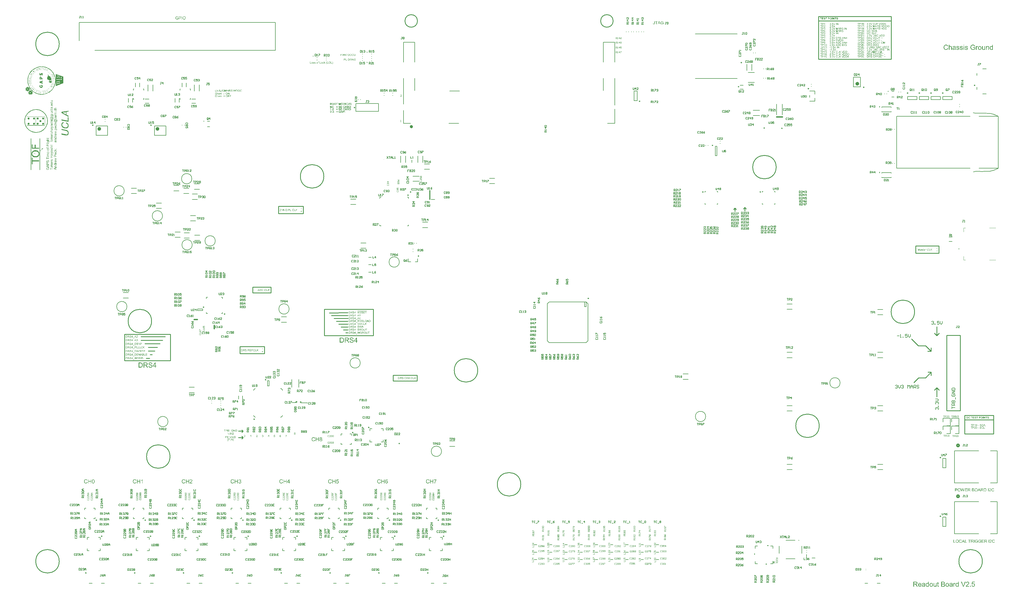
<source format=gto>
G04*
G04 #@! TF.GenerationSoftware,Altium Limited,Altium Designer,22.6.1 (34)*
G04*
G04 Layer_Color=65535*
%FSLAX23Y23*%
%MOIN*%
G70*
G04*
G04 #@! TF.SameCoordinates,48DA0B1C-91FB-4976-8A67-4949CEA53551*
G04*
G04*
G04 #@! TF.FilePolarity,Positive*
G04*
G01*
G75*
%ADD10C,0.010*%
%ADD11C,0.010*%
%ADD12C,0.006*%
%ADD13C,0.004*%
%ADD14C,0.024*%
%ADD15C,0.006*%
%ADD16C,0.006*%
%ADD17C,0.020*%
%ADD18C,0.008*%
%ADD19C,0.007*%
%ADD20C,0.016*%
%ADD21C,0.005*%
%ADD22C,0.002*%
%ADD23C,0.006*%
%ADD24C,0.003*%
%ADD25C,0.001*%
%ADD26C,0.004*%
G36*
X9534Y412D02*
X9549D01*
Y402D01*
X9534D01*
Y412D01*
D02*
G37*
G36*
X9397Y529D02*
X9387D01*
Y544D01*
X9397D01*
Y529D01*
D02*
G37*
G36*
X9553Y641D02*
X9568D01*
Y651D01*
X9553D01*
Y641D01*
D02*
G37*
G36*
X205Y6222D02*
X212Y6222D01*
X216Y6222D01*
X219Y6221D01*
X222Y6221D01*
X225Y6220D01*
X227Y6220D01*
X230Y6219D01*
X232Y6219D01*
X233Y6218D01*
X235Y6218D01*
X236Y6218D01*
X236Y6218D01*
X237D01*
X241Y6216D01*
X245Y6215D01*
X254Y6212D01*
X261Y6208D01*
X269Y6204D01*
X276Y6200D01*
X282Y6196D01*
X288Y6192D01*
X293Y6188D01*
X296Y6185D01*
X298Y6183D01*
X300Y6182D01*
X303Y6180D01*
X304Y6178D01*
X306Y6176D01*
X308Y6174D01*
X309Y6173D01*
X310Y6172D01*
X312Y6170D01*
X313Y6169D01*
X313Y6168D01*
X314Y6168D01*
X314Y6167D01*
X315Y6167D01*
X315Y6167D01*
X318Y6163D01*
X321Y6159D01*
X323Y6155D01*
X326Y6151D01*
X328Y6147D01*
X330Y6143D01*
X332Y6139D01*
X334Y6135D01*
X335Y6131D01*
X337Y6127D01*
X340Y6119D01*
X342Y6112D01*
X343Y6105D01*
X344Y6101D01*
X345Y6098D01*
X345Y6095D01*
X346Y6092D01*
X346Y6089D01*
X347Y6086D01*
X347Y6084D01*
X347Y6082D01*
X347Y6080D01*
X347Y6078D01*
X347Y6077D01*
X348Y6075D01*
Y6073D01*
X347Y6066D01*
X347Y6059D01*
X347Y6055D01*
X346Y6052D01*
X346Y6049D01*
X345Y6046D01*
X345Y6044D01*
X344Y6041D01*
X344Y6039D01*
X343Y6038D01*
X343Y6036D01*
X343Y6035D01*
X343Y6035D01*
Y6034D01*
X342Y6030D01*
X340Y6026D01*
X337Y6017D01*
X333Y6010D01*
X329Y6002D01*
X325Y5995D01*
X321Y5989D01*
X317Y5983D01*
X315Y5980D01*
X313Y5977D01*
X310Y5975D01*
X308Y5973D01*
X306Y5970D01*
X304Y5968D01*
X303Y5967D01*
X301Y5965D01*
X299Y5963D01*
X298Y5962D01*
X297Y5960D01*
X295Y5959D01*
X294Y5958D01*
X293Y5958D01*
X293Y5957D01*
X292Y5957D01*
X292Y5956D01*
X292Y5956D01*
X288Y5953D01*
X284Y5950D01*
X280Y5948D01*
X276Y5945D01*
X272Y5943D01*
X268Y5941D01*
X264Y5939D01*
X260Y5937D01*
X256Y5936D01*
X252Y5934D01*
X244Y5931D01*
X237Y5929D01*
X230Y5928D01*
X226Y5927D01*
X223Y5926D01*
X220Y5926D01*
X217Y5925D01*
X214Y5925D01*
X211Y5924D01*
X209Y5924D01*
X207Y5924D01*
X205Y5924D01*
X203Y5924D01*
X202Y5924D01*
X200Y5923D01*
X199D01*
X199D01*
X198D01*
X198D01*
X191Y5924D01*
X184Y5924D01*
X180Y5925D01*
X177Y5925D01*
X174Y5925D01*
X171Y5926D01*
X169Y5926D01*
X167Y5927D01*
X164Y5927D01*
X163Y5928D01*
X161Y5928D01*
X160Y5928D01*
X160Y5929D01*
X159D01*
X155Y5930D01*
X151Y5931D01*
X142Y5934D01*
X135Y5938D01*
X127Y5942D01*
X120Y5946D01*
X114Y5950D01*
X108Y5954D01*
X103Y5958D01*
X100Y5961D01*
X98Y5963D01*
X96Y5965D01*
X93Y5966D01*
X92Y5968D01*
X90Y5970D01*
X88Y5972D01*
X87Y5973D01*
X85Y5974D01*
X84Y5976D01*
X83Y5977D01*
X83Y5977D01*
X82Y5978D01*
X82Y5979D01*
X81Y5979D01*
X81Y5979D01*
X78Y5983D01*
X75Y5987D01*
X73Y5991D01*
X70Y5995D01*
X68Y5999D01*
X66Y6003D01*
X64Y6007D01*
X62Y6011D01*
X60Y6015D01*
X59Y6019D01*
X56Y6027D01*
X54Y6034D01*
X52Y6041D01*
X52Y6045D01*
X51Y6048D01*
X50Y6051D01*
X50Y6054D01*
X50Y6057D01*
X49Y6060D01*
X49Y6062D01*
X49Y6064D01*
X49Y6066D01*
Y6068D01*
X48Y6069D01*
X48Y6071D01*
Y6073D01*
X49Y6080D01*
X49Y6087D01*
X49Y6091D01*
X50Y6094D01*
X50Y6097D01*
X51Y6100D01*
X51Y6102D01*
X52Y6105D01*
X52Y6107D01*
X53Y6108D01*
X53Y6110D01*
X53Y6111D01*
X53Y6111D01*
Y6112D01*
X55Y6116D01*
X56Y6120D01*
X59Y6129D01*
X63Y6136D01*
X67Y6144D01*
X71Y6151D01*
X75Y6157D01*
X79Y6163D01*
X81Y6166D01*
X84Y6168D01*
X86Y6171D01*
X88Y6173D01*
X90Y6176D01*
X92Y6178D01*
X93Y6179D01*
X95Y6181D01*
X97Y6183D01*
X98Y6184D01*
X100Y6186D01*
X101Y6187D01*
X102Y6188D01*
X103Y6188D01*
X103Y6189D01*
X104Y6189D01*
X104Y6190D01*
X104Y6190D01*
X108Y6193D01*
X112Y6196D01*
X116Y6198D01*
X120Y6201D01*
X124Y6203D01*
X128Y6205D01*
X132Y6207D01*
X136Y6209D01*
X140Y6211D01*
X144Y6212D01*
X152Y6215D01*
X160Y6217D01*
X167Y6219D01*
X170Y6219D01*
X173Y6220D01*
X176Y6221D01*
X179Y6221D01*
X182Y6221D01*
X185Y6222D01*
X187Y6222D01*
X189Y6222D01*
X191Y6222D01*
X193D01*
X194Y6223D01*
X196Y6223D01*
X197D01*
X197D01*
X198D01*
X198D01*
X205Y6222D01*
D02*
G37*
G36*
X3100Y3159D02*
X3090D01*
Y3162D01*
X3100D01*
Y3159D01*
D02*
G37*
G36*
X3255Y2055D02*
X3245D01*
X3243Y2048D01*
X3243Y2048D01*
X3243Y2048D01*
X3243Y2048D01*
X3244Y2048D01*
X3244Y2048D01*
X3244Y2048D01*
X3244Y2049D01*
X3245Y2049D01*
X3245Y2049D01*
X3245Y2049D01*
X3246Y2049D01*
X3246Y2049D01*
X3247Y2049D01*
X3247Y2049D01*
X3248Y2050D01*
X3248Y2050D01*
X3248D01*
X3248Y2050D01*
X3249Y2050D01*
X3249Y2049D01*
X3249Y2049D01*
X3250Y2049D01*
X3250Y2049D01*
X3250Y2049D01*
X3251Y2049D01*
X3251Y2049D01*
X3252Y2049D01*
X3252Y2048D01*
X3253Y2048D01*
X3253Y2048D01*
X3254Y2047D01*
X3254Y2047D01*
X3254Y2047D01*
X3254Y2047D01*
X3254Y2047D01*
X3254Y2047D01*
X3254Y2046D01*
X3255Y2046D01*
X3255Y2046D01*
X3255Y2045D01*
X3255Y2045D01*
X3255Y2044D01*
X3256Y2044D01*
X3256Y2043D01*
X3256Y2043D01*
X3256Y2042D01*
X3256Y2041D01*
Y2041D01*
Y2041D01*
Y2041D01*
Y2041D01*
X3256Y2041D01*
X3256Y2041D01*
X3256Y2040D01*
X3256Y2040D01*
X3256Y2040D01*
X3256Y2039D01*
X3256Y2039D01*
X3255Y2038D01*
X3255Y2038D01*
X3255Y2037D01*
X3255Y2037D01*
X3255Y2036D01*
X3254Y2036D01*
X3254Y2035D01*
X3254Y2035D01*
X3254Y2035D01*
X3254Y2035D01*
X3253Y2035D01*
X3253Y2035D01*
X3253Y2034D01*
X3253Y2034D01*
X3252Y2034D01*
X3252Y2033D01*
X3251Y2033D01*
X3251Y2033D01*
X3250Y2033D01*
X3249Y2032D01*
X3249Y2032D01*
X3248Y2032D01*
X3247Y2032D01*
X3247D01*
X3247Y2032D01*
X3247Y2032D01*
X3246Y2032D01*
X3246Y2032D01*
X3246Y2032D01*
X3245Y2032D01*
X3245Y2033D01*
X3244Y2033D01*
X3244Y2033D01*
X3243Y2033D01*
X3243Y2033D01*
X3242Y2033D01*
X3242Y2034D01*
X3241Y2034D01*
X3241Y2034D01*
X3241Y2034D01*
X3241Y2034D01*
X3241Y2034D01*
X3241Y2035D01*
X3241Y2035D01*
X3241Y2035D01*
X3240Y2035D01*
X3240Y2036D01*
X3240Y2036D01*
X3240Y2037D01*
X3239Y2037D01*
X3239Y2038D01*
X3239Y2038D01*
X3239Y2039D01*
X3239Y2039D01*
X3242Y2040D01*
Y2040D01*
X3242Y2039D01*
X3242Y2039D01*
X3242Y2039D01*
X3242Y2039D01*
X3242Y2039D01*
X3243Y2038D01*
X3243Y2038D01*
X3243Y2038D01*
X3243Y2037D01*
X3243Y2037D01*
X3243Y2037D01*
X3243Y2036D01*
X3244Y2036D01*
X3244Y2036D01*
X3244Y2036D01*
X3244Y2036D01*
X3244Y2036D01*
X3244Y2036D01*
X3244Y2036D01*
X3244Y2036D01*
X3245Y2035D01*
X3245Y2035D01*
X3245Y2035D01*
X3245Y2035D01*
X3246Y2035D01*
X3246Y2035D01*
X3246Y2035D01*
X3247Y2035D01*
X3247Y2035D01*
X3247Y2035D01*
X3247D01*
X3247Y2035D01*
X3248D01*
X3248Y2035D01*
X3248Y2035D01*
X3248Y2035D01*
X3249Y2035D01*
X3249Y2035D01*
X3249Y2035D01*
X3249Y2035D01*
X3250Y2035D01*
X3250Y2036D01*
X3250Y2036D01*
X3251Y2036D01*
X3251Y2036D01*
X3251Y2036D01*
X3251Y2037D01*
X3251Y2037D01*
X3251Y2037D01*
X3251Y2037D01*
X3252Y2037D01*
X3252Y2037D01*
X3252Y2038D01*
X3252Y2038D01*
X3252Y2038D01*
X3252Y2039D01*
X3252Y2039D01*
X3252Y2040D01*
X3253Y2040D01*
X3253Y2040D01*
X3253Y2041D01*
Y2041D01*
Y2041D01*
X3253Y2041D01*
Y2041D01*
X3253Y2042D01*
X3253Y2042D01*
X3253Y2042D01*
X3252Y2043D01*
X3252Y2043D01*
X3252Y2043D01*
X3252Y2044D01*
X3252Y2044D01*
X3252Y2044D01*
X3252Y2045D01*
X3251Y2045D01*
X3251Y2045D01*
X3251Y2045D01*
X3251Y2045D01*
X3251Y2045D01*
X3251Y2045D01*
X3251Y2046D01*
X3251Y2046D01*
X3250Y2046D01*
X3250Y2046D01*
X3250Y2046D01*
X3249Y2046D01*
X3249Y2046D01*
X3249Y2047D01*
X3248Y2047D01*
X3248Y2047D01*
X3248Y2047D01*
X3247Y2047D01*
X3247D01*
X3247Y2047D01*
X3247D01*
X3247Y2047D01*
X3246Y2047D01*
X3246Y2047D01*
X3246Y2047D01*
X3245Y2047D01*
X3245Y2046D01*
X3244Y2046D01*
X3244D01*
X3244Y2046D01*
X3244Y2046D01*
X3244Y2046D01*
X3244Y2046D01*
X3244Y2046D01*
X3243Y2045D01*
X3243Y2045D01*
X3243Y2045D01*
X3242Y2044D01*
X3240Y2045D01*
X3242Y2058D01*
X3255D01*
Y2055D01*
D02*
G37*
G36*
X12284Y2197D02*
X12284D01*
X12285Y2196D01*
X12285Y2196D01*
X12285Y2196D01*
X12286Y2196D01*
X12286Y2196D01*
X12287Y2196D01*
X12287Y2196D01*
X12288Y2196D01*
X12288Y2196D01*
X12288Y2196D01*
X12288Y2196D01*
X12289Y2196D01*
X12289Y2196D01*
X12289Y2195D01*
X12289Y2195D01*
X12289Y2195D01*
X12289Y2195D01*
X12290Y2195D01*
X12290Y2195D01*
X12290Y2195D01*
X12290Y2194D01*
X12291Y2194D01*
X12291Y2194D01*
X12291Y2194D01*
X12292Y2193D01*
X12292Y2193D01*
X12292Y2193D01*
X12292Y2193D01*
X12292Y2193D01*
X12292Y2193D01*
X12292Y2192D01*
X12292Y2192D01*
X12292Y2192D01*
X12292Y2192D01*
X12292Y2192D01*
X12293Y2191D01*
X12293Y2191D01*
X12293Y2191D01*
X12293Y2190D01*
X12293Y2190D01*
X12293Y2189D01*
X12293Y2189D01*
X12290Y2189D01*
Y2189D01*
X12290Y2189D01*
X12290Y2189D01*
X12290Y2189D01*
X12290Y2189D01*
X12290Y2190D01*
X12290Y2190D01*
X12289Y2190D01*
X12289Y2190D01*
X12289Y2191D01*
X12289Y2191D01*
X12289Y2191D01*
X12289Y2192D01*
X12289Y2192D01*
X12288Y2192D01*
X12288Y2192D01*
X12288Y2192D01*
X12288Y2192D01*
X12288Y2192D01*
X12288Y2193D01*
X12288Y2193D01*
X12287Y2193D01*
X12287Y2193D01*
X12287Y2193D01*
X12287Y2193D01*
X12286Y2193D01*
X12286Y2193D01*
X12286Y2193D01*
X12285Y2193D01*
X12285Y2194D01*
X12284Y2194D01*
X12284Y2194D01*
X12283D01*
X12283Y2194D01*
X12283Y2194D01*
X12283Y2194D01*
X12282Y2194D01*
X12282Y2193D01*
X12281Y2193D01*
X12281Y2193D01*
X12281Y2193D01*
X12280Y2193D01*
X12280Y2193D01*
X12280Y2193D01*
X12279Y2192D01*
X12279Y2192D01*
X12279Y2192D01*
X12279Y2192D01*
X12279Y2192D01*
X12279Y2192D01*
X12279Y2192D01*
X12279Y2192D01*
X12279Y2192D01*
X12278Y2192D01*
X12278Y2191D01*
X12278Y2191D01*
X12278Y2191D01*
X12278Y2190D01*
X12278Y2190D01*
X12278Y2190D01*
Y2190D01*
Y2190D01*
Y2190D01*
X12278Y2190D01*
X12278Y2189D01*
X12278Y2189D01*
X12278Y2189D01*
X12278Y2189D01*
X12278Y2188D01*
X12278Y2188D01*
X12279Y2188D01*
X12279Y2188D01*
X12279Y2188D01*
X12279Y2188D01*
X12279Y2188D01*
X12279Y2187D01*
X12279Y2187D01*
X12279Y2187D01*
X12279Y2187D01*
X12280Y2187D01*
X12280Y2187D01*
X12280Y2187D01*
X12280Y2187D01*
X12281Y2187D01*
X12281Y2186D01*
X12282Y2186D01*
X12282Y2186D01*
X12283Y2186D01*
X12284Y2186D01*
X12284D01*
X12284Y2186D01*
X12284D01*
X12284Y2186D01*
X12284Y2186D01*
X12284Y2186D01*
X12285Y2186D01*
X12285Y2186D01*
X12285Y2185D01*
X12286Y2185D01*
X12286Y2185D01*
X12287Y2185D01*
X12287Y2185D01*
X12288Y2185D01*
X12288Y2185D01*
X12289Y2184D01*
X12289Y2184D01*
X12289Y2184D01*
X12289Y2184D01*
X12290Y2184D01*
X12290Y2184D01*
X12290Y2184D01*
X12290Y2184D01*
X12290Y2184D01*
X12290Y2184D01*
X12291Y2183D01*
X12291Y2183D01*
X12291Y2183D01*
X12292Y2183D01*
X12292Y2182D01*
X12292Y2182D01*
X12293Y2182D01*
X12293Y2182D01*
X12293Y2182D01*
X12293Y2181D01*
X12293Y2181D01*
X12293Y2181D01*
X12293Y2181D01*
X12293Y2181D01*
X12293Y2181D01*
X12293Y2180D01*
X12293Y2180D01*
X12294Y2180D01*
X12294Y2179D01*
X12294Y2179D01*
X12294Y2179D01*
X12294Y2178D01*
X12294Y2178D01*
Y2178D01*
Y2178D01*
Y2178D01*
X12294Y2178D01*
X12294Y2177D01*
X12294Y2177D01*
X12294Y2177D01*
X12294Y2177D01*
X12294Y2177D01*
X12293Y2176D01*
X12293Y2176D01*
X12293Y2176D01*
X12293Y2175D01*
X12293Y2175D01*
X12293Y2175D01*
X12293Y2174D01*
X12293Y2174D01*
X12293Y2174D01*
X12292Y2174D01*
X12292Y2174D01*
X12292Y2174D01*
X12292Y2174D01*
X12292Y2173D01*
X12292Y2173D01*
X12292Y2173D01*
X12291Y2173D01*
X12291Y2173D01*
X12291Y2172D01*
X12290Y2172D01*
X12290Y2172D01*
X12290Y2172D01*
X12289Y2171D01*
X12289Y2171D01*
X12289Y2171D01*
X12289Y2171D01*
X12289Y2171D01*
X12289Y2171D01*
X12288Y2171D01*
X12288Y2171D01*
X12288Y2171D01*
X12288Y2171D01*
X12287Y2171D01*
X12287Y2171D01*
X12286Y2171D01*
X12286Y2171D01*
X12285Y2171D01*
X12285Y2171D01*
X12284Y2170D01*
X12284D01*
X12284Y2171D01*
X12284Y2171D01*
X12283Y2171D01*
X12283Y2171D01*
X12282Y2171D01*
X12282Y2171D01*
X12282Y2171D01*
X12281Y2171D01*
X12280Y2171D01*
X12280Y2171D01*
X12279Y2171D01*
X12279Y2171D01*
X12279Y2171D01*
X12279Y2172D01*
X12278Y2172D01*
X12278Y2172D01*
X12278Y2172D01*
X12278Y2172D01*
X12278Y2172D01*
X12277Y2172D01*
X12277Y2172D01*
X12277Y2173D01*
X12277Y2173D01*
X12276Y2173D01*
X12276Y2173D01*
X12276Y2174D01*
X12275Y2174D01*
X12275Y2174D01*
X12275Y2174D01*
X12275Y2175D01*
X12275Y2175D01*
X12275Y2175D01*
X12275Y2175D01*
X12275Y2175D01*
X12275Y2175D01*
X12274Y2176D01*
X12274Y2176D01*
X12274Y2176D01*
X12274Y2177D01*
X12274Y2177D01*
X12274Y2178D01*
X12274Y2178D01*
X12274Y2179D01*
X12274Y2179D01*
X12277Y2179D01*
Y2179D01*
X12277Y2179D01*
Y2179D01*
X12277Y2179D01*
X12277Y2179D01*
X12277Y2179D01*
X12277Y2178D01*
X12277Y2178D01*
X12277Y2178D01*
X12277Y2177D01*
X12278Y2177D01*
X12278Y2176D01*
X12278Y2176D01*
X12278Y2176D01*
X12278Y2176D01*
X12278Y2176D01*
X12278Y2176D01*
X12278Y2176D01*
X12278Y2176D01*
X12279Y2175D01*
X12279Y2175D01*
X12279Y2175D01*
X12279Y2175D01*
X12279Y2175D01*
X12280Y2175D01*
X12280Y2174D01*
X12280Y2174D01*
X12280Y2174D01*
X12280D01*
X12280Y2174D01*
X12281Y2174D01*
X12281Y2174D01*
X12281Y2174D01*
X12281Y2174D01*
X12281Y2174D01*
X12282Y2174D01*
X12282Y2174D01*
X12282Y2174D01*
X12282Y2174D01*
X12283Y2174D01*
X12284Y2173D01*
X12284Y2173D01*
X12284D01*
X12285Y2173D01*
X12285D01*
X12285Y2173D01*
X12285Y2174D01*
X12285Y2174D01*
X12286Y2174D01*
X12287Y2174D01*
X12287Y2174D01*
X12288Y2174D01*
X12288D01*
X12288Y2174D01*
X12288Y2174D01*
X12288Y2174D01*
X12288Y2174D01*
X12288Y2174D01*
X12288Y2174D01*
X12289Y2175D01*
X12289Y2175D01*
X12290Y2175D01*
X12290Y2176D01*
Y2176D01*
X12290Y2176D01*
X12290Y2176D01*
X12290Y2176D01*
X12290Y2176D01*
X12290Y2176D01*
X12290Y2176D01*
X12290Y2177D01*
X12290Y2177D01*
X12291Y2177D01*
X12291Y2178D01*
Y2178D01*
Y2178D01*
Y2178D01*
X12291Y2178D01*
Y2178D01*
X12291Y2178D01*
X12290Y2178D01*
X12290Y2179D01*
X12290Y2179D01*
X12290Y2179D01*
X12290Y2180D01*
Y2180D01*
X12290Y2180D01*
X12290Y2180D01*
X12290Y2180D01*
X12289Y2180D01*
X12289Y2180D01*
X12289Y2180D01*
X12289Y2181D01*
X12289Y2181D01*
X12289Y2181D01*
X12288Y2181D01*
X12288Y2181D01*
X12288Y2181D01*
X12288Y2181D01*
X12288D01*
X12288Y2181D01*
X12287Y2181D01*
X12287Y2181D01*
X12287Y2181D01*
X12287Y2181D01*
X12287Y2182D01*
X12287Y2182D01*
X12286Y2182D01*
X12286Y2182D01*
X12286Y2182D01*
X12285Y2182D01*
X12285Y2182D01*
X12284Y2182D01*
X12284Y2182D01*
X12283Y2183D01*
X12283D01*
X12283Y2183D01*
X12283D01*
X12283Y2183D01*
X12283Y2183D01*
X12283Y2183D01*
X12282Y2183D01*
X12282Y2183D01*
X12282Y2183D01*
X12281Y2183D01*
X12280Y2183D01*
X12280Y2184D01*
X12279Y2184D01*
X12279Y2184D01*
X12279Y2184D01*
X12278Y2184D01*
X12278Y2184D01*
X12278Y2184D01*
X12278Y2184D01*
X12278Y2184D01*
X12278Y2184D01*
X12278Y2184D01*
X12277Y2185D01*
X12277Y2185D01*
X12277Y2185D01*
X12276Y2185D01*
X12276Y2186D01*
X12276Y2186D01*
X12276Y2186D01*
X12276Y2186D01*
X12276Y2187D01*
X12275Y2187D01*
X12275Y2187D01*
X12275Y2187D01*
X12275Y2187D01*
X12275Y2187D01*
X12275Y2187D01*
X12275Y2188D01*
X12275Y2188D01*
X12275Y2188D01*
X12275Y2189D01*
X12275Y2189D01*
X12275Y2190D01*
Y2190D01*
Y2190D01*
Y2190D01*
X12275Y2190D01*
X12275Y2190D01*
X12275Y2190D01*
X12275Y2190D01*
X12275Y2191D01*
X12275Y2191D01*
X12275Y2191D01*
X12275Y2192D01*
X12275Y2192D01*
X12275Y2192D01*
X12275Y2193D01*
X12276Y2193D01*
X12276Y2193D01*
X12276Y2193D01*
X12276Y2193D01*
X12276Y2193D01*
X12276Y2193D01*
X12276Y2194D01*
X12276Y2194D01*
X12276Y2194D01*
X12277Y2194D01*
X12277Y2194D01*
X12277Y2194D01*
X12277Y2195D01*
X12278Y2195D01*
X12278Y2195D01*
X12278Y2195D01*
X12279Y2195D01*
X12279Y2196D01*
X12279Y2196D01*
X12279Y2196D01*
X12279Y2196D01*
X12279Y2196D01*
X12279Y2196D01*
X12280Y2196D01*
X12280Y2196D01*
X12280Y2196D01*
X12281Y2196D01*
X12281Y2196D01*
X12281Y2196D01*
X12282Y2196D01*
X12282Y2196D01*
X12283Y2196D01*
X12283Y2197D01*
X12284Y2197D01*
X12284D01*
X12284Y2197D01*
D02*
G37*
G36*
X12261Y2178D02*
X12252D01*
Y2182D01*
X12261D01*
Y2178D01*
D02*
G37*
G36*
X12231Y2196D02*
X12231Y2196D01*
X12232Y2196D01*
X12232Y2196D01*
X12232Y2196D01*
X12232Y2196D01*
X12233Y2196D01*
X12233Y2196D01*
X12234Y2196D01*
X12234Y2195D01*
X12234Y2195D01*
X12235Y2195D01*
X12235Y2195D01*
X12235Y2195D01*
X12235Y2195D01*
X12235Y2195D01*
X12235Y2195D01*
X12236Y2194D01*
X12236Y2194D01*
X12236Y2194D01*
X12236Y2194D01*
X12237Y2194D01*
X12237Y2193D01*
X12237Y2193D01*
X12237Y2193D01*
X12238Y2192D01*
X12238Y2192D01*
X12238Y2192D01*
X12238Y2191D01*
X12238Y2191D01*
X12238Y2191D01*
X12238Y2191D01*
X12238Y2191D01*
X12238Y2190D01*
X12239Y2190D01*
X12239Y2190D01*
X12239Y2189D01*
X12239Y2189D01*
X12239Y2188D01*
X12239Y2188D01*
X12239Y2187D01*
X12239Y2186D01*
X12239Y2186D01*
X12239Y2185D01*
X12239Y2184D01*
Y2184D01*
Y2184D01*
Y2184D01*
Y2184D01*
Y2184D01*
Y2184D01*
X12239Y2183D01*
Y2183D01*
Y2183D01*
X12239Y2183D01*
X12239Y2182D01*
X12239Y2182D01*
X12239Y2181D01*
X12239Y2181D01*
X12239Y2180D01*
X12239Y2179D01*
X12239Y2179D01*
X12239Y2178D01*
X12239Y2177D01*
X12238Y2177D01*
X12238Y2176D01*
X12238Y2176D01*
X12238Y2176D01*
X12238Y2176D01*
X12238Y2176D01*
X12238Y2176D01*
X12238Y2175D01*
X12238Y2175D01*
X12237Y2175D01*
X12237Y2174D01*
X12237Y2174D01*
X12237Y2174D01*
X12236Y2173D01*
X12236Y2173D01*
X12236Y2173D01*
X12236Y2172D01*
X12235Y2172D01*
X12235Y2172D01*
X12235Y2172D01*
X12235Y2172D01*
X12235Y2172D01*
X12235Y2172D01*
X12234Y2172D01*
X12234Y2171D01*
X12234Y2171D01*
X12233Y2171D01*
X12233Y2171D01*
X12233Y2171D01*
X12232Y2171D01*
X12232Y2171D01*
X12231Y2171D01*
X12231Y2171D01*
X12230Y2170D01*
X12230D01*
X12230Y2171D01*
X12230D01*
X12230Y2171D01*
X12229Y2171D01*
X12229Y2171D01*
X12229Y2171D01*
X12228Y2171D01*
X12228Y2171D01*
X12227Y2171D01*
X12227Y2171D01*
X12227Y2171D01*
X12226Y2172D01*
X12226Y2172D01*
X12225Y2172D01*
X12225Y2172D01*
X12225Y2172D01*
X12225Y2172D01*
X12225Y2172D01*
X12225Y2173D01*
X12225Y2173D01*
X12225Y2173D01*
X12224Y2173D01*
X12224Y2174D01*
X12224Y2174D01*
X12224Y2174D01*
X12224Y2175D01*
X12224Y2175D01*
X12223Y2176D01*
X12223Y2176D01*
X12223Y2177D01*
X12226Y2177D01*
Y2177D01*
X12226Y2177D01*
X12226Y2177D01*
X12226Y2177D01*
X12226Y2177D01*
X12226Y2176D01*
X12226Y2176D01*
X12226Y2176D01*
X12227Y2175D01*
X12227Y2175D01*
X12227Y2174D01*
X12227Y2174D01*
X12228Y2174D01*
X12228Y2174D01*
X12228Y2174D01*
X12228Y2174D01*
X12228Y2174D01*
X12228Y2174D01*
X12228Y2174D01*
X12228Y2174D01*
X12228Y2174D01*
X12229Y2173D01*
X12229Y2173D01*
X12229Y2173D01*
X12230Y2173D01*
X12230Y2173D01*
X12230Y2173D01*
X12230D01*
X12231Y2173D01*
X12231D01*
X12231Y2173D01*
X12231Y2173D01*
X12232Y2173D01*
X12232Y2173D01*
X12232Y2173D01*
X12233Y2174D01*
X12233D01*
X12233Y2174D01*
X12233Y2174D01*
X12233Y2174D01*
X12233Y2174D01*
X12233Y2174D01*
X12234Y2174D01*
X12234Y2175D01*
X12234Y2175D01*
X12235Y2175D01*
Y2175D01*
X12235Y2175D01*
X12235Y2176D01*
X12235Y2176D01*
X12235Y2176D01*
X12235Y2176D01*
X12235Y2176D01*
X12235Y2176D01*
X12235Y2176D01*
X12235Y2177D01*
X12235Y2177D01*
X12235Y2177D01*
X12235Y2177D01*
X12236Y2178D01*
X12236Y2178D01*
X12236Y2178D01*
Y2178D01*
X12236Y2178D01*
X12236Y2179D01*
X12236Y2179D01*
X12236Y2179D01*
X12236Y2179D01*
X12236Y2179D01*
X12236Y2180D01*
X12236Y2180D01*
X12236Y2180D01*
X12236Y2181D01*
X12236Y2181D01*
X12236Y2182D01*
Y2182D01*
Y2182D01*
Y2182D01*
Y2182D01*
Y2182D01*
Y2182D01*
Y2183D01*
Y2183D01*
X12236Y2183D01*
X12236Y2183D01*
X12236Y2183D01*
X12236Y2183D01*
X12236Y2182D01*
X12236Y2182D01*
X12236Y2182D01*
X12236Y2182D01*
X12235Y2182D01*
X12235Y2182D01*
X12235Y2181D01*
X12235Y2181D01*
X12234Y2181D01*
X12234Y2180D01*
X12234Y2180D01*
X12234Y2180D01*
X12234Y2180D01*
X12233Y2180D01*
X12233Y2180D01*
X12233Y2180D01*
X12233Y2180D01*
X12233Y2180D01*
X12232Y2180D01*
X12232Y2180D01*
X12232Y2180D01*
X12231Y2179D01*
X12231Y2179D01*
X12230Y2179D01*
X12230D01*
X12230Y2179D01*
X12230Y2179D01*
X12229Y2180D01*
X12229Y2180D01*
X12229Y2180D01*
X12228Y2180D01*
X12228Y2180D01*
X12228Y2180D01*
X12227Y2180D01*
X12227Y2180D01*
X12226Y2181D01*
X12226Y2181D01*
X12225Y2181D01*
X12225Y2182D01*
X12225Y2182D01*
X12225Y2182D01*
X12225Y2182D01*
X12225Y2182D01*
X12224Y2182D01*
X12224Y2183D01*
X12224Y2183D01*
X12224Y2183D01*
X12224Y2184D01*
X12223Y2184D01*
X12223Y2185D01*
X12223Y2185D01*
X12223Y2186D01*
X12223Y2186D01*
X12223Y2187D01*
X12223Y2188D01*
Y2188D01*
Y2188D01*
Y2188D01*
Y2188D01*
X12223Y2188D01*
Y2188D01*
X12223Y2188D01*
X12223Y2189D01*
X12223Y2189D01*
X12223Y2189D01*
X12223Y2190D01*
X12223Y2190D01*
X12223Y2191D01*
X12223Y2191D01*
X12224Y2192D01*
X12224Y2192D01*
X12224Y2193D01*
X12225Y2193D01*
X12225Y2194D01*
X12225Y2194D01*
X12225Y2194D01*
X12225Y2194D01*
X12225Y2194D01*
X12226Y2194D01*
X12226Y2195D01*
X12226Y2195D01*
X12227Y2195D01*
X12227Y2195D01*
X12227Y2195D01*
X12228Y2196D01*
X12228Y2196D01*
X12229Y2196D01*
X12229Y2196D01*
X12230Y2196D01*
X12231Y2196D01*
X12231D01*
X12231Y2196D01*
D02*
G37*
G36*
X12345Y2171D02*
X12341D01*
X12338Y2179D01*
X12327D01*
X12324Y2171D01*
X12321D01*
X12331Y2196D01*
X12334D01*
X12345Y2171D01*
D02*
G37*
G36*
X12308Y2196D02*
X12308D01*
X12308Y2196D01*
X12309D01*
X12309Y2196D01*
X12310Y2196D01*
X12310Y2196D01*
X12311Y2196D01*
X12311Y2196D01*
X12311Y2196D01*
X12311D01*
X12312Y2196D01*
X12312Y2196D01*
X12312Y2196D01*
X12312Y2196D01*
X12312Y2195D01*
X12312Y2195D01*
X12313Y2195D01*
X12313Y2195D01*
X12314Y2195D01*
X12315Y2194D01*
X12315Y2194D01*
X12315Y2194D01*
X12315Y2194D01*
X12315Y2194D01*
X12315Y2194D01*
X12315Y2194D01*
X12316Y2193D01*
X12316Y2193D01*
X12316Y2193D01*
X12316Y2193D01*
X12316Y2192D01*
X12317Y2192D01*
X12317Y2192D01*
X12317Y2191D01*
X12317Y2191D01*
X12318Y2191D01*
X12318Y2190D01*
X12318Y2190D01*
X12318Y2190D01*
X12318Y2189D01*
X12318Y2189D01*
X12318Y2189D01*
X12318Y2189D01*
X12318Y2189D01*
X12319Y2188D01*
X12319Y2188D01*
X12319Y2187D01*
X12319Y2187D01*
X12319Y2187D01*
X12319Y2186D01*
X12319Y2185D01*
X12319Y2185D01*
X12319Y2184D01*
X12319Y2184D01*
Y2184D01*
Y2184D01*
Y2183D01*
X12319Y2183D01*
Y2183D01*
X12319Y2183D01*
X12319Y2182D01*
X12319Y2182D01*
X12319Y2182D01*
X12319Y2181D01*
X12319Y2180D01*
X12319Y2179D01*
X12318Y2179D01*
Y2179D01*
X12318Y2178D01*
X12318Y2178D01*
X12318Y2178D01*
X12318Y2178D01*
X12318Y2178D01*
X12318Y2178D01*
X12318Y2177D01*
X12318Y2177D01*
X12317Y2176D01*
X12317Y2175D01*
X12317Y2175D01*
X12317Y2175D01*
X12317Y2175D01*
X12317Y2175D01*
X12317Y2175D01*
X12316Y2175D01*
X12316Y2174D01*
X12316Y2174D01*
X12316Y2174D01*
X12315Y2173D01*
X12315Y2173D01*
X12314Y2173D01*
X12314D01*
X12314Y2173D01*
X12314Y2173D01*
X12314Y2172D01*
X12314Y2172D01*
X12314Y2172D01*
X12314Y2172D01*
X12314Y2172D01*
X12313Y2172D01*
X12313Y2172D01*
X12313Y2172D01*
X12313Y2172D01*
X12312Y2172D01*
X12311Y2171D01*
X12311D01*
X12311Y2171D01*
X12311Y2171D01*
X12311Y2171D01*
X12311Y2171D01*
X12311Y2171D01*
X12311Y2171D01*
X12310Y2171D01*
X12310Y2171D01*
X12310Y2171D01*
X12309Y2171D01*
X12309Y2171D01*
X12309Y2171D01*
X12308Y2171D01*
X12307Y2171D01*
X12298D01*
Y2196D01*
X12307D01*
X12308Y2196D01*
D02*
G37*
G36*
X12215Y2171D02*
X12212D01*
Y2191D01*
X12212Y2191D01*
X12212Y2191D01*
X12212Y2190D01*
X12212Y2190D01*
X12211Y2190D01*
X12211Y2190D01*
X12211Y2190D01*
X12211Y2190D01*
X12211Y2190D01*
X12211Y2190D01*
X12210Y2189D01*
X12210Y2189D01*
X12210Y2189D01*
X12209Y2189D01*
X12209Y2188D01*
X12209Y2188D01*
X12209Y2188D01*
X12209Y2188D01*
X12208Y2188D01*
X12208Y2188D01*
X12208Y2188D01*
X12208Y2188D01*
X12208Y2188D01*
X12207Y2188D01*
X12207Y2187D01*
X12206Y2187D01*
X12206Y2187D01*
Y2190D01*
X12206Y2190D01*
X12206Y2190D01*
X12206Y2190D01*
X12206Y2190D01*
X12206Y2190D01*
X12206Y2190D01*
X12207Y2190D01*
X12207Y2191D01*
X12207Y2191D01*
X12208Y2191D01*
X12209Y2192D01*
X12209Y2192D01*
X12210Y2193D01*
X12210Y2193D01*
X12210Y2193D01*
X12210Y2193D01*
X12210Y2193D01*
X12211Y2193D01*
X12211Y2193D01*
X12211Y2194D01*
X12211Y2194D01*
X12211Y2194D01*
X12212Y2194D01*
X12212Y2195D01*
X12212Y2196D01*
X12213Y2196D01*
X12213Y2196D01*
X12215D01*
Y2171D01*
D02*
G37*
G36*
X12191Y2196D02*
X12192D01*
X12192Y2196D01*
X12192Y2196D01*
X12193Y2196D01*
X12194Y2196D01*
X12194Y2196D01*
X12194Y2196D01*
X12194D01*
X12194Y2196D01*
X12194Y2196D01*
X12195Y2196D01*
X12195Y2196D01*
X12195Y2196D01*
X12195Y2196D01*
X12195Y2196D01*
X12196Y2195D01*
X12196Y2195D01*
X12197Y2195D01*
X12197Y2195D01*
X12197Y2195D01*
X12197Y2195D01*
X12198Y2195D01*
X12198Y2194D01*
X12198Y2194D01*
X12198Y2194D01*
X12198Y2194D01*
X12198Y2194D01*
X12198Y2194D01*
X12198Y2194D01*
X12199Y2193D01*
X12199Y2193D01*
X12199Y2192D01*
X12199Y2192D01*
X12199Y2192D01*
X12200Y2192D01*
X12200Y2192D01*
X12200Y2192D01*
X12200Y2192D01*
X12200Y2191D01*
X12200Y2191D01*
X12200Y2191D01*
X12200Y2191D01*
X12200Y2190D01*
X12200Y2190D01*
X12200Y2189D01*
X12200Y2189D01*
Y2189D01*
Y2189D01*
X12200Y2188D01*
X12200Y2188D01*
X12200Y2188D01*
X12200Y2188D01*
X12200Y2187D01*
X12200Y2187D01*
X12200Y2187D01*
X12200Y2186D01*
X12200Y2186D01*
X12199Y2185D01*
X12199Y2185D01*
X12199Y2184D01*
X12199Y2184D01*
X12198Y2183D01*
X12198Y2183D01*
X12198Y2183D01*
X12198Y2183D01*
X12198Y2183D01*
X12198Y2183D01*
X12197Y2183D01*
X12197Y2182D01*
X12196Y2182D01*
X12196Y2182D01*
X12195Y2182D01*
X12195Y2182D01*
X12194Y2182D01*
X12193Y2181D01*
X12193Y2181D01*
X12193Y2181D01*
X12192Y2181D01*
X12192Y2181D01*
X12191Y2181D01*
X12184D01*
Y2171D01*
X12181D01*
Y2196D01*
X12191D01*
X12191Y2196D01*
D02*
G37*
G36*
X12178Y2193D02*
X12169D01*
Y2171D01*
X12166D01*
Y2193D01*
X12158D01*
Y2196D01*
X12178D01*
Y2193D01*
D02*
G37*
G36*
X12284Y2165D02*
X12284D01*
X12285Y2165D01*
X12285Y2165D01*
X12285Y2165D01*
X12286Y2165D01*
X12286Y2165D01*
X12287Y2165D01*
X12287Y2165D01*
X12288Y2165D01*
X12288Y2165D01*
X12288Y2165D01*
X12288Y2165D01*
X12289Y2165D01*
X12289Y2164D01*
X12289Y2164D01*
X12289Y2164D01*
X12289Y2164D01*
X12289Y2164D01*
X12290Y2164D01*
X12290Y2164D01*
X12290Y2164D01*
X12290Y2163D01*
X12291Y2163D01*
X12291Y2163D01*
X12291Y2163D01*
X12292Y2162D01*
X12292Y2162D01*
X12292Y2162D01*
X12292Y2162D01*
X12292Y2162D01*
X12292Y2162D01*
X12292Y2161D01*
X12292Y2161D01*
X12292Y2161D01*
X12292Y2161D01*
X12292Y2160D01*
X12293Y2160D01*
X12293Y2160D01*
X12293Y2159D01*
X12293Y2159D01*
X12293Y2159D01*
X12293Y2158D01*
X12293Y2158D01*
X12290Y2158D01*
Y2158D01*
X12290Y2158D01*
X12290Y2158D01*
X12290Y2158D01*
X12290Y2158D01*
X12290Y2159D01*
X12290Y2159D01*
X12289Y2159D01*
X12289Y2159D01*
X12289Y2160D01*
X12289Y2160D01*
X12289Y2160D01*
X12289Y2161D01*
X12289Y2161D01*
X12288Y2161D01*
X12288Y2161D01*
X12288Y2161D01*
X12288Y2161D01*
X12288Y2161D01*
X12288Y2162D01*
X12288Y2162D01*
X12287Y2162D01*
X12287Y2162D01*
X12287Y2162D01*
X12287Y2162D01*
X12286Y2162D01*
X12286Y2162D01*
X12286Y2162D01*
X12285Y2162D01*
X12285Y2162D01*
X12284Y2163D01*
X12284Y2163D01*
X12283D01*
X12283Y2163D01*
X12283Y2162D01*
X12283Y2162D01*
X12282Y2162D01*
X12282Y2162D01*
X12281Y2162D01*
X12281Y2162D01*
X12281Y2162D01*
X12280Y2162D01*
X12280Y2162D01*
X12280Y2162D01*
X12279Y2161D01*
X12279Y2161D01*
X12279Y2161D01*
X12279Y2161D01*
X12279Y2161D01*
X12279Y2161D01*
X12279Y2161D01*
X12279Y2161D01*
X12279Y2161D01*
X12278Y2160D01*
X12278Y2160D01*
X12278Y2160D01*
X12278Y2160D01*
X12278Y2159D01*
X12278Y2159D01*
X12278Y2159D01*
Y2159D01*
Y2159D01*
Y2159D01*
X12278Y2159D01*
X12278Y2158D01*
X12278Y2158D01*
X12278Y2158D01*
X12278Y2158D01*
X12278Y2157D01*
X12278Y2157D01*
X12279Y2157D01*
X12279Y2157D01*
X12279Y2156D01*
X12279Y2156D01*
X12279Y2156D01*
X12279Y2156D01*
X12279Y2156D01*
X12279Y2156D01*
X12279Y2156D01*
X12280Y2156D01*
X12280Y2156D01*
X12280Y2156D01*
X12280Y2156D01*
X12281Y2156D01*
X12281Y2155D01*
X12282Y2155D01*
X12282Y2155D01*
X12283Y2155D01*
X12284Y2155D01*
X12284D01*
X12284Y2155D01*
X12284D01*
X12284Y2155D01*
X12284Y2155D01*
X12284Y2155D01*
X12285Y2155D01*
X12285Y2154D01*
X12285Y2154D01*
X12286Y2154D01*
X12286Y2154D01*
X12287Y2154D01*
X12287Y2154D01*
X12288Y2154D01*
X12288Y2153D01*
X12289Y2153D01*
X12289Y2153D01*
X12289Y2153D01*
X12289Y2153D01*
X12290Y2153D01*
X12290Y2153D01*
X12290Y2153D01*
X12290Y2153D01*
X12290Y2153D01*
X12290Y2153D01*
X12291Y2152D01*
X12291Y2152D01*
X12291Y2152D01*
X12292Y2152D01*
X12292Y2151D01*
X12292Y2151D01*
X12293Y2151D01*
X12293Y2150D01*
X12293Y2150D01*
X12293Y2150D01*
X12293Y2150D01*
X12293Y2150D01*
X12293Y2150D01*
X12293Y2150D01*
X12293Y2149D01*
X12293Y2149D01*
X12293Y2149D01*
X12294Y2149D01*
X12294Y2148D01*
X12294Y2148D01*
X12294Y2148D01*
X12294Y2147D01*
X12294Y2147D01*
Y2147D01*
Y2147D01*
Y2147D01*
X12294Y2147D01*
X12294Y2146D01*
X12294Y2146D01*
X12294Y2146D01*
X12294Y2146D01*
X12294Y2145D01*
X12293Y2145D01*
X12293Y2145D01*
X12293Y2144D01*
X12293Y2144D01*
X12293Y2144D01*
X12293Y2143D01*
X12293Y2143D01*
X12293Y2143D01*
X12293Y2143D01*
X12292Y2143D01*
X12292Y2143D01*
X12292Y2143D01*
X12292Y2143D01*
X12292Y2142D01*
X12292Y2142D01*
X12292Y2142D01*
X12291Y2142D01*
X12291Y2141D01*
X12291Y2141D01*
X12290Y2141D01*
X12290Y2141D01*
X12290Y2141D01*
X12289Y2140D01*
X12289Y2140D01*
X12289Y2140D01*
X12289Y2140D01*
X12289Y2140D01*
X12289Y2140D01*
X12288Y2140D01*
X12288Y2140D01*
X12288Y2140D01*
X12288Y2140D01*
X12287Y2140D01*
X12287Y2140D01*
X12286Y2140D01*
X12286Y2139D01*
X12285Y2139D01*
X12285Y2139D01*
X12284Y2139D01*
X12284D01*
X12284Y2139D01*
X12284Y2139D01*
X12283Y2139D01*
X12283Y2139D01*
X12282Y2140D01*
X12282Y2140D01*
X12282Y2140D01*
X12281Y2140D01*
X12280Y2140D01*
X12280Y2140D01*
X12279Y2140D01*
X12279Y2140D01*
X12279Y2140D01*
X12279Y2140D01*
X12278Y2141D01*
X12278Y2141D01*
X12278Y2141D01*
X12278Y2141D01*
X12278Y2141D01*
X12277Y2141D01*
X12277Y2141D01*
X12277Y2142D01*
X12277Y2142D01*
X12276Y2142D01*
X12276Y2142D01*
X12276Y2143D01*
X12275Y2143D01*
X12275Y2143D01*
X12275Y2143D01*
X12275Y2143D01*
X12275Y2144D01*
X12275Y2144D01*
X12275Y2144D01*
X12275Y2144D01*
X12275Y2144D01*
X12274Y2145D01*
X12274Y2145D01*
X12274Y2145D01*
X12274Y2146D01*
X12274Y2146D01*
X12274Y2147D01*
X12274Y2147D01*
X12274Y2147D01*
X12274Y2148D01*
X12277Y2148D01*
Y2148D01*
X12277Y2148D01*
Y2148D01*
X12277Y2148D01*
X12277Y2148D01*
X12277Y2148D01*
X12277Y2147D01*
X12277Y2147D01*
X12277Y2147D01*
X12277Y2146D01*
X12278Y2146D01*
X12278Y2145D01*
X12278Y2145D01*
X12278Y2145D01*
X12278Y2145D01*
X12278Y2145D01*
X12278Y2145D01*
X12278Y2145D01*
X12278Y2145D01*
X12279Y2144D01*
X12279Y2144D01*
X12279Y2144D01*
X12279Y2144D01*
X12279Y2144D01*
X12280Y2144D01*
X12280Y2143D01*
X12280Y2143D01*
X12280Y2143D01*
X12280D01*
X12280Y2143D01*
X12281Y2143D01*
X12281Y2143D01*
X12281Y2143D01*
X12281Y2143D01*
X12281Y2143D01*
X12282Y2143D01*
X12282Y2143D01*
X12282Y2143D01*
X12282Y2143D01*
X12283Y2142D01*
X12284Y2142D01*
X12284Y2142D01*
X12284D01*
X12285Y2142D01*
X12285D01*
X12285Y2142D01*
X12285Y2142D01*
X12285Y2142D01*
X12286Y2143D01*
X12287Y2143D01*
X12287Y2143D01*
X12288Y2143D01*
X12288D01*
X12288Y2143D01*
X12288Y2143D01*
X12288Y2143D01*
X12288Y2143D01*
X12288Y2143D01*
X12288Y2143D01*
X12289Y2144D01*
X12289Y2144D01*
X12290Y2144D01*
X12290Y2144D01*
Y2145D01*
X12290Y2145D01*
X12290Y2145D01*
X12290Y2145D01*
X12290Y2145D01*
X12290Y2145D01*
X12290Y2145D01*
X12290Y2145D01*
X12290Y2146D01*
X12291Y2146D01*
X12291Y2147D01*
Y2147D01*
Y2147D01*
Y2147D01*
X12291Y2147D01*
Y2147D01*
X12291Y2147D01*
X12290Y2147D01*
X12290Y2148D01*
X12290Y2148D01*
X12290Y2148D01*
X12290Y2149D01*
Y2149D01*
X12290Y2149D01*
X12290Y2149D01*
X12290Y2149D01*
X12289Y2149D01*
X12289Y2149D01*
X12289Y2149D01*
X12289Y2149D01*
X12289Y2150D01*
X12289Y2150D01*
X12288Y2150D01*
X12288Y2150D01*
X12288Y2150D01*
X12288Y2150D01*
X12288D01*
X12288Y2150D01*
X12287Y2150D01*
X12287Y2150D01*
X12287Y2150D01*
X12287Y2150D01*
X12287Y2150D01*
X12287Y2151D01*
X12286Y2151D01*
X12286Y2151D01*
X12286Y2151D01*
X12285Y2151D01*
X12285Y2151D01*
X12284Y2151D01*
X12284Y2151D01*
X12283Y2151D01*
X12283D01*
X12283Y2151D01*
X12283D01*
X12283Y2151D01*
X12283Y2152D01*
X12283Y2152D01*
X12282Y2152D01*
X12282Y2152D01*
X12282Y2152D01*
X12281Y2152D01*
X12280Y2152D01*
X12280Y2152D01*
X12279Y2153D01*
X12279Y2153D01*
X12279Y2153D01*
X12278Y2153D01*
X12278Y2153D01*
X12278Y2153D01*
X12278Y2153D01*
X12278Y2153D01*
X12278Y2153D01*
X12278Y2153D01*
X12277Y2154D01*
X12277Y2154D01*
X12277Y2154D01*
X12276Y2154D01*
X12276Y2155D01*
X12276Y2155D01*
X12276Y2155D01*
X12276Y2155D01*
X12276Y2155D01*
X12275Y2156D01*
X12275Y2156D01*
X12275Y2156D01*
X12275Y2156D01*
X12275Y2156D01*
X12275Y2156D01*
X12275Y2157D01*
X12275Y2157D01*
X12275Y2157D01*
X12275Y2158D01*
X12275Y2158D01*
X12275Y2158D01*
Y2159D01*
Y2159D01*
Y2159D01*
X12275Y2159D01*
X12275Y2159D01*
X12275Y2159D01*
X12275Y2159D01*
X12275Y2160D01*
X12275Y2160D01*
X12275Y2160D01*
X12275Y2161D01*
X12275Y2161D01*
X12275Y2161D01*
X12275Y2161D01*
X12276Y2162D01*
X12276Y2162D01*
X12276Y2162D01*
X12276Y2162D01*
X12276Y2162D01*
X12276Y2162D01*
X12276Y2162D01*
X12276Y2163D01*
X12276Y2163D01*
X12277Y2163D01*
X12277Y2163D01*
X12277Y2163D01*
X12277Y2164D01*
X12278Y2164D01*
X12278Y2164D01*
X12278Y2164D01*
X12279Y2164D01*
X12279Y2165D01*
X12279Y2165D01*
X12279Y2165D01*
X12279Y2165D01*
X12279Y2165D01*
X12279Y2165D01*
X12280Y2165D01*
X12280Y2165D01*
X12280Y2165D01*
X12281Y2165D01*
X12281Y2165D01*
X12281Y2165D01*
X12282Y2165D01*
X12282Y2165D01*
X12283Y2165D01*
X12283Y2165D01*
X12284Y2165D01*
X12284D01*
X12284Y2165D01*
D02*
G37*
G36*
X12310D02*
X12310Y2165D01*
X12310Y2165D01*
X12311Y2165D01*
X12311Y2165D01*
X12311Y2165D01*
X12312Y2165D01*
X12312Y2165D01*
X12313Y2165D01*
X12313Y2165D01*
X12314Y2164D01*
X12315Y2164D01*
X12315Y2164D01*
X12316Y2164D01*
X12316Y2164D01*
X12316Y2163D01*
X12316Y2163D01*
X12316Y2163D01*
X12316Y2163D01*
X12316Y2163D01*
X12317Y2162D01*
X12317Y2162D01*
X12317Y2162D01*
X12318Y2161D01*
X12318Y2161D01*
X12318Y2160D01*
X12318Y2160D01*
X12319Y2159D01*
X12319Y2159D01*
X12319Y2158D01*
X12316Y2157D01*
X12316Y2157D01*
X12316Y2157D01*
X12316Y2158D01*
X12316Y2158D01*
X12316Y2158D01*
X12316Y2158D01*
X12315Y2159D01*
X12315Y2159D01*
X12315Y2159D01*
X12315Y2160D01*
X12315Y2160D01*
X12314Y2160D01*
X12314Y2161D01*
X12314Y2161D01*
X12314Y2161D01*
X12313Y2161D01*
X12313Y2161D01*
X12313Y2161D01*
X12313Y2161D01*
X12313Y2162D01*
X12313Y2162D01*
X12313Y2162D01*
X12312Y2162D01*
X12312Y2162D01*
X12312Y2162D01*
X12312Y2162D01*
X12311Y2162D01*
X12311Y2162D01*
X12310Y2162D01*
X12310Y2163D01*
X12310Y2163D01*
X12309Y2163D01*
X12309D01*
X12309Y2163D01*
X12308Y2163D01*
X12308Y2163D01*
X12308Y2162D01*
X12307Y2162D01*
X12307Y2162D01*
X12307Y2162D01*
X12306Y2162D01*
X12306Y2162D01*
X12305Y2162D01*
X12305Y2162D01*
X12305Y2161D01*
X12304Y2161D01*
X12304Y2161D01*
X12304Y2161D01*
X12304Y2161D01*
X12304Y2161D01*
X12304Y2161D01*
X12304Y2161D01*
X12303Y2160D01*
X12303Y2160D01*
X12303Y2160D01*
X12303Y2160D01*
X12303Y2159D01*
X12302Y2159D01*
X12302Y2159D01*
X12302Y2158D01*
X12302Y2158D01*
X12302Y2157D01*
Y2157D01*
X12302Y2157D01*
X12301Y2157D01*
X12301Y2157D01*
X12301Y2157D01*
X12301Y2157D01*
X12301Y2156D01*
X12301Y2156D01*
X12301Y2156D01*
X12301Y2155D01*
X12301Y2155D01*
X12301Y2154D01*
X12301Y2154D01*
X12301Y2153D01*
X12301Y2153D01*
Y2153D01*
Y2152D01*
Y2152D01*
X12301Y2152D01*
X12301Y2152D01*
X12301Y2151D01*
X12301Y2151D01*
X12301Y2151D01*
X12301Y2150D01*
X12301Y2150D01*
X12301Y2149D01*
X12301Y2148D01*
X12301Y2148D01*
X12302Y2147D01*
X12302Y2147D01*
X12302Y2147D01*
X12302Y2147D01*
X12302Y2147D01*
X12302Y2147D01*
X12302Y2146D01*
X12302Y2146D01*
X12302Y2146D01*
X12302Y2146D01*
X12303Y2145D01*
X12303Y2145D01*
X12303Y2145D01*
X12303Y2145D01*
X12304Y2144D01*
X12304Y2144D01*
X12304Y2144D01*
X12305Y2143D01*
X12305Y2143D01*
X12305Y2143D01*
X12305Y2143D01*
X12305Y2143D01*
X12305Y2143D01*
X12305Y2143D01*
X12306Y2143D01*
X12306Y2143D01*
X12306Y2143D01*
X12307Y2143D01*
X12307Y2143D01*
X12307Y2142D01*
X12308Y2142D01*
X12308Y2142D01*
X12308Y2142D01*
X12309Y2142D01*
X12309D01*
X12309Y2142D01*
X12309D01*
X12310Y2142D01*
X12310Y2142D01*
X12310Y2142D01*
X12311Y2142D01*
X12311Y2143D01*
X12311Y2143D01*
X12312Y2143D01*
X12312Y2143D01*
X12312Y2143D01*
X12313Y2143D01*
X12313Y2144D01*
X12314Y2144D01*
X12314Y2144D01*
X12314Y2144D01*
X12314Y2144D01*
X12314Y2144D01*
X12314Y2144D01*
X12314Y2145D01*
X12314Y2145D01*
X12315Y2145D01*
X12315Y2145D01*
X12315Y2146D01*
X12315Y2146D01*
X12316Y2147D01*
X12316Y2147D01*
X12316Y2148D01*
X12316Y2148D01*
X12316Y2149D01*
X12320Y2148D01*
Y2148D01*
X12320Y2148D01*
X12320Y2148D01*
X12320Y2148D01*
X12320Y2148D01*
X12319Y2147D01*
X12319Y2147D01*
X12319Y2147D01*
X12319Y2146D01*
X12319Y2146D01*
X12319Y2146D01*
X12318Y2145D01*
X12318Y2144D01*
X12318Y2144D01*
X12318Y2143D01*
X12317Y2143D01*
X12317Y2142D01*
X12316Y2142D01*
X12316Y2142D01*
X12316Y2142D01*
X12316Y2141D01*
X12316Y2141D01*
X12315Y2141D01*
X12315Y2141D01*
X12315Y2141D01*
X12314Y2141D01*
X12314Y2140D01*
X12314Y2140D01*
X12313Y2140D01*
X12312Y2140D01*
X12312Y2140D01*
X12311Y2140D01*
X12311Y2139D01*
X12310Y2139D01*
X12309Y2139D01*
X12309D01*
X12309Y2139D01*
X12308D01*
X12308Y2139D01*
X12308Y2139D01*
X12307Y2140D01*
X12307Y2140D01*
X12306Y2140D01*
X12306Y2140D01*
X12305Y2140D01*
X12305Y2140D01*
X12304Y2140D01*
X12304Y2141D01*
X12303Y2141D01*
X12303Y2141D01*
X12302Y2141D01*
X12302Y2141D01*
X12302Y2141D01*
X12302Y2141D01*
X12302Y2142D01*
X12302Y2142D01*
X12301Y2142D01*
X12301Y2142D01*
X12301Y2143D01*
X12300Y2143D01*
X12300Y2143D01*
X12300Y2144D01*
X12300Y2144D01*
X12299Y2145D01*
X12299Y2145D01*
X12299Y2146D01*
Y2146D01*
X12299Y2146D01*
X12299Y2146D01*
X12299Y2146D01*
X12298Y2146D01*
X12298Y2147D01*
X12298Y2147D01*
X12298Y2147D01*
X12298Y2148D01*
X12298Y2148D01*
X12298Y2149D01*
X12298Y2149D01*
X12298Y2150D01*
X12297Y2151D01*
X12297Y2151D01*
X12297Y2152D01*
X12297Y2153D01*
Y2153D01*
Y2153D01*
Y2153D01*
Y2153D01*
Y2153D01*
X12297Y2153D01*
Y2153D01*
X12297Y2154D01*
X12297Y2154D01*
X12297Y2154D01*
X12298Y2155D01*
X12298Y2155D01*
X12298Y2156D01*
X12298Y2157D01*
X12298Y2157D01*
X12298Y2158D01*
X12298Y2158D01*
X12299Y2159D01*
X12299Y2159D01*
X12299Y2160D01*
X12299Y2160D01*
X12299Y2160D01*
X12299Y2160D01*
X12299Y2160D01*
X12299Y2160D01*
X12300Y2161D01*
X12300Y2161D01*
X12300Y2161D01*
X12301Y2162D01*
X12301Y2162D01*
X12301Y2163D01*
X12302Y2163D01*
X12302Y2163D01*
X12303Y2164D01*
X12303Y2164D01*
X12303Y2164D01*
X12303Y2164D01*
X12303Y2164D01*
X12304Y2164D01*
X12304Y2164D01*
X12304Y2164D01*
X12305Y2165D01*
X12305Y2165D01*
X12305Y2165D01*
X12306Y2165D01*
X12306Y2165D01*
X12307Y2165D01*
X12307Y2165D01*
X12308Y2165D01*
X12309Y2165D01*
X12309Y2165D01*
X12309D01*
X12310Y2165D01*
D02*
G37*
G36*
X12261Y2147D02*
X12252D01*
Y2150D01*
X12261D01*
Y2147D01*
D02*
G37*
G36*
X12327Y2143D02*
X12339D01*
Y2140D01*
X12324D01*
Y2165D01*
X12327D01*
Y2143D01*
D02*
G37*
G36*
X12212Y2165D02*
X12212Y2165D01*
X12212Y2165D01*
X12213Y2165D01*
X12213Y2165D01*
X12214Y2165D01*
X12214Y2165D01*
X12215Y2165D01*
X12215Y2164D01*
X12215Y2164D01*
X12216Y2164D01*
X12216Y2164D01*
X12217Y2163D01*
X12217Y2163D01*
X12217Y2163D01*
X12217Y2163D01*
X12217Y2163D01*
X12218Y2163D01*
X12218Y2163D01*
X12218Y2162D01*
X12218Y2162D01*
X12218Y2162D01*
X12219Y2161D01*
X12219Y2161D01*
X12219Y2161D01*
X12219Y2160D01*
X12219Y2160D01*
X12219Y2159D01*
X12219Y2159D01*
X12219Y2158D01*
Y2158D01*
Y2158D01*
Y2158D01*
Y2158D01*
X12219Y2158D01*
X12219Y2158D01*
X12219Y2157D01*
X12219Y2157D01*
X12219Y2157D01*
X12219Y2156D01*
X12219Y2156D01*
X12219Y2155D01*
Y2155D01*
X12219Y2155D01*
X12219Y2155D01*
X12219Y2155D01*
X12219Y2155D01*
X12219Y2155D01*
X12218Y2154D01*
X12218Y2154D01*
X12218Y2154D01*
X12218Y2154D01*
X12218Y2153D01*
X12217Y2153D01*
X12217Y2153D01*
X12217Y2152D01*
X12217Y2152D01*
X12217Y2152D01*
X12217Y2152D01*
X12217Y2152D01*
X12216Y2152D01*
X12216Y2152D01*
X12216Y2151D01*
X12216Y2151D01*
X12216Y2151D01*
X12215Y2151D01*
X12215Y2150D01*
X12215Y2150D01*
X12214Y2150D01*
X12214Y2149D01*
X12213Y2149D01*
X12213Y2148D01*
X12212Y2148D01*
X12212Y2148D01*
X12212Y2148D01*
X12212Y2147D01*
X12212Y2147D01*
X12211Y2147D01*
X12211Y2147D01*
X12211Y2147D01*
X12210Y2146D01*
X12210Y2146D01*
X12210Y2146D01*
X12209Y2145D01*
X12209Y2145D01*
X12209Y2145D01*
X12209Y2145D01*
X12208Y2144D01*
X12208Y2144D01*
X12208Y2144D01*
X12208Y2144D01*
X12208Y2144D01*
X12208Y2144D01*
X12208Y2143D01*
X12207Y2143D01*
X12207Y2143D01*
X12219D01*
Y2140D01*
X12203D01*
Y2140D01*
Y2140D01*
Y2140D01*
Y2140D01*
Y2140D01*
X12203Y2140D01*
X12203Y2141D01*
X12203Y2141D01*
X12203Y2141D01*
X12203Y2142D01*
X12203Y2142D01*
Y2142D01*
X12203Y2142D01*
X12203Y2142D01*
X12203Y2142D01*
X12203Y2142D01*
X12203Y2143D01*
X12204Y2143D01*
X12204Y2143D01*
X12204Y2143D01*
X12204Y2144D01*
X12204Y2144D01*
X12205Y2145D01*
X12205Y2145D01*
X12205Y2145D01*
X12205Y2145D01*
X12205Y2145D01*
X12205Y2146D01*
X12206Y2146D01*
X12206Y2146D01*
X12206Y2146D01*
X12206Y2146D01*
X12206Y2147D01*
X12207Y2147D01*
X12207Y2147D01*
X12207Y2148D01*
X12208Y2148D01*
X12208Y2148D01*
X12209Y2149D01*
X12209Y2149D01*
X12209Y2149D01*
X12209Y2149D01*
X12209Y2149D01*
X12209Y2149D01*
X12209Y2149D01*
X12210Y2149D01*
X12210Y2150D01*
X12210Y2150D01*
X12211Y2150D01*
X12211Y2151D01*
X12211Y2151D01*
X12212Y2151D01*
X12212Y2152D01*
X12213Y2152D01*
X12213Y2153D01*
X12214Y2153D01*
X12214Y2154D01*
X12214Y2154D01*
X12215Y2154D01*
X12215Y2154D01*
X12215Y2155D01*
X12215Y2155D01*
X12215Y2155D01*
X12215Y2155D01*
X12215Y2155D01*
X12215Y2155D01*
X12215Y2156D01*
X12216Y2156D01*
X12216Y2156D01*
X12216Y2157D01*
X12216Y2157D01*
X12216Y2158D01*
X12216Y2158D01*
X12216Y2158D01*
Y2158D01*
Y2158D01*
Y2158D01*
X12216Y2158D01*
X12216Y2159D01*
X12216Y2159D01*
X12216Y2159D01*
X12216Y2159D01*
X12216Y2159D01*
X12216Y2160D01*
X12216Y2160D01*
X12216Y2160D01*
X12216Y2161D01*
X12215Y2161D01*
X12215Y2161D01*
X12215Y2161D01*
X12215Y2161D01*
X12215Y2161D01*
X12215Y2161D01*
X12215Y2161D01*
X12215Y2162D01*
X12214Y2162D01*
X12214Y2162D01*
X12214Y2162D01*
X12214Y2162D01*
X12213Y2162D01*
X12213Y2162D01*
X12213Y2162D01*
X12213Y2162D01*
X12212Y2162D01*
X12212Y2163D01*
X12211Y2163D01*
X12211D01*
X12211Y2163D01*
X12211Y2163D01*
X12211Y2162D01*
X12210Y2162D01*
X12210Y2162D01*
X12210Y2162D01*
X12210Y2162D01*
X12209Y2162D01*
X12209Y2162D01*
X12209Y2162D01*
X12208Y2162D01*
X12208Y2161D01*
X12208Y2161D01*
X12208Y2161D01*
X12208Y2161D01*
X12208Y2161D01*
X12208Y2161D01*
X12208Y2161D01*
X12207Y2161D01*
X12207Y2160D01*
X12207Y2160D01*
X12207Y2160D01*
X12207Y2160D01*
X12207Y2159D01*
X12207Y2159D01*
X12207Y2159D01*
X12207Y2158D01*
X12207Y2158D01*
X12207Y2157D01*
X12203Y2158D01*
Y2158D01*
Y2158D01*
X12203Y2158D01*
Y2158D01*
X12203Y2158D01*
X12203Y2158D01*
X12204Y2159D01*
X12204Y2159D01*
X12204Y2159D01*
X12204Y2160D01*
X12204Y2160D01*
X12204Y2161D01*
X12204Y2161D01*
X12205Y2162D01*
X12205Y2162D01*
X12205Y2162D01*
X12205Y2163D01*
X12206Y2163D01*
X12206Y2163D01*
X12206Y2163D01*
X12206Y2163D01*
X12206Y2164D01*
X12206Y2164D01*
X12207Y2164D01*
X12207Y2164D01*
X12207Y2164D01*
X12208Y2164D01*
X12208Y2165D01*
X12209Y2165D01*
X12209Y2165D01*
X12210Y2165D01*
X12210Y2165D01*
X12211Y2165D01*
X12212Y2165D01*
X12212D01*
X12212Y2165D01*
D02*
G37*
G36*
X12191Y2165D02*
X12192D01*
X12192Y2165D01*
X12192Y2165D01*
X12193Y2165D01*
X12194Y2165D01*
X12194Y2165D01*
X12194Y2165D01*
X12194D01*
X12194Y2165D01*
X12194Y2165D01*
X12195Y2165D01*
X12195Y2165D01*
X12195Y2165D01*
X12195Y2165D01*
X12195Y2165D01*
X12196Y2164D01*
X12196Y2164D01*
X12197Y2164D01*
X12197Y2164D01*
X12197Y2164D01*
X12197Y2164D01*
X12198Y2163D01*
X12198Y2163D01*
X12198Y2163D01*
X12198Y2163D01*
X12198Y2163D01*
X12198Y2163D01*
X12198Y2163D01*
X12198Y2163D01*
X12199Y2162D01*
X12199Y2162D01*
X12199Y2161D01*
X12199Y2161D01*
X12199Y2161D01*
X12200Y2161D01*
X12200Y2161D01*
X12200Y2161D01*
X12200Y2161D01*
X12200Y2160D01*
X12200Y2160D01*
X12200Y2160D01*
X12200Y2160D01*
X12200Y2159D01*
X12200Y2159D01*
X12200Y2158D01*
X12200Y2158D01*
Y2158D01*
Y2158D01*
X12200Y2157D01*
X12200Y2157D01*
X12200Y2157D01*
X12200Y2157D01*
X12200Y2156D01*
X12200Y2156D01*
X12200Y2155D01*
X12200Y2155D01*
X12200Y2155D01*
X12199Y2154D01*
X12199Y2154D01*
X12199Y2153D01*
X12199Y2153D01*
X12198Y2152D01*
X12198Y2152D01*
X12198Y2152D01*
X12198Y2152D01*
X12198Y2152D01*
X12198Y2152D01*
X12197Y2152D01*
X12197Y2151D01*
X12196Y2151D01*
X12196Y2151D01*
X12195Y2151D01*
X12195Y2151D01*
X12194Y2150D01*
X12193Y2150D01*
X12193Y2150D01*
X12193Y2150D01*
X12192Y2150D01*
X12192Y2150D01*
X12191Y2150D01*
X12184D01*
Y2140D01*
X12181D01*
Y2165D01*
X12191D01*
X12191Y2165D01*
D02*
G37*
G36*
X12178Y2162D02*
X12169D01*
Y2140D01*
X12166D01*
Y2162D01*
X12158D01*
Y2165D01*
X12178D01*
Y2162D01*
D02*
G37*
G36*
X12231Y2165D02*
X12231D01*
X12232Y2165D01*
X12232Y2165D01*
X12232Y2165D01*
X12233Y2165D01*
X12233Y2165D01*
X12234Y2165D01*
X12234Y2164D01*
X12235Y2164D01*
X12235D01*
X12235Y2164D01*
X12235Y2164D01*
X12235Y2164D01*
X12235Y2164D01*
X12235Y2164D01*
X12235Y2164D01*
X12235Y2164D01*
X12236Y2163D01*
X12236Y2163D01*
X12237Y2162D01*
X12237Y2162D01*
X12237Y2162D01*
X12237Y2162D01*
X12237Y2162D01*
X12237Y2162D01*
X12237Y2162D01*
X12237Y2161D01*
X12237Y2161D01*
X12238Y2161D01*
X12238Y2161D01*
X12238Y2160D01*
X12238Y2160D01*
X12238Y2160D01*
X12238Y2159D01*
X12238Y2159D01*
X12238Y2159D01*
X12239Y2158D01*
Y2158D01*
X12239Y2158D01*
X12239Y2158D01*
X12239Y2158D01*
X12239Y2158D01*
X12239Y2157D01*
X12239Y2157D01*
X12239Y2157D01*
X12239Y2156D01*
X12239Y2156D01*
X12239Y2155D01*
X12239Y2155D01*
X12239Y2154D01*
X12239Y2154D01*
X12239Y2153D01*
Y2152D01*
Y2152D01*
Y2152D01*
Y2152D01*
Y2152D01*
Y2152D01*
Y2152D01*
X12239Y2152D01*
Y2152D01*
X12239Y2151D01*
X12239Y2151D01*
X12239Y2150D01*
X12239Y2150D01*
X12239Y2149D01*
X12239Y2149D01*
X12239Y2147D01*
X12239Y2147D01*
X12239Y2146D01*
X12238Y2146D01*
X12238Y2145D01*
X12238Y2145D01*
X12238Y2145D01*
X12238Y2145D01*
X12238Y2145D01*
X12238Y2144D01*
X12238Y2144D01*
X12238Y2144D01*
X12238Y2144D01*
X12237Y2143D01*
X12237Y2143D01*
X12237Y2143D01*
X12237Y2142D01*
X12236Y2142D01*
X12236Y2141D01*
X12236Y2141D01*
X12236Y2141D01*
X12235Y2141D01*
X12235Y2141D01*
X12235Y2141D01*
X12235Y2141D01*
X12235Y2141D01*
X12235Y2140D01*
X12235Y2140D01*
X12234Y2140D01*
X12234Y2140D01*
X12234Y2140D01*
X12233Y2140D01*
X12233Y2140D01*
X12232Y2140D01*
X12232Y2139D01*
X12231Y2139D01*
X12231Y2139D01*
X12231D01*
X12231Y2139D01*
X12230Y2139D01*
X12230Y2139D01*
X12230Y2140D01*
X12229Y2140D01*
X12229Y2140D01*
X12228Y2140D01*
X12228Y2140D01*
X12227Y2140D01*
X12227Y2141D01*
X12227Y2141D01*
X12226Y2141D01*
X12226Y2142D01*
X12225Y2142D01*
Y2142D01*
X12225Y2142D01*
X12225Y2142D01*
X12225Y2142D01*
X12225Y2142D01*
X12225Y2142D01*
X12225Y2142D01*
X12225Y2143D01*
X12225Y2143D01*
X12225Y2143D01*
X12225Y2143D01*
X12224Y2143D01*
X12224Y2144D01*
X12224Y2144D01*
X12224Y2144D01*
X12224Y2144D01*
X12224Y2145D01*
X12224Y2145D01*
X12224Y2145D01*
X12224Y2146D01*
X12223Y2146D01*
X12223Y2147D01*
X12223Y2147D01*
X12223Y2148D01*
X12223Y2148D01*
X12223Y2149D01*
X12223Y2149D01*
X12223Y2150D01*
X12223Y2150D01*
X12223Y2151D01*
X12223Y2152D01*
Y2152D01*
Y2152D01*
Y2152D01*
Y2152D01*
Y2152D01*
Y2153D01*
Y2153D01*
X12223Y2153D01*
Y2153D01*
X12223Y2153D01*
X12223Y2154D01*
X12223Y2154D01*
X12223Y2155D01*
X12223Y2155D01*
X12223Y2156D01*
X12223Y2157D01*
X12223Y2158D01*
X12223Y2158D01*
X12223Y2159D01*
X12224Y2159D01*
X12224Y2159D01*
X12224Y2160D01*
X12224Y2160D01*
X12224Y2160D01*
X12224Y2160D01*
X12224Y2160D01*
X12224Y2161D01*
X12224Y2161D01*
X12225Y2161D01*
X12225Y2162D01*
X12225Y2162D01*
X12225Y2162D01*
X12225Y2163D01*
X12226Y2163D01*
X12226Y2163D01*
X12226Y2164D01*
X12226Y2164D01*
X12226Y2164D01*
X12227Y2164D01*
X12227Y2164D01*
X12227Y2164D01*
X12227Y2164D01*
X12227Y2164D01*
X12228Y2164D01*
X12228Y2165D01*
X12228Y2165D01*
X12229Y2165D01*
X12229Y2165D01*
X12230Y2165D01*
X12230Y2165D01*
X12230Y2165D01*
X12231Y2165D01*
X12231D01*
X12231Y2165D01*
D02*
G37*
G36*
X10780Y7327D02*
X10780D01*
X10780Y7327D01*
X10780Y7327D01*
X10781Y7327D01*
X10781Y7327D01*
X10781Y7327D01*
X10782Y7326D01*
X10782Y7326D01*
X10783Y7326D01*
X10783Y7326D01*
X10783Y7326D01*
X10784Y7325D01*
X10784Y7325D01*
X10784Y7325D01*
X10784Y7325D01*
X10784Y7325D01*
X10784Y7325D01*
X10785Y7325D01*
X10785Y7325D01*
X10785Y7324D01*
X10785Y7324D01*
X10785Y7324D01*
X10785Y7323D01*
X10786Y7323D01*
X10786Y7323D01*
X10786Y7322D01*
X10786Y7322D01*
X10786Y7321D01*
X10786Y7321D01*
X10783Y7321D01*
Y7321D01*
X10783Y7321D01*
X10783Y7321D01*
X10783Y7321D01*
X10783Y7321D01*
X10783Y7321D01*
X10783Y7322D01*
X10783Y7322D01*
X10783Y7322D01*
X10783Y7323D01*
X10782Y7323D01*
X10782Y7323D01*
X10782Y7323D01*
X10782Y7323D01*
X10782Y7323D01*
X10782Y7323D01*
X10782Y7323D01*
X10782Y7323D01*
X10782Y7324D01*
X10781Y7324D01*
X10781Y7324D01*
X10781Y7324D01*
X10781Y7324D01*
X10781Y7324D01*
X10780Y7324D01*
X10780Y7324D01*
X10780Y7324D01*
X10779Y7324D01*
X10779D01*
X10779Y7324D01*
X10779D01*
X10779Y7324D01*
X10779Y7324D01*
X10778Y7324D01*
X10778Y7324D01*
X10778Y7324D01*
X10777Y7324D01*
X10777Y7324D01*
X10777Y7324D01*
X10777Y7324D01*
X10777Y7323D01*
X10777Y7323D01*
X10777Y7323D01*
X10776Y7323D01*
X10776Y7323D01*
X10776Y7323D01*
X10776Y7323D01*
X10776Y7323D01*
X10776Y7322D01*
X10775Y7322D01*
X10775Y7322D01*
X10775Y7322D01*
X10775Y7321D01*
X10775Y7321D01*
X10775Y7321D01*
Y7321D01*
X10775Y7320D01*
X10775Y7320D01*
X10774Y7320D01*
X10774Y7320D01*
X10774Y7320D01*
X10774Y7319D01*
X10774Y7319D01*
X10774Y7319D01*
X10774Y7318D01*
X10774Y7318D01*
X10774Y7317D01*
X10774Y7317D01*
X10774Y7316D01*
X10774Y7316D01*
X10774Y7315D01*
X10774Y7315D01*
X10774Y7315D01*
X10774Y7315D01*
X10774Y7315D01*
X10774Y7315D01*
X10774Y7316D01*
X10774Y7316D01*
X10774Y7316D01*
X10775Y7316D01*
X10775Y7316D01*
X10775Y7317D01*
X10776Y7317D01*
X10776Y7317D01*
X10776Y7317D01*
X10776Y7317D01*
X10776Y7317D01*
X10777Y7317D01*
X10777Y7318D01*
X10777Y7318D01*
X10777Y7318D01*
X10777Y7318D01*
X10777Y7318D01*
X10778Y7318D01*
X10778Y7318D01*
X10778Y7318D01*
X10779Y7318D01*
X10779Y7318D01*
X10780D01*
X10780Y7318D01*
X10780Y7318D01*
X10780Y7318D01*
X10781Y7318D01*
X10781Y7318D01*
X10781Y7318D01*
X10782Y7318D01*
X10782Y7318D01*
X10783Y7317D01*
X10783Y7317D01*
X10783Y7317D01*
X10784Y7317D01*
X10784Y7316D01*
X10785Y7316D01*
X10785Y7316D01*
X10785Y7316D01*
X10785Y7316D01*
X10785Y7316D01*
X10785Y7315D01*
X10785Y7315D01*
X10786Y7315D01*
X10786Y7314D01*
X10786Y7314D01*
X10786Y7314D01*
X10786Y7313D01*
X10786Y7313D01*
X10787Y7312D01*
X10787Y7312D01*
X10787Y7311D01*
X10787Y7310D01*
Y7310D01*
Y7310D01*
Y7310D01*
X10787Y7310D01*
X10787Y7310D01*
X10787Y7310D01*
X10787Y7309D01*
X10787Y7309D01*
X10787Y7309D01*
X10787Y7308D01*
X10786Y7308D01*
X10786Y7308D01*
X10786Y7307D01*
X10786Y7307D01*
X10786Y7306D01*
X10786Y7306D01*
X10786Y7306D01*
X10786Y7306D01*
X10786Y7306D01*
X10786Y7306D01*
X10786Y7306D01*
X10785Y7305D01*
X10785Y7305D01*
X10785Y7305D01*
X10785Y7305D01*
X10785Y7305D01*
X10784Y7304D01*
X10784Y7304D01*
X10784Y7304D01*
X10784Y7304D01*
X10783Y7303D01*
X10783Y7303D01*
X10783Y7303D01*
X10783Y7303D01*
X10783Y7303D01*
X10783Y7303D01*
X10783Y7303D01*
X10782Y7303D01*
X10782Y7303D01*
X10782Y7303D01*
X10782Y7303D01*
X10781Y7302D01*
X10781Y7302D01*
X10781Y7302D01*
X10780Y7302D01*
X10780Y7302D01*
X10780Y7302D01*
X10779Y7302D01*
X10779D01*
X10779Y7302D01*
X10779D01*
X10779Y7302D01*
X10778Y7302D01*
X10778Y7302D01*
X10777Y7302D01*
X10777Y7302D01*
X10777Y7303D01*
X10776Y7303D01*
X10776Y7303D01*
X10775Y7303D01*
X10775Y7304D01*
X10774Y7304D01*
X10774Y7304D01*
X10773Y7305D01*
X10773Y7305D01*
X10773Y7305D01*
X10773Y7305D01*
X10773Y7305D01*
X10773Y7306D01*
X10772Y7306D01*
X10772Y7306D01*
X10772Y7306D01*
X10772Y7306D01*
X10772Y7307D01*
X10772Y7307D01*
X10772Y7307D01*
X10772Y7308D01*
X10772Y7308D01*
X10772Y7308D01*
X10771Y7309D01*
X10771Y7309D01*
X10771Y7309D01*
X10771Y7310D01*
X10771Y7310D01*
X10771Y7311D01*
X10771Y7311D01*
X10771Y7312D01*
X10771Y7312D01*
X10771Y7313D01*
X10771Y7313D01*
Y7314D01*
Y7314D01*
Y7314D01*
Y7314D01*
Y7314D01*
X10771Y7314D01*
Y7314D01*
X10771Y7315D01*
Y7315D01*
X10771Y7315D01*
X10771Y7316D01*
X10771Y7316D01*
X10771Y7316D01*
X10771Y7317D01*
X10771Y7318D01*
X10771Y7319D01*
X10771Y7319D01*
X10772Y7320D01*
X10772Y7321D01*
X10772Y7322D01*
X10773Y7323D01*
X10773Y7323D01*
X10773Y7323D01*
X10773Y7324D01*
X10773Y7324D01*
X10773Y7324D01*
X10773Y7324D01*
X10774Y7324D01*
X10774Y7324D01*
X10774Y7325D01*
X10774Y7325D01*
X10775Y7325D01*
X10775Y7325D01*
X10775Y7326D01*
X10776Y7326D01*
X10776Y7326D01*
X10777Y7326D01*
X10777Y7327D01*
X10778Y7327D01*
X10779Y7327D01*
X10779Y7327D01*
X10780D01*
X10780Y7327D01*
D02*
G37*
G36*
X11063Y7327D02*
X11063D01*
X11063Y7327D01*
X11064Y7327D01*
X11064Y7327D01*
X11064Y7327D01*
X11065Y7327D01*
X11066Y7327D01*
X11066Y7327D01*
X11066Y7327D01*
X11067Y7326D01*
X11067Y7326D01*
X11067Y7326D01*
X11067Y7326D01*
X11067Y7326D01*
X11068Y7326D01*
X11068Y7326D01*
X11068Y7326D01*
X11068Y7326D01*
X11068Y7326D01*
X11069Y7325D01*
X11069Y7325D01*
X11069Y7325D01*
X11069Y7325D01*
X11070Y7325D01*
X11070Y7324D01*
X11070Y7324D01*
X11070Y7324D01*
X11070Y7324D01*
X11070Y7324D01*
X11070Y7324D01*
X11071Y7323D01*
X11071Y7323D01*
X11071Y7323D01*
X11071Y7323D01*
X11071Y7323D01*
X11071Y7322D01*
X11071Y7322D01*
X11071Y7322D01*
X11071Y7321D01*
X11071Y7321D01*
X11071Y7321D01*
X11072Y7320D01*
X11072Y7320D01*
X11068Y7320D01*
Y7320D01*
X11068Y7320D01*
X11068Y7320D01*
X11068Y7320D01*
X11068Y7320D01*
X11068Y7320D01*
X11068Y7321D01*
X11068Y7321D01*
X11068Y7321D01*
X11068Y7322D01*
X11068Y7322D01*
X11068Y7322D01*
X11067Y7322D01*
X11067Y7323D01*
X11067Y7323D01*
X11067Y7323D01*
X11067Y7323D01*
X11067Y7323D01*
X11067Y7323D01*
X11067Y7323D01*
X11066Y7323D01*
X11066Y7324D01*
X11066Y7324D01*
X11066Y7324D01*
X11065Y7324D01*
X11065Y7324D01*
X11065Y7324D01*
X11064Y7324D01*
X11064Y7324D01*
X11064Y7324D01*
X11063Y7324D01*
X11063Y7324D01*
X11062D01*
X11062Y7324D01*
X11062Y7324D01*
X11062Y7324D01*
X11061Y7324D01*
X11061Y7324D01*
X11060Y7324D01*
X11060Y7324D01*
X11060Y7324D01*
X11059Y7324D01*
X11059Y7324D01*
X11059Y7323D01*
X11058Y7323D01*
X11058Y7323D01*
X11058Y7323D01*
X11058Y7323D01*
X11058Y7323D01*
X11058Y7323D01*
X11058Y7323D01*
X11058Y7323D01*
X11058Y7323D01*
X11058Y7322D01*
X11057Y7322D01*
X11057Y7322D01*
X11057Y7321D01*
X11057Y7321D01*
X11057Y7321D01*
X11057Y7321D01*
Y7321D01*
Y7321D01*
Y7321D01*
X11057Y7320D01*
X11057Y7320D01*
X11057Y7320D01*
X11057Y7320D01*
X11057Y7320D01*
X11057Y7319D01*
X11058Y7319D01*
X11058Y7319D01*
X11058Y7319D01*
X11058Y7319D01*
X11058Y7319D01*
X11058Y7318D01*
X11058Y7318D01*
X11058Y7318D01*
X11058Y7318D01*
X11058Y7318D01*
X11059Y7318D01*
X11059Y7318D01*
X11059Y7318D01*
X11060Y7318D01*
X11060Y7318D01*
X11060Y7317D01*
X11061Y7317D01*
X11061Y7317D01*
X11062Y7317D01*
X11063Y7317D01*
X11063D01*
X11063Y7317D01*
X11063D01*
X11063Y7317D01*
X11063Y7317D01*
X11063Y7317D01*
X11063Y7317D01*
X11064Y7317D01*
X11064Y7316D01*
X11065Y7316D01*
X11065Y7316D01*
X11066Y7316D01*
X11066Y7316D01*
X11067Y7316D01*
X11067Y7316D01*
X11068Y7315D01*
X11068Y7315D01*
X11068Y7315D01*
X11068Y7315D01*
X11068Y7315D01*
X11068Y7315D01*
X11069Y7315D01*
X11069Y7315D01*
X11069Y7315D01*
X11069Y7315D01*
X11069Y7315D01*
X11070Y7314D01*
X11070Y7314D01*
X11070Y7314D01*
X11071Y7313D01*
X11071Y7313D01*
X11071Y7313D01*
X11071Y7313D01*
X11071Y7313D01*
X11071Y7313D01*
X11071Y7312D01*
X11072Y7312D01*
X11072Y7312D01*
X11072Y7312D01*
X11072Y7312D01*
X11072Y7312D01*
X11072Y7311D01*
X11072Y7311D01*
X11072Y7311D01*
X11072Y7310D01*
X11072Y7310D01*
X11072Y7310D01*
X11072Y7309D01*
Y7309D01*
Y7309D01*
Y7309D01*
X11072Y7309D01*
X11072Y7309D01*
X11072Y7309D01*
X11072Y7308D01*
X11072Y7308D01*
X11072Y7308D01*
X11072Y7308D01*
X11072Y7307D01*
X11072Y7307D01*
X11072Y7307D01*
X11072Y7306D01*
X11071Y7306D01*
X11071Y7306D01*
X11071Y7306D01*
X11071Y7306D01*
X11071Y7306D01*
X11071Y7305D01*
X11071Y7305D01*
X11071Y7305D01*
X11071Y7305D01*
X11070Y7305D01*
X11070Y7305D01*
X11070Y7304D01*
X11070Y7304D01*
X11069Y7304D01*
X11069Y7304D01*
X11069Y7303D01*
X11068Y7303D01*
X11068Y7303D01*
X11068Y7303D01*
X11068Y7303D01*
X11068Y7303D01*
X11068Y7303D01*
X11067Y7303D01*
X11067Y7303D01*
X11067Y7303D01*
X11067Y7303D01*
X11066Y7302D01*
X11066Y7302D01*
X11066Y7302D01*
X11065Y7302D01*
X11065Y7302D01*
X11064Y7302D01*
X11064Y7302D01*
X11063Y7302D01*
X11063D01*
X11063Y7302D01*
X11063Y7302D01*
X11062Y7302D01*
X11062Y7302D01*
X11061Y7302D01*
X11061Y7302D01*
X11061Y7302D01*
X11060Y7302D01*
X11059Y7303D01*
X11059Y7303D01*
X11058Y7303D01*
X11058Y7303D01*
X11058Y7303D01*
X11058Y7303D01*
X11058Y7303D01*
X11057Y7303D01*
X11057Y7303D01*
X11057Y7303D01*
X11057Y7304D01*
X11057Y7304D01*
X11056Y7304D01*
X11056Y7304D01*
X11056Y7304D01*
X11055Y7305D01*
X11055Y7305D01*
X11055Y7305D01*
X11055Y7306D01*
X11054Y7306D01*
X11054Y7306D01*
X11054Y7306D01*
X11054Y7306D01*
X11054Y7306D01*
X11054Y7306D01*
X11054Y7307D01*
X11054Y7307D01*
X11054Y7307D01*
X11054Y7307D01*
X11053Y7308D01*
X11053Y7308D01*
X11053Y7309D01*
X11053Y7309D01*
X11053Y7309D01*
X11053Y7310D01*
X11053Y7310D01*
X11056Y7311D01*
Y7311D01*
X11056Y7310D01*
Y7310D01*
X11056Y7310D01*
X11056Y7310D01*
X11056Y7310D01*
X11056Y7310D01*
X11056Y7309D01*
X11056Y7309D01*
X11057Y7308D01*
X11057Y7308D01*
X11057Y7308D01*
X11057Y7308D01*
X11057Y7307D01*
X11057Y7307D01*
X11057Y7307D01*
X11057Y7307D01*
X11057Y7307D01*
X11058Y7307D01*
X11058Y7307D01*
X11058Y7307D01*
X11058Y7307D01*
X11058Y7306D01*
X11058Y7306D01*
X11059Y7306D01*
X11059Y7306D01*
X11059Y7306D01*
X11059Y7306D01*
X11060D01*
X11060Y7306D01*
X11060Y7306D01*
X11060Y7306D01*
X11060Y7305D01*
X11060Y7305D01*
X11060Y7305D01*
X11061Y7305D01*
X11061Y7305D01*
X11061Y7305D01*
X11061Y7305D01*
X11062Y7305D01*
X11062Y7305D01*
X11063Y7305D01*
X11063D01*
X11064Y7305D01*
X11064D01*
X11064Y7305D01*
X11064Y7305D01*
X11064Y7305D01*
X11065Y7305D01*
X11065Y7305D01*
X11066Y7305D01*
X11066Y7305D01*
X11066D01*
X11067Y7305D01*
X11067Y7306D01*
X11067Y7306D01*
X11067Y7306D01*
X11067Y7306D01*
X11067Y7306D01*
X11068Y7306D01*
X11068Y7306D01*
X11068Y7307D01*
X11069Y7307D01*
Y7307D01*
X11069Y7307D01*
X11069Y7307D01*
X11069Y7307D01*
X11069Y7307D01*
X11069Y7307D01*
X11069Y7308D01*
X11069Y7308D01*
X11069Y7308D01*
X11069Y7309D01*
X11069Y7309D01*
Y7309D01*
Y7309D01*
Y7309D01*
X11069Y7309D01*
Y7309D01*
X11069Y7309D01*
X11069Y7310D01*
X11069Y7310D01*
X11069Y7310D01*
X11069Y7311D01*
X11069Y7311D01*
Y7311D01*
X11069Y7311D01*
X11068Y7311D01*
X11068Y7311D01*
X11068Y7311D01*
X11068Y7312D01*
X11068Y7312D01*
X11068Y7312D01*
X11068Y7312D01*
X11067Y7312D01*
X11067Y7312D01*
X11067Y7312D01*
X11067Y7312D01*
X11066Y7312D01*
X11066D01*
X11066Y7312D01*
X11066Y7313D01*
X11066Y7313D01*
X11066Y7313D01*
X11066Y7313D01*
X11066Y7313D01*
X11065Y7313D01*
X11065Y7313D01*
X11065Y7313D01*
X11065Y7313D01*
X11064Y7313D01*
X11064Y7313D01*
X11063Y7313D01*
X11063Y7314D01*
X11062Y7314D01*
X11062D01*
X11062Y7314D01*
X11062D01*
X11062Y7314D01*
X11062Y7314D01*
X11062Y7314D01*
X11061Y7314D01*
X11061Y7314D01*
X11061Y7314D01*
X11060Y7314D01*
X11059Y7314D01*
X11059Y7315D01*
X11058Y7315D01*
X11058Y7315D01*
X11058Y7315D01*
X11057Y7315D01*
X11057Y7315D01*
X11057Y7315D01*
X11057Y7315D01*
X11057Y7315D01*
X11057Y7315D01*
X11057Y7316D01*
X11057Y7316D01*
X11056Y7316D01*
X11056Y7316D01*
X11056Y7317D01*
X11055Y7317D01*
X11055Y7317D01*
X11055Y7317D01*
X11055Y7317D01*
X11055Y7318D01*
X11055Y7318D01*
X11055Y7318D01*
X11055Y7318D01*
X11055Y7318D01*
X11054Y7318D01*
X11054Y7318D01*
X11054Y7319D01*
X11054Y7319D01*
X11054Y7319D01*
X11054Y7320D01*
X11054Y7320D01*
X11054Y7320D01*
Y7320D01*
Y7321D01*
Y7321D01*
X11054Y7321D01*
X11054Y7321D01*
X11054Y7321D01*
X11054Y7321D01*
X11054Y7322D01*
X11054Y7322D01*
X11054Y7322D01*
X11054Y7322D01*
X11054Y7323D01*
X11055Y7323D01*
X11055Y7323D01*
X11055Y7324D01*
X11055Y7324D01*
X11055Y7324D01*
X11055Y7324D01*
X11055Y7324D01*
X11055Y7324D01*
X11055Y7324D01*
X11055Y7324D01*
X11056Y7325D01*
X11056Y7325D01*
X11056Y7325D01*
X11056Y7325D01*
X11056Y7325D01*
X11057Y7326D01*
X11057Y7326D01*
X11057Y7326D01*
X11058Y7326D01*
X11058Y7326D01*
X11058Y7326D01*
X11058Y7326D01*
X11058Y7326D01*
X11058Y7326D01*
X11059Y7326D01*
X11059Y7327D01*
X11059Y7327D01*
X11059Y7327D01*
X11060Y7327D01*
X11060Y7327D01*
X11060Y7327D01*
X11061Y7327D01*
X11061Y7327D01*
X11062Y7327D01*
X11062Y7327D01*
X11062Y7327D01*
X11063D01*
X11063Y7327D01*
D02*
G37*
G36*
X10918D02*
X10919Y7327D01*
X10919Y7327D01*
X10919Y7327D01*
X10920Y7327D01*
X10920Y7327D01*
X10921Y7327D01*
X10921Y7327D01*
X10922Y7327D01*
X10922Y7326D01*
X10923Y7326D01*
X10923Y7326D01*
X10924Y7326D01*
X10924Y7325D01*
X10924Y7325D01*
X10924Y7325D01*
X10924Y7325D01*
X10925Y7325D01*
X10925Y7325D01*
X10925Y7325D01*
X10925Y7324D01*
X10925Y7324D01*
X10926Y7324D01*
X10926Y7323D01*
X10926Y7323D01*
X10927Y7322D01*
X10927Y7322D01*
X10927Y7321D01*
X10927Y7321D01*
X10928Y7320D01*
X10924Y7319D01*
X10924Y7319D01*
X10924Y7319D01*
X10924Y7320D01*
X10924Y7320D01*
X10924Y7320D01*
X10924Y7320D01*
X10924Y7320D01*
X10924Y7321D01*
X10924Y7321D01*
X10923Y7321D01*
X10923Y7322D01*
X10923Y7322D01*
X10923Y7322D01*
X10923Y7323D01*
X10922Y7323D01*
X10922Y7323D01*
X10922Y7323D01*
X10922Y7323D01*
X10922Y7323D01*
X10922Y7323D01*
X10922Y7323D01*
X10921Y7324D01*
X10921Y7324D01*
X10921Y7324D01*
X10921Y7324D01*
X10920Y7324D01*
X10920Y7324D01*
X10920Y7324D01*
X10919Y7324D01*
X10919Y7324D01*
X10918Y7324D01*
X10918Y7324D01*
X10918D01*
X10917Y7324D01*
X10917Y7324D01*
X10917Y7324D01*
X10917Y7324D01*
X10916Y7324D01*
X10916Y7324D01*
X10916Y7324D01*
X10915Y7324D01*
X10915Y7324D01*
X10914Y7324D01*
X10914Y7323D01*
X10914Y7323D01*
X10913Y7323D01*
X10913Y7323D01*
X10913Y7323D01*
X10913Y7323D01*
X10913Y7323D01*
X10913Y7323D01*
X10913Y7322D01*
X10912Y7322D01*
X10912Y7322D01*
X10912Y7322D01*
X10912Y7322D01*
X10912Y7321D01*
X10911Y7321D01*
X10911Y7321D01*
X10911Y7320D01*
X10911Y7320D01*
X10911Y7319D01*
Y7319D01*
X10911Y7319D01*
X10911Y7319D01*
X10911Y7319D01*
X10910Y7319D01*
X10910Y7319D01*
X10910Y7318D01*
X10910Y7318D01*
X10910Y7318D01*
X10910Y7317D01*
X10910Y7317D01*
X10910Y7317D01*
X10910Y7316D01*
X10910Y7315D01*
X10910Y7315D01*
Y7315D01*
Y7315D01*
Y7314D01*
X10910Y7314D01*
X10910Y7314D01*
X10910Y7314D01*
X10910Y7313D01*
X10910Y7313D01*
X10910Y7313D01*
X10910Y7312D01*
X10910Y7311D01*
X10910Y7311D01*
X10910Y7310D01*
X10911Y7310D01*
X10911Y7309D01*
X10911Y7309D01*
X10911Y7309D01*
X10911Y7309D01*
X10911Y7309D01*
X10911Y7309D01*
X10911Y7309D01*
X10911Y7308D01*
X10911Y7308D01*
X10912Y7308D01*
X10912Y7308D01*
X10912Y7307D01*
X10912Y7307D01*
X10913Y7307D01*
X10913Y7306D01*
X10913Y7306D01*
X10914Y7306D01*
X10914Y7306D01*
X10914Y7306D01*
X10914Y7306D01*
X10914Y7306D01*
X10914Y7306D01*
X10914Y7306D01*
X10915Y7306D01*
X10915Y7305D01*
X10915Y7305D01*
X10915Y7305D01*
X10916Y7305D01*
X10916Y7305D01*
X10917Y7305D01*
X10917Y7305D01*
X10917Y7305D01*
X10918Y7305D01*
X10918D01*
X10918Y7305D01*
X10918D01*
X10918Y7305D01*
X10919Y7305D01*
X10919Y7305D01*
X10919Y7305D01*
X10920Y7305D01*
X10920Y7305D01*
X10920Y7305D01*
X10921Y7305D01*
X10921Y7306D01*
X10922Y7306D01*
X10922Y7306D01*
X10922Y7306D01*
X10922Y7306D01*
X10922Y7306D01*
X10922Y7307D01*
X10923Y7307D01*
X10923Y7307D01*
X10923Y7307D01*
X10923Y7307D01*
X10923Y7308D01*
X10923Y7308D01*
X10924Y7308D01*
X10924Y7309D01*
X10924Y7309D01*
X10924Y7309D01*
X10924Y7310D01*
X10925Y7310D01*
X10925Y7311D01*
X10928Y7310D01*
Y7310D01*
X10928Y7310D01*
X10928Y7310D01*
X10928Y7310D01*
X10928Y7310D01*
X10928Y7310D01*
X10928Y7310D01*
X10928Y7309D01*
X10928Y7309D01*
X10927Y7308D01*
X10927Y7308D01*
X10927Y7307D01*
X10927Y7307D01*
X10926Y7306D01*
X10926Y7306D01*
X10926Y7305D01*
X10925Y7305D01*
X10925Y7305D01*
X10924Y7304D01*
X10924Y7304D01*
X10924Y7304D01*
X10924Y7304D01*
X10924Y7304D01*
X10924Y7304D01*
X10923Y7304D01*
X10923Y7303D01*
X10923Y7303D01*
X10922Y7303D01*
X10922Y7303D01*
X10921Y7303D01*
X10921Y7302D01*
X10920Y7302D01*
X10919Y7302D01*
X10919Y7302D01*
X10918Y7302D01*
X10918D01*
X10918Y7302D01*
X10917D01*
X10917Y7302D01*
X10917Y7302D01*
X10916Y7302D01*
X10916Y7302D01*
X10915Y7302D01*
X10915Y7302D01*
X10914Y7303D01*
X10914Y7303D01*
X10913Y7303D01*
X10913Y7303D01*
X10912Y7303D01*
X10912Y7304D01*
X10912Y7304D01*
X10911Y7304D01*
X10911Y7304D01*
X10911Y7304D01*
X10911Y7304D01*
X10911Y7304D01*
X10910Y7305D01*
X10910Y7305D01*
X10910Y7305D01*
X10910Y7305D01*
X10909Y7306D01*
X10909Y7306D01*
X10909Y7307D01*
X10908Y7307D01*
X10908Y7308D01*
X10908Y7308D01*
Y7308D01*
X10908Y7308D01*
X10908Y7308D01*
X10908Y7309D01*
X10908Y7309D01*
X10908Y7309D01*
X10907Y7309D01*
X10907Y7310D01*
X10907Y7310D01*
X10907Y7311D01*
X10907Y7311D01*
X10907Y7312D01*
X10907Y7312D01*
X10907Y7313D01*
X10907Y7313D01*
X10907Y7314D01*
X10907Y7315D01*
Y7315D01*
Y7315D01*
Y7315D01*
Y7315D01*
Y7315D01*
X10907Y7315D01*
Y7315D01*
X10907Y7316D01*
X10907Y7316D01*
X10907Y7317D01*
X10907Y7317D01*
X10907Y7318D01*
X10907Y7318D01*
X10907Y7319D01*
X10907Y7319D01*
X10907Y7320D01*
X10908Y7320D01*
X10908Y7321D01*
X10908Y7321D01*
X10908Y7321D01*
X10908Y7321D01*
X10908Y7322D01*
X10908Y7322D01*
X10908Y7322D01*
X10909Y7322D01*
X10909Y7323D01*
X10909Y7323D01*
X10909Y7323D01*
X10910Y7324D01*
X10910Y7324D01*
X10910Y7324D01*
X10911Y7325D01*
X10911Y7325D01*
X10912Y7325D01*
X10912Y7326D01*
X10912Y7326D01*
X10912Y7326D01*
X10912Y7326D01*
X10913Y7326D01*
X10913Y7326D01*
X10913Y7326D01*
X10913Y7326D01*
X10914Y7326D01*
X10914Y7327D01*
X10915Y7327D01*
X10915Y7327D01*
X10916Y7327D01*
X10916Y7327D01*
X10917Y7327D01*
X10917Y7327D01*
X10918Y7327D01*
X10918D01*
X10918Y7327D01*
D02*
G37*
G36*
X10795Y7317D02*
X10791D01*
Y7320D01*
X10795D01*
Y7317D01*
D02*
G37*
G36*
X10863Y7327D02*
X10864D01*
X10864Y7327D01*
X10864Y7327D01*
X10864Y7327D01*
X10865Y7327D01*
X10865Y7327D01*
X10865Y7326D01*
X10866Y7326D01*
X10866Y7326D01*
X10866Y7326D01*
X10867Y7326D01*
X10867Y7326D01*
X10867Y7326D01*
X10867Y7326D01*
X10867Y7326D01*
X10867Y7326D01*
X10867Y7326D01*
X10868Y7325D01*
X10868Y7325D01*
X10868Y7325D01*
X10869Y7325D01*
X10869Y7324D01*
X10869Y7324D01*
X10869Y7324D01*
X10869Y7324D01*
X10869Y7324D01*
X10869Y7323D01*
X10869Y7323D01*
X10870Y7323D01*
X10870Y7323D01*
X10870Y7323D01*
X10870Y7323D01*
X10870Y7322D01*
X10870Y7322D01*
X10870Y7322D01*
X10870Y7321D01*
X10870Y7321D01*
X10870Y7320D01*
Y7320D01*
Y7320D01*
Y7320D01*
X10870Y7320D01*
Y7320D01*
X10870Y7320D01*
X10870Y7320D01*
X10870Y7320D01*
X10870Y7319D01*
X10870Y7319D01*
X10870Y7318D01*
X10870Y7318D01*
X10870Y7318D01*
X10869Y7318D01*
X10869Y7318D01*
X10869Y7318D01*
X10869Y7318D01*
X10869Y7317D01*
X10869Y7317D01*
X10869Y7317D01*
X10869Y7317D01*
X10869Y7317D01*
X10869Y7317D01*
X10868Y7317D01*
X10868Y7316D01*
X10868Y7316D01*
X10868Y7316D01*
X10867Y7316D01*
X10867Y7316D01*
X10867Y7316D01*
X10867D01*
X10867Y7316D01*
X10867Y7316D01*
X10867Y7315D01*
X10867Y7315D01*
X10868Y7315D01*
X10868Y7315D01*
X10868Y7315D01*
X10868Y7315D01*
X10869Y7315D01*
X10869Y7315D01*
X10869Y7315D01*
X10869Y7314D01*
X10870Y7314D01*
X10870Y7314D01*
X10870Y7314D01*
X10870Y7314D01*
X10870Y7313D01*
X10870Y7313D01*
X10870Y7313D01*
X10870Y7313D01*
X10871Y7313D01*
X10871Y7313D01*
X10871Y7312D01*
X10871Y7312D01*
X10871Y7312D01*
X10871Y7312D01*
X10871Y7311D01*
X10871Y7311D01*
X10871Y7310D01*
X10871Y7310D01*
X10871Y7310D01*
Y7310D01*
Y7309D01*
X10871Y7309D01*
X10871Y7309D01*
X10871Y7309D01*
X10871Y7309D01*
X10871Y7308D01*
X10871Y7308D01*
X10871Y7307D01*
X10871Y7307D01*
X10871Y7306D01*
X10870Y7306D01*
X10870Y7306D01*
X10870Y7305D01*
X10869Y7305D01*
X10869Y7304D01*
X10869Y7304D01*
X10869Y7304D01*
X10869Y7304D01*
X10869Y7304D01*
X10868Y7304D01*
X10868Y7304D01*
X10868Y7303D01*
X10867Y7303D01*
X10867Y7303D01*
X10867Y7303D01*
X10866Y7303D01*
X10866Y7302D01*
X10865Y7302D01*
X10864Y7302D01*
X10864Y7302D01*
X10863Y7302D01*
X10863D01*
X10863Y7302D01*
X10863Y7302D01*
X10862Y7302D01*
X10862Y7302D01*
X10862Y7302D01*
X10861Y7302D01*
X10861Y7302D01*
X10861Y7303D01*
X10860Y7303D01*
X10860Y7303D01*
X10859Y7303D01*
X10859Y7303D01*
X10858Y7304D01*
X10858Y7304D01*
X10858Y7304D01*
X10858Y7304D01*
X10858Y7304D01*
X10858Y7304D01*
X10857Y7304D01*
X10857Y7305D01*
X10857Y7305D01*
X10857Y7305D01*
X10857Y7306D01*
X10856Y7306D01*
X10856Y7306D01*
X10856Y7307D01*
X10856Y7307D01*
X10856Y7308D01*
X10856Y7308D01*
X10856Y7309D01*
X10859Y7309D01*
Y7309D01*
X10859Y7309D01*
X10859Y7309D01*
X10859Y7309D01*
X10859Y7309D01*
X10859Y7308D01*
X10859Y7308D01*
X10859Y7308D01*
X10859Y7307D01*
X10859Y7307D01*
X10860Y7306D01*
X10860Y7306D01*
X10860Y7306D01*
X10860Y7306D01*
X10860Y7306D01*
X10860Y7306D01*
X10860Y7306D01*
X10860Y7305D01*
X10861Y7305D01*
X10861Y7305D01*
X10861Y7305D01*
X10861Y7305D01*
X10861Y7305D01*
X10862Y7305D01*
X10862Y7305D01*
X10862Y7305D01*
X10862Y7305D01*
X10863Y7305D01*
X10863Y7305D01*
X10863Y7305D01*
X10863D01*
X10863Y7305D01*
X10864D01*
X10864Y7305D01*
X10864Y7305D01*
X10864Y7305D01*
X10864Y7305D01*
X10865Y7305D01*
X10865Y7305D01*
X10865Y7305D01*
X10866Y7305D01*
X10866Y7305D01*
X10866Y7305D01*
X10867Y7306D01*
X10867Y7306D01*
X10867Y7306D01*
X10867Y7306D01*
X10867Y7306D01*
X10867Y7306D01*
X10867Y7306D01*
X10867Y7307D01*
X10867Y7307D01*
X10868Y7307D01*
X10868Y7307D01*
X10868Y7307D01*
X10868Y7308D01*
X10868Y7308D01*
X10868Y7308D01*
X10868Y7309D01*
X10868Y7309D01*
X10868Y7310D01*
Y7310D01*
Y7310D01*
Y7310D01*
X10868Y7310D01*
X10868Y7310D01*
X10868Y7310D01*
X10868Y7311D01*
X10868Y7311D01*
X10868Y7311D01*
X10868Y7311D01*
X10868Y7312D01*
X10868Y7312D01*
X10868Y7312D01*
X10867Y7312D01*
X10867Y7313D01*
X10867Y7313D01*
X10867Y7313D01*
X10867Y7313D01*
X10867Y7313D01*
X10867Y7313D01*
X10867Y7313D01*
X10866Y7313D01*
X10866Y7313D01*
X10866Y7314D01*
X10866Y7314D01*
X10865Y7314D01*
X10865Y7314D01*
X10865Y7314D01*
X10865Y7314D01*
X10864Y7314D01*
X10864Y7314D01*
X10864Y7314D01*
X10863D01*
X10863Y7314D01*
X10863Y7314D01*
X10863Y7314D01*
X10862Y7314D01*
X10862Y7314D01*
X10861Y7314D01*
X10862Y7317D01*
X10862D01*
X10862Y7317D01*
X10862D01*
X10862Y7317D01*
X10862D01*
X10863Y7317D01*
X10863Y7317D01*
X10863Y7317D01*
X10863Y7317D01*
X10863Y7317D01*
X10864Y7317D01*
X10864Y7317D01*
X10864Y7317D01*
X10865Y7317D01*
X10865Y7317D01*
X10865Y7317D01*
X10866Y7318D01*
X10866Y7318D01*
X10866Y7318D01*
X10866Y7318D01*
X10866Y7318D01*
X10866Y7318D01*
X10866Y7318D01*
X10866Y7318D01*
X10866Y7318D01*
X10867Y7318D01*
X10867Y7319D01*
X10867Y7319D01*
X10867Y7319D01*
X10867Y7320D01*
X10867Y7320D01*
X10867Y7320D01*
X10867Y7321D01*
Y7321D01*
Y7321D01*
Y7321D01*
X10867Y7321D01*
X10867Y7321D01*
X10867Y7321D01*
X10867Y7321D01*
X10867Y7322D01*
X10867Y7322D01*
X10867Y7322D01*
X10867Y7322D01*
X10867Y7323D01*
X10866Y7323D01*
X10866Y7323D01*
X10866Y7323D01*
X10866Y7323D01*
X10866Y7323D01*
X10866Y7323D01*
X10866Y7323D01*
X10866Y7324D01*
X10866Y7324D01*
X10865Y7324D01*
X10865Y7324D01*
X10865Y7324D01*
X10865Y7324D01*
X10865Y7324D01*
X10864Y7324D01*
X10864Y7324D01*
X10864Y7324D01*
X10863Y7324D01*
X10863Y7324D01*
X10863D01*
X10863Y7324D01*
X10863Y7324D01*
X10863Y7324D01*
X10862Y7324D01*
X10862Y7324D01*
X10862Y7324D01*
X10861Y7324D01*
X10861Y7324D01*
X10861Y7324D01*
X10861Y7324D01*
X10861Y7323D01*
X10860Y7323D01*
X10860Y7323D01*
X10860Y7323D01*
X10860Y7323D01*
X10860Y7323D01*
X10860Y7323D01*
X10860Y7323D01*
X10860Y7323D01*
X10860Y7322D01*
X10860Y7322D01*
X10859Y7322D01*
X10859Y7322D01*
X10859Y7321D01*
X10859Y7321D01*
X10859Y7321D01*
X10859Y7320D01*
X10859Y7320D01*
X10856Y7321D01*
Y7321D01*
Y7321D01*
X10856Y7321D01*
X10856Y7321D01*
X10856Y7321D01*
X10856Y7321D01*
X10856Y7322D01*
X10856Y7322D01*
X10856Y7322D01*
X10857Y7323D01*
X10857Y7323D01*
X10857Y7323D01*
X10857Y7324D01*
X10857Y7324D01*
X10858Y7324D01*
X10858Y7325D01*
X10858Y7325D01*
X10858Y7325D01*
X10858Y7325D01*
X10859Y7325D01*
X10859Y7325D01*
X10859Y7326D01*
X10859Y7326D01*
X10859Y7326D01*
X10860Y7326D01*
X10860Y7326D01*
X10860Y7326D01*
X10861Y7326D01*
X10861Y7327D01*
X10862Y7327D01*
X10862Y7327D01*
X10863Y7327D01*
X10863Y7327D01*
X10863D01*
X10863Y7327D01*
D02*
G37*
G36*
X10835D02*
X10835D01*
X10836Y7327D01*
X10836Y7327D01*
X10836Y7327D01*
X10836Y7327D01*
X10837Y7327D01*
X10837Y7326D01*
X10838Y7326D01*
X10838Y7326D01*
X10838Y7326D01*
X10839Y7326D01*
X10839Y7326D01*
X10839Y7326D01*
X10839Y7326D01*
X10839Y7326D01*
X10839Y7326D01*
X10839Y7326D01*
X10839Y7325D01*
X10840Y7325D01*
X10840Y7325D01*
X10840Y7325D01*
X10841Y7324D01*
X10841Y7324D01*
X10841Y7324D01*
X10841Y7324D01*
X10841Y7324D01*
X10841Y7323D01*
X10841Y7323D01*
X10841Y7323D01*
X10841Y7323D01*
X10841Y7323D01*
X10842Y7323D01*
X10842Y7322D01*
X10842Y7322D01*
X10842Y7322D01*
X10842Y7321D01*
X10842Y7321D01*
X10842Y7320D01*
Y7320D01*
Y7320D01*
Y7320D01*
X10842Y7320D01*
Y7320D01*
X10842Y7320D01*
X10842Y7320D01*
X10842Y7320D01*
X10842Y7319D01*
X10842Y7319D01*
X10842Y7318D01*
X10841Y7318D01*
X10841Y7318D01*
X10841Y7318D01*
X10841Y7318D01*
X10841Y7318D01*
X10841Y7318D01*
X10841Y7317D01*
X10841Y7317D01*
X10841Y7317D01*
X10841Y7317D01*
X10841Y7317D01*
X10840Y7317D01*
X10840Y7317D01*
X10840Y7316D01*
X10840Y7316D01*
X10840Y7316D01*
X10839Y7316D01*
X10839Y7316D01*
X10839Y7316D01*
X10839D01*
X10839Y7316D01*
X10839Y7316D01*
X10839Y7315D01*
X10839Y7315D01*
X10839Y7315D01*
X10840Y7315D01*
X10840Y7315D01*
X10840Y7315D01*
X10840Y7315D01*
X10841Y7315D01*
X10841Y7315D01*
X10841Y7314D01*
X10842Y7314D01*
X10842Y7314D01*
X10842Y7314D01*
X10842Y7314D01*
X10842Y7313D01*
X10842Y7313D01*
X10842Y7313D01*
X10842Y7313D01*
X10842Y7313D01*
X10842Y7313D01*
X10843Y7312D01*
X10843Y7312D01*
X10843Y7312D01*
X10843Y7312D01*
X10843Y7311D01*
X10843Y7311D01*
X10843Y7310D01*
X10843Y7310D01*
X10843Y7310D01*
Y7310D01*
Y7309D01*
X10843Y7309D01*
X10843Y7309D01*
X10843Y7309D01*
X10843Y7309D01*
X10843Y7308D01*
X10843Y7308D01*
X10843Y7307D01*
X10843Y7307D01*
X10842Y7306D01*
X10842Y7306D01*
X10842Y7306D01*
X10842Y7305D01*
X10841Y7305D01*
X10841Y7304D01*
X10841Y7304D01*
X10841Y7304D01*
X10841Y7304D01*
X10840Y7304D01*
X10840Y7304D01*
X10840Y7304D01*
X10840Y7303D01*
X10839Y7303D01*
X10839Y7303D01*
X10838Y7303D01*
X10838Y7303D01*
X10837Y7302D01*
X10837Y7302D01*
X10836Y7302D01*
X10836Y7302D01*
X10835Y7302D01*
X10835D01*
X10835Y7302D01*
X10834Y7302D01*
X10834Y7302D01*
X10834Y7302D01*
X10834Y7302D01*
X10833Y7302D01*
X10833Y7302D01*
X10832Y7303D01*
X10832Y7303D01*
X10831Y7303D01*
X10831Y7303D01*
X10831Y7303D01*
X10830Y7304D01*
X10830Y7304D01*
X10830Y7304D01*
X10830Y7304D01*
X10830Y7304D01*
X10829Y7304D01*
X10829Y7304D01*
X10829Y7305D01*
X10829Y7305D01*
X10829Y7305D01*
X10828Y7306D01*
X10828Y7306D01*
X10828Y7306D01*
X10828Y7307D01*
X10828Y7307D01*
X10828Y7308D01*
X10827Y7308D01*
X10827Y7309D01*
X10830Y7309D01*
Y7309D01*
X10830Y7309D01*
X10830Y7309D01*
X10830Y7309D01*
X10830Y7309D01*
X10831Y7308D01*
X10831Y7308D01*
X10831Y7308D01*
X10831Y7307D01*
X10831Y7307D01*
X10831Y7306D01*
X10832Y7306D01*
X10832Y7306D01*
X10832Y7306D01*
X10832Y7306D01*
X10832Y7306D01*
X10832Y7306D01*
X10832Y7305D01*
X10832Y7305D01*
X10833Y7305D01*
X10833Y7305D01*
X10833Y7305D01*
X10833Y7305D01*
X10833Y7305D01*
X10834Y7305D01*
X10834Y7305D01*
X10834Y7305D01*
X10834Y7305D01*
X10835Y7305D01*
X10835Y7305D01*
X10835D01*
X10835Y7305D01*
X10835D01*
X10836Y7305D01*
X10836Y7305D01*
X10836Y7305D01*
X10836Y7305D01*
X10837Y7305D01*
X10837Y7305D01*
X10837Y7305D01*
X10837Y7305D01*
X10838Y7305D01*
X10838Y7305D01*
X10838Y7306D01*
X10839Y7306D01*
X10839Y7306D01*
X10839Y7306D01*
X10839Y7306D01*
X10839Y7306D01*
X10839Y7306D01*
X10839Y7307D01*
X10839Y7307D01*
X10839Y7307D01*
X10839Y7307D01*
X10840Y7307D01*
X10840Y7308D01*
X10840Y7308D01*
X10840Y7308D01*
X10840Y7309D01*
X10840Y7309D01*
X10840Y7310D01*
Y7310D01*
Y7310D01*
Y7310D01*
X10840Y7310D01*
X10840Y7310D01*
X10840Y7310D01*
X10840Y7311D01*
X10840Y7311D01*
X10840Y7311D01*
X10840Y7311D01*
X10840Y7312D01*
X10839Y7312D01*
X10839Y7312D01*
X10839Y7312D01*
X10839Y7313D01*
X10839Y7313D01*
X10839Y7313D01*
X10839Y7313D01*
X10839Y7313D01*
X10838Y7313D01*
X10838Y7313D01*
X10838Y7313D01*
X10838Y7313D01*
X10838Y7314D01*
X10838Y7314D01*
X10837Y7314D01*
X10837Y7314D01*
X10837Y7314D01*
X10836Y7314D01*
X10836Y7314D01*
X10836Y7314D01*
X10835Y7314D01*
X10835D01*
X10835Y7314D01*
X10835Y7314D01*
X10834Y7314D01*
X10834Y7314D01*
X10834Y7314D01*
X10833Y7314D01*
X10834Y7317D01*
X10834D01*
X10834Y7317D01*
X10834D01*
X10834Y7317D01*
X10834D01*
X10834Y7317D01*
X10834Y7317D01*
X10835Y7317D01*
X10835Y7317D01*
X10835Y7317D01*
X10835Y7317D01*
X10836Y7317D01*
X10836Y7317D01*
X10837Y7317D01*
X10837Y7317D01*
X10837Y7317D01*
X10837Y7318D01*
X10837Y7318D01*
X10837Y7318D01*
X10838Y7318D01*
X10838Y7318D01*
X10838Y7318D01*
X10838Y7318D01*
X10838Y7318D01*
X10838Y7318D01*
X10838Y7318D01*
X10838Y7319D01*
X10839Y7319D01*
X10839Y7319D01*
X10839Y7320D01*
X10839Y7320D01*
X10839Y7320D01*
X10839Y7321D01*
Y7321D01*
Y7321D01*
Y7321D01*
X10839Y7321D01*
X10839Y7321D01*
X10839Y7321D01*
X10839Y7321D01*
X10839Y7322D01*
X10839Y7322D01*
X10839Y7322D01*
X10838Y7322D01*
X10838Y7323D01*
X10838Y7323D01*
X10838Y7323D01*
X10838Y7323D01*
X10838Y7323D01*
X10838Y7323D01*
X10838Y7323D01*
X10838Y7323D01*
X10838Y7324D01*
X10837Y7324D01*
X10837Y7324D01*
X10837Y7324D01*
X10837Y7324D01*
X10837Y7324D01*
X10836Y7324D01*
X10836Y7324D01*
X10836Y7324D01*
X10836Y7324D01*
X10835Y7324D01*
X10835Y7324D01*
X10835D01*
X10835Y7324D01*
X10835Y7324D01*
X10834Y7324D01*
X10834Y7324D01*
X10834Y7324D01*
X10833Y7324D01*
X10833Y7324D01*
X10833Y7324D01*
X10833Y7324D01*
X10833Y7324D01*
X10832Y7323D01*
X10832Y7323D01*
X10832Y7323D01*
X10832Y7323D01*
X10832Y7323D01*
X10832Y7323D01*
X10832Y7323D01*
X10832Y7323D01*
X10832Y7323D01*
X10831Y7322D01*
X10831Y7322D01*
X10831Y7322D01*
X10831Y7322D01*
X10831Y7321D01*
X10831Y7321D01*
X10831Y7321D01*
X10831Y7320D01*
X10831Y7320D01*
X10828Y7321D01*
Y7321D01*
Y7321D01*
X10828Y7321D01*
X10828Y7321D01*
X10828Y7321D01*
X10828Y7321D01*
X10828Y7322D01*
X10828Y7322D01*
X10828Y7322D01*
X10828Y7323D01*
X10828Y7323D01*
X10829Y7323D01*
X10829Y7324D01*
X10829Y7324D01*
X10829Y7324D01*
X10830Y7325D01*
X10830Y7325D01*
X10830Y7325D01*
X10830Y7325D01*
X10830Y7325D01*
X10830Y7325D01*
X10831Y7326D01*
X10831Y7326D01*
X10831Y7326D01*
X10831Y7326D01*
X10832Y7326D01*
X10832Y7326D01*
X10833Y7326D01*
X10833Y7327D01*
X10833Y7327D01*
X10834Y7327D01*
X10834Y7327D01*
X10835Y7327D01*
X10835D01*
X10835Y7327D01*
D02*
G37*
G36*
X10960Y7317D02*
X10971Y7302D01*
X10966D01*
X10958Y7315D01*
X10954Y7311D01*
Y7302D01*
X10951D01*
Y7327D01*
X10954D01*
Y7315D01*
X10966Y7327D01*
X10970D01*
X10960Y7317D01*
D02*
G37*
G36*
X10993Y7302D02*
X10990D01*
X10980Y7327D01*
X10984D01*
X10990Y7309D01*
X10990Y7309D01*
X10990Y7309D01*
X10990Y7309D01*
X10990Y7309D01*
X10990Y7309D01*
X10990Y7308D01*
X10990Y7308D01*
X10990Y7308D01*
X10991Y7308D01*
X10991Y7307D01*
X10991Y7307D01*
X10991Y7306D01*
X10991Y7305D01*
Y7305D01*
X10991Y7305D01*
X10991Y7305D01*
X10991Y7305D01*
X10991Y7306D01*
X10991Y7306D01*
X10992Y7306D01*
X10992Y7306D01*
X10992Y7307D01*
X10992Y7307D01*
X10992Y7307D01*
X10992Y7308D01*
X10992Y7308D01*
X10993Y7309D01*
X10999Y7327D01*
X11002D01*
X10993Y7302D01*
D02*
G37*
G36*
X10886D02*
X10882D01*
X10873Y7327D01*
X10877D01*
X10883Y7309D01*
X10883Y7309D01*
X10883Y7309D01*
X10883Y7309D01*
X10883Y7309D01*
X10883Y7309D01*
X10883Y7308D01*
X10883Y7308D01*
X10883Y7308D01*
X10883Y7308D01*
X10883Y7307D01*
X10884Y7307D01*
X10884Y7306D01*
X10884Y7305D01*
Y7305D01*
X10884Y7305D01*
X10884Y7305D01*
X10884Y7305D01*
X10884Y7306D01*
X10884Y7306D01*
X10884Y7306D01*
X10884Y7306D01*
X10885Y7307D01*
X10885Y7307D01*
X10885Y7307D01*
X10885Y7308D01*
X10885Y7308D01*
X10885Y7309D01*
X10892Y7327D01*
X10895D01*
X10886Y7302D01*
D02*
G37*
G36*
X11039Y7327D02*
X11039D01*
X11039Y7327D01*
X11040D01*
X11040Y7327D01*
X11041Y7327D01*
X11041Y7327D01*
X11042Y7326D01*
X11042Y7326D01*
X11042Y7326D01*
X11042D01*
X11042Y7326D01*
X11043Y7326D01*
X11043Y7326D01*
X11043Y7326D01*
X11043Y7326D01*
X11043Y7326D01*
X11044Y7326D01*
X11044Y7326D01*
X11045Y7325D01*
X11045Y7325D01*
X11046Y7325D01*
X11046Y7325D01*
X11046Y7325D01*
X11046Y7325D01*
X11046Y7324D01*
X11046Y7324D01*
X11046Y7324D01*
X11047Y7324D01*
X11047Y7324D01*
X11047Y7324D01*
X11047Y7323D01*
X11047Y7323D01*
X11048Y7323D01*
X11048Y7322D01*
X11048Y7322D01*
X11048Y7321D01*
X11049Y7321D01*
X11049Y7320D01*
X11049Y7320D01*
X11049Y7320D01*
X11049Y7320D01*
X11049Y7320D01*
X11049Y7320D01*
X11049Y7320D01*
X11049Y7319D01*
X11049Y7319D01*
X11049Y7318D01*
X11049Y7318D01*
X11049Y7317D01*
X11050Y7317D01*
X11050Y7316D01*
X11050Y7316D01*
X11050Y7315D01*
X11050Y7315D01*
Y7315D01*
Y7315D01*
Y7314D01*
X11050Y7314D01*
Y7314D01*
X11050Y7314D01*
X11050Y7313D01*
X11050Y7313D01*
X11050Y7313D01*
X11050Y7312D01*
X11049Y7311D01*
X11049Y7311D01*
X11049Y7310D01*
Y7310D01*
X11049Y7310D01*
X11049Y7310D01*
X11049Y7309D01*
X11049Y7309D01*
X11049Y7309D01*
X11049Y7309D01*
X11049Y7309D01*
X11048Y7308D01*
X11048Y7307D01*
X11048Y7307D01*
X11047Y7306D01*
X11047Y7306D01*
X11047Y7306D01*
X11047Y7306D01*
X11047Y7306D01*
X11047Y7306D01*
X11047Y7306D01*
X11047Y7305D01*
X11046Y7305D01*
X11046Y7305D01*
X11046Y7304D01*
X11045Y7304D01*
X11045D01*
X11045Y7304D01*
X11045Y7304D01*
X11045Y7304D01*
X11045Y7304D01*
X11045Y7304D01*
X11045Y7304D01*
X11044Y7304D01*
X11044Y7304D01*
X11044Y7303D01*
X11044Y7303D01*
X11043Y7303D01*
X11043Y7303D01*
X11042Y7303D01*
X11042D01*
X11042Y7303D01*
X11042Y7303D01*
X11042Y7303D01*
X11042Y7303D01*
X11042Y7303D01*
X11041Y7303D01*
X11041Y7303D01*
X11041Y7303D01*
X11041Y7303D01*
X11040Y7303D01*
X11040Y7303D01*
X11040Y7303D01*
X11039Y7303D01*
X11038Y7302D01*
X11030D01*
Y7327D01*
X11038D01*
X11039Y7327D01*
D02*
G37*
G36*
X11014D02*
X11015D01*
X11015Y7327D01*
X11015D01*
X11016Y7327D01*
X11017Y7327D01*
X11017Y7327D01*
X11017Y7326D01*
X11018Y7326D01*
X11018Y7326D01*
X11018D01*
X11018Y7326D01*
X11018Y7326D01*
X11018Y7326D01*
X11018Y7326D01*
X11019Y7326D01*
X11019Y7326D01*
X11019Y7326D01*
X11020Y7326D01*
X11020Y7325D01*
X11021Y7325D01*
X11021Y7325D01*
X11021Y7325D01*
X11021Y7325D01*
X11022Y7325D01*
X11022Y7324D01*
X11022Y7324D01*
X11022Y7324D01*
X11022Y7324D01*
X11022Y7324D01*
X11023Y7324D01*
X11023Y7323D01*
X11023Y7323D01*
X11023Y7323D01*
X11023Y7322D01*
X11024Y7322D01*
X11024Y7321D01*
X11024Y7321D01*
X11024Y7320D01*
X11024Y7320D01*
X11024Y7320D01*
X11024Y7320D01*
X11024Y7320D01*
X11025Y7320D01*
X11025Y7320D01*
X11025Y7319D01*
X11025Y7319D01*
X11025Y7318D01*
X11025Y7318D01*
X11025Y7317D01*
X11025Y7317D01*
X11025Y7316D01*
X11025Y7316D01*
X11025Y7315D01*
X11025Y7315D01*
Y7315D01*
Y7315D01*
Y7314D01*
X11025Y7314D01*
Y7314D01*
X11025Y7314D01*
X11025Y7313D01*
X11025Y7313D01*
X11025Y7313D01*
X11025Y7312D01*
X11025Y7311D01*
X11025Y7311D01*
X11025Y7310D01*
Y7310D01*
X11025Y7310D01*
X11025Y7310D01*
X11025Y7309D01*
X11024Y7309D01*
X11024Y7309D01*
X11024Y7309D01*
X11024Y7309D01*
X11024Y7308D01*
X11024Y7307D01*
X11023Y7307D01*
X11023Y7306D01*
X11023Y7306D01*
X11023Y7306D01*
X11023Y7306D01*
X11023Y7306D01*
X11023Y7306D01*
X11023Y7306D01*
X11022Y7305D01*
X11022Y7305D01*
X11022Y7305D01*
X11021Y7304D01*
X11021Y7304D01*
X11021D01*
X11021Y7304D01*
X11021Y7304D01*
X11021Y7304D01*
X11020Y7304D01*
X11020Y7304D01*
X11020Y7304D01*
X11020Y7304D01*
X11020Y7304D01*
X11020Y7303D01*
X11019Y7303D01*
X11019Y7303D01*
X11018Y7303D01*
X11018Y7303D01*
X11018D01*
X11018Y7303D01*
X11018Y7303D01*
X11018Y7303D01*
X11017Y7303D01*
X11017Y7303D01*
X11017Y7303D01*
X11017Y7303D01*
X11016Y7303D01*
X11016Y7303D01*
X11016Y7303D01*
X11016Y7303D01*
X11015Y7303D01*
X11015Y7303D01*
X11014Y7302D01*
X11005D01*
Y7327D01*
X11014D01*
X11014Y7327D01*
D02*
G37*
G36*
X10935Y7305D02*
X10947D01*
Y7302D01*
X10932D01*
Y7327D01*
X10935D01*
Y7305D01*
D02*
G37*
G36*
X10851Y7302D02*
X10848D01*
Y7306D01*
X10851D01*
Y7302D01*
D02*
G37*
G36*
X10795D02*
X10791D01*
Y7306D01*
X10795D01*
Y7302D01*
D02*
G37*
G36*
X10763D02*
X10760D01*
Y7321D01*
X10760Y7321D01*
X10760Y7321D01*
X10760Y7321D01*
X10760Y7321D01*
X10760Y7321D01*
X10760Y7321D01*
X10760Y7321D01*
X10760Y7321D01*
X10759Y7321D01*
X10759Y7320D01*
X10759Y7320D01*
X10759Y7320D01*
X10758Y7320D01*
X10758Y7320D01*
X10757Y7319D01*
X10757Y7319D01*
X10757Y7319D01*
X10757Y7319D01*
X10757Y7319D01*
X10757Y7319D01*
X10757Y7319D01*
X10757Y7319D01*
X10756Y7319D01*
X10756Y7319D01*
X10755Y7318D01*
X10755Y7318D01*
X10754Y7318D01*
Y7321D01*
X10754Y7321D01*
X10754Y7321D01*
X10755Y7321D01*
X10755Y7321D01*
X10755Y7321D01*
X10755Y7321D01*
X10756Y7321D01*
X10756Y7321D01*
X10756Y7322D01*
X10757Y7322D01*
X10757Y7322D01*
X10758Y7323D01*
X10759Y7324D01*
X10759Y7324D01*
X10759Y7324D01*
X10759Y7324D01*
X10759Y7324D01*
X10759Y7324D01*
X10759Y7324D01*
X10760Y7324D01*
X10760Y7325D01*
X10760Y7325D01*
X10760Y7325D01*
X10761Y7326D01*
X10761Y7326D01*
X10761Y7326D01*
X10761Y7327D01*
X10763D01*
Y7302D01*
D02*
G37*
G36*
X10741Y7327D02*
X10741D01*
X10741Y7327D01*
X10742Y7327D01*
X10742Y7327D01*
X10743Y7327D01*
X10743Y7326D01*
X10744Y7326D01*
X10744D01*
X10744Y7326D01*
X10744Y7326D01*
X10744Y7326D01*
X10744Y7326D01*
X10744Y7326D01*
X10744Y7326D01*
X10745Y7326D01*
X10745Y7326D01*
X10746Y7326D01*
X10746Y7326D01*
X10747Y7325D01*
X10747Y7325D01*
X10747Y7325D01*
X10747Y7325D01*
X10747Y7325D01*
X10747Y7325D01*
X10747Y7325D01*
X10747Y7325D01*
X10747Y7325D01*
X10747Y7325D01*
X10748Y7324D01*
X10748Y7324D01*
X10748Y7324D01*
X10748Y7323D01*
X10749Y7323D01*
X10749Y7323D01*
X10749Y7323D01*
X10749Y7323D01*
X10749Y7323D01*
X10749Y7322D01*
X10749Y7322D01*
X10749Y7322D01*
X10749Y7322D01*
X10749Y7322D01*
X10749Y7321D01*
X10749Y7321D01*
X10749Y7320D01*
X10749Y7320D01*
Y7320D01*
Y7320D01*
X10749Y7319D01*
X10749Y7319D01*
X10749Y7319D01*
X10749Y7319D01*
X10749Y7318D01*
X10749Y7318D01*
X10749Y7317D01*
X10749Y7317D01*
X10749Y7317D01*
X10748Y7316D01*
X10748Y7316D01*
X10748Y7315D01*
X10748Y7315D01*
X10747Y7314D01*
X10747Y7314D01*
X10747Y7314D01*
X10747Y7314D01*
X10747Y7314D01*
X10747Y7314D01*
X10746Y7314D01*
X10746Y7314D01*
X10746Y7313D01*
X10745Y7313D01*
X10745Y7313D01*
X10744Y7313D01*
X10743Y7313D01*
X10743Y7313D01*
X10742Y7312D01*
X10742Y7312D01*
X10742Y7312D01*
X10741Y7312D01*
X10741Y7312D01*
X10734D01*
Y7302D01*
X10731D01*
Y7327D01*
X10740D01*
X10741Y7327D01*
D02*
G37*
G36*
X10727Y7324D02*
X10719D01*
Y7302D01*
X10716D01*
Y7324D01*
X10708D01*
Y7327D01*
X10727D01*
Y7324D01*
D02*
G37*
G36*
X10991Y7297D02*
X10992D01*
X10992Y7297D01*
X10992Y7297D01*
X10993Y7297D01*
X10993Y7297D01*
X10993Y7297D01*
X10994Y7297D01*
X10995Y7297D01*
X10995Y7297D01*
X10995Y7296D01*
X10996Y7296D01*
X10996Y7296D01*
X10996Y7296D01*
X10996Y7296D01*
X10996Y7296D01*
X10996Y7296D01*
X10996Y7296D01*
X10997Y7296D01*
X10997Y7296D01*
X10997Y7296D01*
X10997Y7295D01*
X10998Y7295D01*
X10998Y7295D01*
X10998Y7295D01*
X10998Y7294D01*
X10999Y7294D01*
X10999Y7294D01*
X10999Y7294D01*
X10999Y7294D01*
X10999Y7294D01*
X10999Y7293D01*
X10999Y7293D01*
X10999Y7293D01*
X10999Y7293D01*
X10999Y7293D01*
X11000Y7292D01*
X11000Y7292D01*
X11000Y7292D01*
X11000Y7291D01*
X11000Y7291D01*
X11000Y7291D01*
X11000Y7290D01*
X11000Y7290D01*
X10997Y7290D01*
Y7290D01*
X10997Y7290D01*
X10997Y7290D01*
X10997Y7290D01*
X10997Y7290D01*
X10997Y7291D01*
X10997Y7291D01*
X10997Y7291D01*
X10997Y7291D01*
X10997Y7292D01*
X10996Y7292D01*
X10996Y7292D01*
X10996Y7292D01*
X10996Y7293D01*
X10996Y7293D01*
X10995Y7293D01*
X10995Y7293D01*
X10995Y7293D01*
X10995Y7293D01*
X10995Y7293D01*
X10995Y7293D01*
X10995Y7294D01*
X10995Y7294D01*
X10994Y7294D01*
X10994Y7294D01*
X10994Y7294D01*
X10993Y7294D01*
X10993Y7294D01*
X10993Y7294D01*
X10992Y7294D01*
X10992Y7294D01*
X10991Y7294D01*
X10991D01*
X10991Y7294D01*
X10990Y7294D01*
X10990Y7294D01*
X10990Y7294D01*
X10990Y7294D01*
X10989Y7294D01*
X10988Y7294D01*
X10988Y7294D01*
X10988Y7294D01*
X10987Y7294D01*
X10987Y7294D01*
X10987Y7293D01*
X10987Y7293D01*
X10987Y7293D01*
X10987Y7293D01*
X10987Y7293D01*
X10987Y7293D01*
X10986Y7293D01*
X10986Y7293D01*
X10986Y7293D01*
X10986Y7292D01*
X10986Y7292D01*
X10986Y7292D01*
X10986Y7292D01*
X10986Y7291D01*
X10986Y7291D01*
X10986Y7291D01*
Y7291D01*
Y7291D01*
Y7291D01*
X10986Y7291D01*
X10986Y7290D01*
X10986Y7290D01*
X10986Y7290D01*
X10986Y7290D01*
X10986Y7289D01*
X10986Y7289D01*
X10986Y7289D01*
X10986Y7289D01*
X10987Y7289D01*
X10987Y7289D01*
X10987Y7289D01*
X10987Y7289D01*
X10987Y7288D01*
X10987Y7288D01*
X10987Y7288D01*
X10987Y7288D01*
X10987Y7288D01*
X10988Y7288D01*
X10988Y7288D01*
X10989Y7288D01*
X10989Y7287D01*
X10989Y7287D01*
X10990Y7287D01*
X10991Y7287D01*
X10991Y7287D01*
X10991D01*
X10991Y7287D01*
X10991D01*
X10992Y7287D01*
X10992Y7287D01*
X10992Y7287D01*
X10992Y7287D01*
X10992Y7287D01*
X10993Y7287D01*
X10993Y7286D01*
X10993Y7286D01*
X10994Y7286D01*
X10995Y7286D01*
X10995Y7286D01*
X10996Y7286D01*
X10996Y7286D01*
X10996Y7285D01*
X10997Y7285D01*
X10997Y7285D01*
X10997Y7285D01*
X10997Y7285D01*
X10997Y7285D01*
X10997Y7285D01*
X10997Y7285D01*
X10998Y7285D01*
X10998Y7285D01*
X10998Y7284D01*
X10998Y7284D01*
X10999Y7284D01*
X10999Y7283D01*
X11000Y7283D01*
X11000Y7283D01*
X11000Y7283D01*
X11000Y7283D01*
X11000Y7283D01*
X11000Y7283D01*
X11000Y7282D01*
X11000Y7282D01*
X11000Y7282D01*
X11000Y7282D01*
X11000Y7282D01*
X11001Y7281D01*
X11001Y7281D01*
X11001Y7281D01*
X11001Y7280D01*
X11001Y7280D01*
X11001Y7280D01*
X11001Y7279D01*
Y7279D01*
Y7279D01*
Y7279D01*
X11001Y7279D01*
X11001Y7279D01*
X11001Y7279D01*
X11001Y7278D01*
X11001Y7278D01*
X11001Y7278D01*
X11001Y7278D01*
X11000Y7277D01*
X11000Y7277D01*
X11000Y7277D01*
X11000Y7276D01*
X11000Y7276D01*
X11000Y7276D01*
X11000Y7276D01*
X11000Y7276D01*
X11000Y7276D01*
X11000Y7275D01*
X10999Y7275D01*
X10999Y7275D01*
X10999Y7275D01*
X10999Y7275D01*
X10999Y7275D01*
X10998Y7274D01*
X10998Y7274D01*
X10998Y7274D01*
X10998Y7274D01*
X10997Y7273D01*
X10997Y7273D01*
X10997Y7273D01*
X10997Y7273D01*
X10996Y7273D01*
X10996Y7273D01*
X10996Y7273D01*
X10996Y7273D01*
X10996Y7273D01*
X10996Y7273D01*
X10995Y7273D01*
X10995Y7273D01*
X10995Y7272D01*
X10994Y7272D01*
X10994Y7272D01*
X10993Y7272D01*
X10993Y7272D01*
X10992Y7272D01*
X10992Y7272D01*
X10992D01*
X10991Y7272D01*
X10991Y7272D01*
X10991Y7272D01*
X10990Y7272D01*
X10990Y7272D01*
X10990Y7272D01*
X10989Y7272D01*
X10988Y7273D01*
X10988Y7273D01*
X10987Y7273D01*
X10987Y7273D01*
X10986Y7273D01*
X10986Y7273D01*
X10986Y7273D01*
X10986Y7273D01*
X10986Y7273D01*
X10986Y7273D01*
X10986Y7274D01*
X10985Y7274D01*
X10985Y7274D01*
X10985Y7274D01*
X10985Y7274D01*
X10984Y7274D01*
X10984Y7275D01*
X10984Y7275D01*
X10983Y7275D01*
X10983Y7276D01*
X10983Y7276D01*
X10983Y7276D01*
X10983Y7276D01*
X10983Y7276D01*
X10983Y7276D01*
X10983Y7277D01*
X10983Y7277D01*
X10982Y7277D01*
X10982Y7277D01*
X10982Y7278D01*
X10982Y7278D01*
X10982Y7278D01*
X10982Y7279D01*
X10982Y7279D01*
X10982Y7279D01*
X10982Y7280D01*
X10982Y7280D01*
X10985Y7281D01*
Y7281D01*
X10985Y7281D01*
Y7280D01*
X10985Y7280D01*
X10985Y7280D01*
X10985Y7280D01*
X10985Y7280D01*
X10985Y7280D01*
X10985Y7279D01*
X10985Y7279D01*
X10985Y7278D01*
X10986Y7278D01*
X10986Y7278D01*
X10986Y7278D01*
X10986Y7278D01*
X10986Y7277D01*
X10986Y7277D01*
X10986Y7277D01*
X10986Y7277D01*
X10986Y7277D01*
X10986Y7277D01*
X10987Y7277D01*
X10987Y7276D01*
X10987Y7276D01*
X10987Y7276D01*
X10987Y7276D01*
X10988Y7276D01*
X10988Y7276D01*
X10988D01*
X10988Y7276D01*
X10988Y7276D01*
X10988Y7276D01*
X10988Y7276D01*
X10989Y7276D01*
X10989Y7275D01*
X10989Y7275D01*
X10989Y7275D01*
X10990Y7275D01*
X10990Y7275D01*
X10990Y7275D01*
X10991Y7275D01*
X10992Y7275D01*
X10992D01*
X10992Y7275D01*
X10992D01*
X10992Y7275D01*
X10993Y7275D01*
X10993Y7275D01*
X10993Y7275D01*
X10994Y7275D01*
X10994Y7275D01*
X10995Y7276D01*
X10995D01*
X10995Y7276D01*
X10995Y7276D01*
X10995Y7276D01*
X10995Y7276D01*
X10995Y7276D01*
X10996Y7276D01*
X10996Y7276D01*
X10996Y7276D01*
X10997Y7277D01*
X10997Y7277D01*
Y7277D01*
X10997Y7277D01*
X10997Y7277D01*
X10997Y7277D01*
X10997Y7277D01*
X10997Y7277D01*
X10997Y7278D01*
X10998Y7278D01*
X10998Y7278D01*
X10998Y7279D01*
X10998Y7279D01*
Y7279D01*
Y7279D01*
Y7279D01*
X10998Y7279D01*
Y7279D01*
X10998Y7280D01*
X10998Y7280D01*
X10998Y7280D01*
X10997Y7280D01*
X10997Y7281D01*
X10997Y7281D01*
Y7281D01*
X10997Y7281D01*
X10997Y7281D01*
X10997Y7281D01*
X10997Y7282D01*
X10997Y7282D01*
X10996Y7282D01*
X10996Y7282D01*
X10996Y7282D01*
X10996Y7282D01*
X10996Y7282D01*
X10995Y7282D01*
X10995Y7282D01*
X10995Y7283D01*
X10995D01*
X10995Y7283D01*
X10995Y7283D01*
X10995Y7283D01*
X10995Y7283D01*
X10994Y7283D01*
X10994Y7283D01*
X10994Y7283D01*
X10994Y7283D01*
X10993Y7283D01*
X10993Y7283D01*
X10993Y7283D01*
X10992Y7283D01*
X10992Y7283D01*
X10991Y7284D01*
X10991Y7284D01*
X10991D01*
X10991Y7284D01*
X10991D01*
X10990Y7284D01*
X10990Y7284D01*
X10990Y7284D01*
X10990Y7284D01*
X10989Y7284D01*
X10989Y7284D01*
X10989Y7284D01*
X10988Y7284D01*
X10987Y7285D01*
X10987Y7285D01*
X10987Y7285D01*
X10986Y7285D01*
X10986Y7285D01*
X10986Y7285D01*
X10986Y7285D01*
X10986Y7285D01*
X10986Y7285D01*
X10986Y7285D01*
X10985Y7286D01*
X10985Y7286D01*
X10985Y7286D01*
X10985Y7286D01*
X10984Y7287D01*
X10984Y7287D01*
X10984Y7287D01*
X10983Y7288D01*
X10983Y7288D01*
X10983Y7288D01*
X10983Y7288D01*
X10983Y7288D01*
X10983Y7288D01*
X10983Y7288D01*
X10983Y7288D01*
X10983Y7288D01*
X10983Y7289D01*
X10983Y7289D01*
X10983Y7289D01*
X10983Y7290D01*
X10983Y7290D01*
X10983Y7291D01*
Y7291D01*
Y7291D01*
Y7291D01*
X10983Y7291D01*
X10983Y7291D01*
X10983Y7291D01*
X10983Y7291D01*
X10983Y7292D01*
X10983Y7292D01*
X10983Y7292D01*
X10983Y7292D01*
X10983Y7293D01*
X10983Y7293D01*
X10983Y7293D01*
X10983Y7294D01*
X10984Y7294D01*
X10984Y7294D01*
X10984Y7294D01*
X10984Y7294D01*
X10984Y7294D01*
X10984Y7294D01*
X10984Y7294D01*
X10984Y7295D01*
X10984Y7295D01*
X10985Y7295D01*
X10985Y7295D01*
X10985Y7295D01*
X10985Y7296D01*
X10986Y7296D01*
X10986Y7296D01*
X10986Y7296D01*
X10987Y7296D01*
X10987Y7296D01*
X10987Y7296D01*
X10987Y7296D01*
X10987Y7297D01*
X10987Y7297D01*
X10987Y7297D01*
X10988Y7297D01*
X10988Y7297D01*
X10988Y7297D01*
X10989Y7297D01*
X10989Y7297D01*
X10989Y7297D01*
X10990Y7297D01*
X10990Y7297D01*
X10991Y7297D01*
X10991Y7297D01*
X10991D01*
X10991Y7297D01*
D02*
G37*
G36*
X10795Y7287D02*
X10791D01*
Y7290D01*
X10795D01*
Y7287D01*
D02*
G37*
G36*
X10931Y7273D02*
X10927D01*
Y7293D01*
X10920Y7273D01*
X10917D01*
X10910Y7293D01*
Y7273D01*
X10907D01*
Y7297D01*
X10912D01*
X10918Y7280D01*
X10918Y7280D01*
X10918Y7280D01*
X10918Y7279D01*
X10918Y7279D01*
X10918Y7279D01*
X10918Y7279D01*
X10918Y7279D01*
X10918Y7278D01*
X10919Y7278D01*
X10919Y7277D01*
X10919Y7277D01*
X10919Y7277D01*
X10919Y7276D01*
X10919Y7276D01*
Y7276D01*
X10919Y7276D01*
X10919Y7276D01*
X10919Y7276D01*
X10919Y7276D01*
X10919Y7277D01*
X10919Y7277D01*
X10919Y7277D01*
X10920Y7277D01*
X10920Y7278D01*
X10920Y7278D01*
X10920Y7278D01*
X10920Y7279D01*
X10920Y7279D01*
X10920Y7279D01*
X10920Y7280D01*
X10926Y7297D01*
X10931D01*
Y7273D01*
D02*
G37*
G36*
X11025D02*
X11022D01*
X11012Y7297D01*
X11016D01*
X11022Y7279D01*
X11022Y7279D01*
X11022Y7279D01*
X11022Y7279D01*
X11022Y7279D01*
X11022Y7279D01*
X11022Y7278D01*
X11022Y7278D01*
X11022Y7278D01*
X11022Y7278D01*
X11023Y7277D01*
X11023Y7277D01*
X11023Y7276D01*
X11023Y7275D01*
Y7275D01*
X11023Y7275D01*
X11023Y7275D01*
X11023Y7276D01*
X11023Y7276D01*
X11023Y7276D01*
X11023Y7276D01*
X11024Y7276D01*
X11024Y7277D01*
X11024Y7277D01*
X11024Y7277D01*
X11024Y7278D01*
X11024Y7278D01*
X11024Y7279D01*
X11031Y7297D01*
X11034D01*
X11025Y7273D01*
D02*
G37*
G36*
X10886D02*
X10882D01*
X10873Y7297D01*
X10877D01*
X10883Y7279D01*
X10883Y7279D01*
X10883Y7279D01*
X10883Y7279D01*
X10883Y7279D01*
X10883Y7279D01*
X10883Y7278D01*
X10883Y7278D01*
X10883Y7278D01*
X10883Y7278D01*
X10883Y7277D01*
X10884Y7277D01*
X10884Y7276D01*
X10884Y7275D01*
Y7275D01*
X10884Y7275D01*
X10884Y7275D01*
X10884Y7276D01*
X10884Y7276D01*
X10884Y7276D01*
X10884Y7276D01*
X10884Y7276D01*
X10885Y7277D01*
X10885Y7277D01*
X10885Y7277D01*
X10885Y7278D01*
X10885Y7278D01*
X10885Y7279D01*
X10892Y7297D01*
X10895D01*
X10886Y7273D01*
D02*
G37*
G36*
X10870Y7294D02*
X10861D01*
X10859Y7287D01*
X10859Y7287D01*
X10860Y7287D01*
X10860Y7287D01*
X10860Y7287D01*
X10860Y7287D01*
X10860Y7288D01*
X10861Y7288D01*
X10861Y7288D01*
X10861Y7288D01*
X10862Y7288D01*
X10862Y7288D01*
X10862Y7288D01*
X10863Y7288D01*
X10863Y7289D01*
X10864Y7289D01*
X10864Y7289D01*
X10864D01*
X10864Y7289D01*
X10865Y7289D01*
X10865Y7289D01*
X10865Y7289D01*
X10866Y7288D01*
X10866Y7288D01*
X10866Y7288D01*
X10867Y7288D01*
X10867Y7288D01*
X10868Y7288D01*
X10868Y7287D01*
X10869Y7287D01*
X10869Y7287D01*
X10869Y7286D01*
X10869Y7286D01*
X10869Y7286D01*
X10870Y7286D01*
X10870Y7286D01*
X10870Y7286D01*
X10870Y7286D01*
X10870Y7285D01*
X10871Y7285D01*
X10871Y7285D01*
X10871Y7284D01*
X10871Y7284D01*
X10871Y7283D01*
X10871Y7283D01*
X10872Y7282D01*
X10872Y7281D01*
X10872Y7281D01*
Y7281D01*
Y7281D01*
Y7281D01*
Y7281D01*
X10872Y7280D01*
X10872Y7280D01*
X10872Y7280D01*
X10871Y7280D01*
X10871Y7279D01*
X10871Y7279D01*
X10871Y7278D01*
X10871Y7278D01*
X10871Y7277D01*
X10871Y7277D01*
X10871Y7277D01*
X10870Y7276D01*
X10870Y7276D01*
X10870Y7275D01*
X10870Y7275D01*
X10870Y7275D01*
X10869Y7275D01*
X10869Y7275D01*
X10869Y7274D01*
X10869Y7274D01*
X10868Y7274D01*
X10868Y7274D01*
X10868Y7273D01*
X10867Y7273D01*
X10867Y7273D01*
X10866Y7273D01*
X10865Y7272D01*
X10865Y7272D01*
X10864Y7272D01*
X10863Y7272D01*
X10863D01*
X10863Y7272D01*
X10863Y7272D01*
X10862Y7272D01*
X10862Y7272D01*
X10862Y7272D01*
X10861Y7272D01*
X10861Y7272D01*
X10861Y7273D01*
X10860Y7273D01*
X10860Y7273D01*
X10859Y7273D01*
X10859Y7273D01*
X10858Y7274D01*
X10858Y7274D01*
X10858Y7274D01*
X10858Y7274D01*
X10858Y7274D01*
X10858Y7274D01*
X10857Y7275D01*
X10857Y7275D01*
X10857Y7275D01*
X10857Y7275D01*
X10857Y7276D01*
X10856Y7276D01*
X10856Y7276D01*
X10856Y7277D01*
X10856Y7277D01*
X10856Y7278D01*
X10856Y7278D01*
X10856Y7279D01*
X10859Y7279D01*
Y7279D01*
X10859Y7279D01*
X10859Y7279D01*
X10859Y7279D01*
X10859Y7279D01*
X10859Y7278D01*
X10859Y7278D01*
X10859Y7278D01*
X10859Y7277D01*
X10859Y7277D01*
X10859Y7277D01*
X10860Y7276D01*
X10860Y7276D01*
X10860Y7276D01*
X10860Y7276D01*
X10860Y7276D01*
X10860Y7276D01*
X10860Y7276D01*
X10860Y7276D01*
X10861Y7275D01*
X10861Y7275D01*
X10861Y7275D01*
X10861Y7275D01*
X10861Y7275D01*
X10862Y7275D01*
X10862Y7275D01*
X10862Y7275D01*
X10862Y7275D01*
X10863Y7275D01*
X10863Y7275D01*
X10863Y7275D01*
X10863D01*
X10864Y7275D01*
X10864D01*
X10864Y7275D01*
X10864Y7275D01*
X10864Y7275D01*
X10865Y7275D01*
X10865Y7275D01*
X10865Y7275D01*
X10865Y7275D01*
X10866Y7275D01*
X10866Y7275D01*
X10866Y7276D01*
X10867Y7276D01*
X10867Y7276D01*
X10867Y7276D01*
X10867Y7276D01*
X10867Y7276D01*
X10867Y7277D01*
X10867Y7277D01*
X10867Y7277D01*
X10868Y7277D01*
X10868Y7277D01*
X10868Y7278D01*
X10868Y7278D01*
X10868Y7278D01*
X10868Y7279D01*
X10868Y7279D01*
X10868Y7280D01*
X10868Y7280D01*
X10868Y7281D01*
Y7281D01*
Y7281D01*
X10868Y7281D01*
Y7281D01*
X10868Y7281D01*
X10868Y7281D01*
X10868Y7282D01*
X10868Y7282D01*
X10868Y7282D01*
X10868Y7283D01*
X10868Y7283D01*
X10868Y7283D01*
X10868Y7284D01*
X10867Y7284D01*
X10867Y7284D01*
X10867Y7285D01*
X10867Y7285D01*
X10867Y7285D01*
X10867Y7285D01*
X10867Y7285D01*
X10867Y7285D01*
X10866Y7285D01*
X10866Y7285D01*
X10866Y7285D01*
X10866Y7285D01*
X10865Y7286D01*
X10865Y7286D01*
X10865Y7286D01*
X10864Y7286D01*
X10864Y7286D01*
X10864Y7286D01*
X10863Y7286D01*
X10863D01*
X10863Y7286D01*
X10863D01*
X10863Y7286D01*
X10863Y7286D01*
X10862Y7286D01*
X10862Y7286D01*
X10862Y7286D01*
X10861Y7286D01*
X10861Y7285D01*
X10861D01*
X10861Y7285D01*
X10861Y7285D01*
X10860Y7285D01*
X10860Y7285D01*
X10860Y7285D01*
X10860Y7285D01*
X10859Y7284D01*
X10859Y7284D01*
X10859Y7284D01*
X10856Y7284D01*
X10858Y7296D01*
X10870D01*
Y7294D01*
D02*
G37*
G36*
X11090Y7273D02*
X11087D01*
Y7297D01*
X11090D01*
Y7273D01*
D02*
G37*
G36*
X11071Y7297D02*
X11071D01*
X11071Y7297D01*
X11072D01*
X11072Y7297D01*
X11073Y7297D01*
X11073Y7297D01*
X11074Y7297D01*
X11074Y7297D01*
X11074Y7296D01*
X11074D01*
X11074Y7296D01*
X11074Y7296D01*
X11075Y7296D01*
X11075Y7296D01*
X11075Y7296D01*
X11075Y7296D01*
X11075Y7296D01*
X11076Y7296D01*
X11077Y7295D01*
X11077Y7295D01*
X11078Y7295D01*
X11078Y7295D01*
X11078Y7295D01*
X11078Y7295D01*
X11078Y7295D01*
X11078Y7294D01*
X11078Y7294D01*
X11078Y7294D01*
X11079Y7294D01*
X11079Y7294D01*
X11079Y7293D01*
X11079Y7293D01*
X11080Y7293D01*
X11080Y7292D01*
X11080Y7292D01*
X11080Y7291D01*
X11080Y7291D01*
X11081Y7291D01*
X11081Y7291D01*
X11081Y7290D01*
X11081Y7290D01*
X11081Y7290D01*
X11081Y7290D01*
X11081Y7290D01*
X11081Y7289D01*
X11081Y7289D01*
X11081Y7288D01*
X11081Y7288D01*
X11081Y7288D01*
X11081Y7287D01*
X11082Y7287D01*
X11082Y7286D01*
X11082Y7285D01*
X11082Y7285D01*
Y7285D01*
Y7285D01*
Y7285D01*
X11082Y7284D01*
Y7284D01*
X11082Y7284D01*
X11082Y7284D01*
X11082Y7283D01*
X11082Y7283D01*
X11081Y7282D01*
X11081Y7282D01*
X11081Y7281D01*
X11081Y7280D01*
Y7280D01*
X11081Y7280D01*
X11081Y7280D01*
X11081Y7280D01*
X11081Y7279D01*
X11081Y7279D01*
X11081Y7279D01*
X11081Y7279D01*
X11080Y7278D01*
X11080Y7278D01*
X11080Y7277D01*
X11079Y7276D01*
X11079Y7276D01*
X11079Y7276D01*
X11079Y7276D01*
X11079Y7276D01*
X11079Y7276D01*
X11079Y7276D01*
X11079Y7276D01*
X11078Y7275D01*
X11078Y7275D01*
X11078Y7275D01*
X11077Y7274D01*
X11077D01*
X11077Y7274D01*
X11077Y7274D01*
X11077Y7274D01*
X11077Y7274D01*
X11077Y7274D01*
X11076Y7274D01*
X11076Y7274D01*
X11076Y7274D01*
X11076Y7274D01*
X11076Y7273D01*
X11075Y7273D01*
X11075Y7273D01*
X11074Y7273D01*
X11074D01*
X11074Y7273D01*
X11074Y7273D01*
X11074Y7273D01*
X11074Y7273D01*
X11074Y7273D01*
X11073Y7273D01*
X11073Y7273D01*
X11073Y7273D01*
X11073Y7273D01*
X11072Y7273D01*
X11072Y7273D01*
X11072Y7273D01*
X11071Y7273D01*
X11070Y7273D01*
X11062D01*
Y7297D01*
X11070D01*
X11071Y7297D01*
D02*
G37*
G36*
X11046D02*
X11046D01*
X11047Y7297D01*
X11047D01*
X11048Y7297D01*
X11049Y7297D01*
X11049Y7297D01*
X11049Y7297D01*
X11050Y7297D01*
X11050Y7296D01*
X11050D01*
X11050Y7296D01*
X11050Y7296D01*
X11050Y7296D01*
X11050Y7296D01*
X11051Y7296D01*
X11051Y7296D01*
X11051Y7296D01*
X11052Y7296D01*
X11052Y7295D01*
X11053Y7295D01*
X11053Y7295D01*
X11053Y7295D01*
X11053Y7295D01*
X11053Y7295D01*
X11054Y7295D01*
X11054Y7294D01*
X11054Y7294D01*
X11054Y7294D01*
X11054Y7294D01*
X11054Y7294D01*
X11055Y7293D01*
X11055Y7293D01*
X11055Y7293D01*
X11055Y7292D01*
X11056Y7292D01*
X11056Y7291D01*
X11056Y7291D01*
X11056Y7291D01*
X11056Y7291D01*
X11056Y7290D01*
X11056Y7290D01*
X11056Y7290D01*
X11056Y7290D01*
X11057Y7290D01*
X11057Y7289D01*
X11057Y7289D01*
X11057Y7288D01*
X11057Y7288D01*
X11057Y7288D01*
X11057Y7287D01*
X11057Y7287D01*
X11057Y7286D01*
X11057Y7285D01*
X11057Y7285D01*
Y7285D01*
Y7285D01*
Y7285D01*
X11057Y7284D01*
Y7284D01*
X11057Y7284D01*
X11057Y7284D01*
X11057Y7283D01*
X11057Y7283D01*
X11057Y7282D01*
X11057Y7282D01*
X11057Y7281D01*
X11057Y7280D01*
Y7280D01*
X11057Y7280D01*
X11056Y7280D01*
X11056Y7280D01*
X11056Y7279D01*
X11056Y7279D01*
X11056Y7279D01*
X11056Y7279D01*
X11056Y7278D01*
X11056Y7278D01*
X11055Y7277D01*
X11055Y7276D01*
X11055Y7276D01*
X11055Y7276D01*
X11055Y7276D01*
X11055Y7276D01*
X11055Y7276D01*
X11055Y7276D01*
X11054Y7276D01*
X11054Y7275D01*
X11054Y7275D01*
X11053Y7275D01*
X11053Y7274D01*
X11053D01*
X11053Y7274D01*
X11053Y7274D01*
X11052Y7274D01*
X11052Y7274D01*
X11052Y7274D01*
X11052Y7274D01*
X11052Y7274D01*
X11052Y7274D01*
X11051Y7274D01*
X11051Y7273D01*
X11051Y7273D01*
X11050Y7273D01*
X11050Y7273D01*
X11050D01*
X11050Y7273D01*
X11050Y7273D01*
X11050Y7273D01*
X11049Y7273D01*
X11049Y7273D01*
X11049Y7273D01*
X11049Y7273D01*
X11048Y7273D01*
X11048Y7273D01*
X11048Y7273D01*
X11047Y7273D01*
X11047Y7273D01*
X11047Y7273D01*
X11046Y7273D01*
X11037D01*
Y7297D01*
X11046D01*
X11046Y7297D01*
D02*
G37*
G36*
X10970D02*
X10970D01*
X10970Y7297D01*
X10970Y7297D01*
X10971Y7297D01*
X10971Y7297D01*
X10972Y7297D01*
X10972Y7297D01*
X10973Y7296D01*
X10973Y7296D01*
X10974Y7296D01*
X10974Y7296D01*
X10974D01*
X10974Y7296D01*
X10974Y7296D01*
X10974Y7296D01*
X10974Y7296D01*
X10975Y7296D01*
X10975Y7296D01*
X10975Y7296D01*
X10975Y7295D01*
X10975Y7295D01*
X10976Y7295D01*
X10976Y7295D01*
X10976Y7295D01*
X10976Y7294D01*
X10976Y7294D01*
X10977Y7294D01*
X10977Y7294D01*
X10977Y7294D01*
X10977Y7294D01*
X10977Y7294D01*
X10977Y7293D01*
X10977Y7293D01*
X10977Y7293D01*
X10977Y7293D01*
X10977Y7292D01*
X10977Y7292D01*
X10977Y7292D01*
X10977Y7292D01*
X10978Y7291D01*
X10978Y7291D01*
X10978Y7291D01*
X10978Y7290D01*
Y7290D01*
Y7290D01*
X10978Y7290D01*
Y7290D01*
X10978Y7290D01*
X10978Y7289D01*
X10978Y7289D01*
X10977Y7289D01*
X10977Y7288D01*
X10977Y7288D01*
X10977Y7288D01*
X10977Y7287D01*
X10977Y7287D01*
X10977Y7287D01*
X10976Y7286D01*
X10976Y7286D01*
X10976Y7286D01*
X10976Y7286D01*
X10976Y7286D01*
X10976Y7286D01*
X10975Y7285D01*
X10975Y7285D01*
X10975Y7285D01*
X10975Y7285D01*
X10974Y7285D01*
X10974Y7285D01*
X10974Y7284D01*
X10973Y7284D01*
X10973Y7284D01*
X10972Y7284D01*
X10971Y7284D01*
X10971Y7284D01*
X10971D01*
X10971Y7284D01*
X10971Y7284D01*
X10971Y7283D01*
X10971Y7283D01*
X10971Y7283D01*
X10972Y7283D01*
X10972Y7283D01*
X10972Y7283D01*
X10972Y7283D01*
X10973Y7282D01*
X10973Y7282D01*
X10973Y7282D01*
X10973Y7282D01*
X10973Y7282D01*
X10973Y7282D01*
X10973Y7282D01*
X10973Y7282D01*
X10974Y7281D01*
X10974Y7281D01*
X10974Y7281D01*
X10974Y7281D01*
X10974Y7280D01*
X10975Y7280D01*
X10975Y7280D01*
X10975Y7279D01*
X10980Y7273D01*
X10976D01*
X10972Y7278D01*
X10972Y7278D01*
X10972Y7278D01*
X10972Y7278D01*
X10972Y7278D01*
X10972Y7278D01*
X10972Y7278D01*
X10972Y7279D01*
X10972Y7279D01*
X10971Y7279D01*
X10971Y7280D01*
X10970Y7280D01*
X10970Y7281D01*
X10970Y7281D01*
X10970Y7281D01*
X10970Y7281D01*
X10970Y7281D01*
X10970Y7281D01*
X10970Y7281D01*
X10970Y7282D01*
X10969Y7282D01*
X10969Y7282D01*
X10969Y7282D01*
X10968Y7283D01*
X10968Y7283D01*
X10968Y7283D01*
X10968Y7283D01*
X10968Y7283D01*
X10968Y7283D01*
X10968Y7283D01*
X10967Y7283D01*
X10967Y7283D01*
X10967D01*
X10967Y7283D01*
X10967Y7283D01*
X10967Y7283D01*
X10966Y7283D01*
X10966Y7283D01*
X10966Y7283D01*
X10961D01*
Y7273D01*
X10958D01*
Y7297D01*
X10969D01*
X10970Y7297D01*
D02*
G37*
G36*
X10956Y7273D02*
X10952D01*
X10949Y7280D01*
X10939D01*
X10936Y7273D01*
X10933D01*
X10942Y7297D01*
X10946D01*
X10956Y7273D01*
D02*
G37*
G36*
X10851D02*
X10848D01*
Y7276D01*
X10851D01*
Y7273D01*
D02*
G37*
G36*
X10836Y7297D02*
X10836Y7297D01*
X10836Y7297D01*
X10837Y7297D01*
X10837Y7297D01*
X10837Y7297D01*
X10838Y7297D01*
X10838Y7296D01*
X10839Y7296D01*
X10839Y7296D01*
X10840Y7296D01*
X10840Y7296D01*
X10840Y7295D01*
X10841Y7295D01*
X10841Y7295D01*
X10841Y7295D01*
X10841Y7295D01*
X10841Y7295D01*
X10841Y7294D01*
X10842Y7294D01*
X10842Y7294D01*
X10842Y7294D01*
X10842Y7293D01*
X10842Y7293D01*
X10842Y7293D01*
X10843Y7292D01*
X10843Y7292D01*
X10843Y7291D01*
X10843Y7291D01*
X10843Y7290D01*
Y7290D01*
Y7290D01*
Y7290D01*
Y7290D01*
X10843Y7290D01*
X10843Y7290D01*
X10843Y7289D01*
X10843Y7289D01*
X10843Y7289D01*
X10843Y7288D01*
X10843Y7288D01*
X10842Y7287D01*
Y7287D01*
X10842Y7287D01*
X10842Y7287D01*
X10842Y7287D01*
X10842Y7287D01*
X10842Y7287D01*
X10842Y7287D01*
X10842Y7286D01*
X10842Y7286D01*
X10842Y7286D01*
X10841Y7285D01*
X10841Y7285D01*
X10841Y7285D01*
X10841Y7285D01*
X10840Y7284D01*
X10840Y7284D01*
X10840Y7284D01*
X10840Y7284D01*
X10840Y7284D01*
X10840Y7284D01*
X10840Y7284D01*
X10840Y7283D01*
X10839Y7283D01*
X10839Y7283D01*
X10839Y7283D01*
X10838Y7282D01*
X10838Y7282D01*
X10837Y7281D01*
X10837Y7281D01*
X10836Y7281D01*
X10836Y7280D01*
X10836Y7280D01*
X10836Y7280D01*
X10836Y7280D01*
X10835Y7280D01*
X10835Y7280D01*
X10835Y7279D01*
X10835Y7279D01*
X10834Y7279D01*
X10834Y7278D01*
X10833Y7278D01*
X10833Y7278D01*
X10833Y7278D01*
X10833Y7277D01*
X10832Y7277D01*
X10832Y7277D01*
X10832Y7277D01*
X10832Y7277D01*
X10832Y7277D01*
X10832Y7277D01*
X10832Y7276D01*
X10831Y7276D01*
X10831Y7276D01*
X10831Y7275D01*
X10843D01*
Y7273D01*
X10827D01*
Y7273D01*
Y7273D01*
Y7273D01*
Y7273D01*
Y7273D01*
X10827Y7273D01*
X10827Y7273D01*
X10827Y7274D01*
X10827Y7274D01*
X10827Y7274D01*
X10827Y7275D01*
Y7275D01*
X10827Y7275D01*
X10827Y7275D01*
X10827Y7275D01*
X10827Y7275D01*
X10828Y7275D01*
X10828Y7275D01*
X10828Y7276D01*
X10828Y7276D01*
X10828Y7276D01*
X10828Y7277D01*
X10829Y7277D01*
X10829Y7278D01*
X10829Y7278D01*
X10829Y7278D01*
X10829Y7278D01*
X10829Y7278D01*
X10830Y7278D01*
X10830Y7278D01*
X10830Y7279D01*
X10830Y7279D01*
X10831Y7279D01*
X10831Y7279D01*
X10831Y7280D01*
X10831Y7280D01*
X10832Y7280D01*
X10832Y7281D01*
X10833Y7281D01*
X10833Y7281D01*
X10833Y7282D01*
X10833Y7282D01*
X10833Y7282D01*
X10833Y7282D01*
X10833Y7282D01*
X10833Y7282D01*
X10834Y7282D01*
X10834Y7282D01*
X10834Y7283D01*
X10835Y7283D01*
X10835Y7283D01*
X10836Y7284D01*
X10836Y7284D01*
X10837Y7285D01*
X10837Y7285D01*
X10837Y7285D01*
X10838Y7286D01*
X10838Y7286D01*
X10838Y7287D01*
X10838Y7287D01*
X10839Y7287D01*
X10839Y7287D01*
X10839Y7287D01*
X10839Y7287D01*
X10839Y7287D01*
X10839Y7288D01*
X10839Y7288D01*
X10839Y7288D01*
X10839Y7288D01*
X10840Y7289D01*
X10840Y7289D01*
X10840Y7290D01*
X10840Y7290D01*
X10840Y7290D01*
Y7290D01*
Y7290D01*
Y7290D01*
X10840Y7291D01*
X10840Y7291D01*
X10840Y7291D01*
X10840Y7291D01*
X10840Y7291D01*
X10840Y7291D01*
X10840Y7292D01*
X10839Y7292D01*
X10839Y7292D01*
X10839Y7292D01*
X10839Y7293D01*
X10839Y7293D01*
X10839Y7293D01*
X10839Y7293D01*
X10839Y7293D01*
X10838Y7293D01*
X10838Y7293D01*
X10838Y7293D01*
X10838Y7294D01*
X10838Y7294D01*
X10838Y7294D01*
X10837Y7294D01*
X10837Y7294D01*
X10837Y7294D01*
X10837Y7294D01*
X10836Y7294D01*
X10836Y7294D01*
X10836Y7294D01*
X10835Y7294D01*
X10835D01*
X10835Y7294D01*
X10835Y7294D01*
X10835Y7294D01*
X10834Y7294D01*
X10834Y7294D01*
X10834Y7294D01*
X10834Y7294D01*
X10833Y7294D01*
X10833Y7294D01*
X10833Y7294D01*
X10832Y7294D01*
X10832Y7293D01*
X10832Y7293D01*
X10832Y7293D01*
X10832Y7293D01*
X10832Y7293D01*
X10832Y7293D01*
X10832Y7293D01*
X10831Y7293D01*
X10831Y7292D01*
X10831Y7292D01*
X10831Y7292D01*
X10831Y7292D01*
X10831Y7291D01*
X10831Y7291D01*
X10831Y7291D01*
X10831Y7290D01*
X10831Y7290D01*
X10831Y7290D01*
X10828Y7290D01*
Y7290D01*
Y7290D01*
X10828Y7290D01*
Y7290D01*
X10828Y7290D01*
X10828Y7290D01*
X10828Y7291D01*
X10828Y7291D01*
X10828Y7291D01*
X10828Y7292D01*
X10828Y7292D01*
X10828Y7293D01*
X10828Y7293D01*
X10829Y7294D01*
X10829Y7294D01*
X10829Y7294D01*
X10829Y7295D01*
X10830Y7295D01*
X10830Y7295D01*
X10830Y7295D01*
X10830Y7295D01*
X10830Y7295D01*
X10830Y7295D01*
X10831Y7296D01*
X10831Y7296D01*
X10831Y7296D01*
X10832Y7296D01*
X10832Y7296D01*
X10833Y7296D01*
X10833Y7297D01*
X10834Y7297D01*
X10834Y7297D01*
X10835Y7297D01*
X10835Y7297D01*
X10836D01*
X10836Y7297D01*
D02*
G37*
G36*
X10795Y7273D02*
X10791D01*
Y7276D01*
X10795D01*
Y7273D01*
D02*
G37*
G36*
X10787Y7294D02*
X10787Y7294D01*
X10787Y7294D01*
X10787Y7294D01*
X10786Y7294D01*
X10786Y7293D01*
X10786Y7293D01*
X10786Y7293D01*
X10785Y7292D01*
X10785Y7292D01*
X10785Y7291D01*
X10784Y7291D01*
X10784Y7290D01*
X10783Y7290D01*
X10783Y7289D01*
X10783Y7288D01*
X10782Y7288D01*
Y7288D01*
X10782Y7288D01*
X10782Y7288D01*
X10782Y7287D01*
X10782Y7287D01*
X10782Y7287D01*
X10782Y7287D01*
X10782Y7287D01*
X10782Y7287D01*
X10782Y7287D01*
X10781Y7286D01*
X10781Y7286D01*
X10781Y7285D01*
X10781Y7284D01*
X10780Y7284D01*
X10780Y7283D01*
X10780Y7282D01*
X10779Y7282D01*
X10779Y7281D01*
X10779Y7280D01*
X10779Y7279D01*
X10779Y7279D01*
X10779Y7279D01*
X10779Y7279D01*
X10779Y7279D01*
X10778Y7278D01*
X10778Y7278D01*
X10778Y7278D01*
X10778Y7277D01*
X10778Y7277D01*
X10778Y7276D01*
X10778Y7276D01*
X10778Y7275D01*
X10778Y7275D01*
X10778Y7274D01*
X10778Y7273D01*
X10778Y7273D01*
X10775D01*
Y7273D01*
Y7273D01*
X10775Y7273D01*
Y7273D01*
X10775Y7273D01*
X10775Y7274D01*
X10775Y7274D01*
X10775Y7274D01*
X10775Y7275D01*
X10775Y7276D01*
X10775Y7276D01*
X10775Y7277D01*
X10775Y7277D01*
X10775Y7278D01*
X10775Y7279D01*
X10776Y7279D01*
Y7279D01*
X10776Y7280D01*
X10776Y7280D01*
X10776Y7280D01*
X10776Y7280D01*
X10776Y7280D01*
X10776Y7280D01*
X10776Y7280D01*
X10776Y7281D01*
X10776Y7281D01*
X10776Y7281D01*
X10776Y7282D01*
X10777Y7283D01*
X10777Y7283D01*
X10777Y7284D01*
X10777Y7284D01*
X10778Y7285D01*
X10778Y7286D01*
X10778Y7287D01*
X10779Y7287D01*
Y7287D01*
X10779Y7287D01*
X10779Y7287D01*
X10779Y7287D01*
X10779Y7288D01*
X10779Y7288D01*
X10779Y7288D01*
X10779Y7288D01*
X10779Y7289D01*
X10780Y7289D01*
X10780Y7289D01*
X10780Y7290D01*
X10781Y7290D01*
X10781Y7291D01*
X10781Y7292D01*
X10782Y7293D01*
X10783Y7293D01*
X10783Y7294D01*
X10771D01*
Y7296D01*
X10787D01*
Y7294D01*
D02*
G37*
G36*
X10763Y7273D02*
X10760D01*
Y7292D01*
X10760Y7291D01*
X10760Y7291D01*
X10760Y7291D01*
X10760Y7291D01*
X10760Y7291D01*
X10760Y7291D01*
X10760Y7291D01*
X10760Y7291D01*
X10759Y7291D01*
X10759Y7291D01*
X10759Y7290D01*
X10759Y7290D01*
X10758Y7290D01*
X10758Y7290D01*
X10757Y7289D01*
X10757Y7289D01*
X10757Y7289D01*
X10757Y7289D01*
X10757Y7289D01*
X10757Y7289D01*
X10757Y7289D01*
X10757Y7289D01*
X10756Y7289D01*
X10756Y7289D01*
X10755Y7288D01*
X10755Y7288D01*
X10754Y7288D01*
Y7291D01*
X10754Y7291D01*
X10754Y7291D01*
X10755Y7291D01*
X10755Y7291D01*
X10755Y7291D01*
X10755Y7291D01*
X10756Y7291D01*
X10756Y7292D01*
X10756Y7292D01*
X10757Y7292D01*
X10757Y7292D01*
X10758Y7293D01*
X10759Y7294D01*
X10759Y7294D01*
X10759Y7294D01*
X10759Y7294D01*
X10759Y7294D01*
X10759Y7294D01*
X10759Y7294D01*
X10760Y7294D01*
X10760Y7295D01*
X10760Y7295D01*
X10760Y7295D01*
X10761Y7296D01*
X10761Y7296D01*
X10761Y7297D01*
X10761Y7297D01*
X10763D01*
Y7273D01*
D02*
G37*
G36*
X10741Y7297D02*
X10741D01*
X10741Y7297D01*
X10742Y7297D01*
X10742Y7297D01*
X10743Y7297D01*
X10743Y7297D01*
X10744Y7297D01*
X10744D01*
X10744Y7297D01*
X10744Y7297D01*
X10744Y7296D01*
X10744Y7296D01*
X10744Y7296D01*
X10744Y7296D01*
X10745Y7296D01*
X10745Y7296D01*
X10746Y7296D01*
X10746Y7296D01*
X10747Y7295D01*
X10747Y7295D01*
X10747Y7295D01*
X10747Y7295D01*
X10747Y7295D01*
X10747Y7295D01*
X10747Y7295D01*
X10747Y7295D01*
X10747Y7295D01*
X10747Y7295D01*
X10748Y7294D01*
X10748Y7294D01*
X10748Y7294D01*
X10748Y7293D01*
X10749Y7293D01*
X10749Y7293D01*
X10749Y7293D01*
X10749Y7293D01*
X10749Y7293D01*
X10749Y7292D01*
X10749Y7292D01*
X10749Y7292D01*
X10749Y7292D01*
X10749Y7292D01*
X10749Y7291D01*
X10749Y7291D01*
X10749Y7290D01*
X10749Y7290D01*
Y7290D01*
Y7290D01*
X10749Y7289D01*
X10749Y7289D01*
X10749Y7289D01*
X10749Y7289D01*
X10749Y7288D01*
X10749Y7288D01*
X10749Y7288D01*
X10749Y7287D01*
X10749Y7287D01*
X10748Y7286D01*
X10748Y7286D01*
X10748Y7285D01*
X10748Y7285D01*
X10747Y7285D01*
X10747Y7285D01*
X10747Y7284D01*
X10747Y7284D01*
X10747Y7284D01*
X10747Y7284D01*
X10746Y7284D01*
X10746Y7284D01*
X10746Y7283D01*
X10745Y7283D01*
X10745Y7283D01*
X10744Y7283D01*
X10743Y7283D01*
X10743Y7283D01*
X10742Y7283D01*
X10742Y7283D01*
X10742Y7282D01*
X10741Y7282D01*
X10741Y7282D01*
X10734D01*
Y7273D01*
X10731D01*
Y7297D01*
X10740D01*
X10741Y7297D01*
D02*
G37*
G36*
X10727Y7294D02*
X10719D01*
Y7273D01*
X10716D01*
Y7294D01*
X10708D01*
Y7297D01*
X10727D01*
Y7294D01*
D02*
G37*
G36*
X11106Y7297D02*
X11107D01*
X11107Y7297D01*
X11107Y7297D01*
X11108Y7297D01*
X11108Y7297D01*
X11109Y7297D01*
X11109Y7297D01*
X11110Y7297D01*
X11110Y7297D01*
X11111Y7296D01*
X11111Y7296D01*
X11112Y7296D01*
X11112Y7296D01*
X11112Y7296D01*
X11112Y7296D01*
X11112Y7295D01*
X11113Y7295D01*
X11113Y7295D01*
X11113Y7295D01*
X11113Y7295D01*
X11114Y7294D01*
X11114Y7294D01*
X11114Y7294D01*
X11115Y7293D01*
X11115Y7293D01*
X11115Y7293D01*
X11116Y7292D01*
X11116Y7292D01*
X11116Y7291D01*
X11116Y7291D01*
X11116Y7291D01*
X11116Y7291D01*
X11116Y7291D01*
X11117Y7290D01*
X11117Y7290D01*
X11117Y7290D01*
X11117Y7289D01*
X11117Y7289D01*
X11117Y7288D01*
X11117Y7288D01*
X11117Y7287D01*
X11118Y7287D01*
X11118Y7286D01*
X11118Y7285D01*
X11118Y7285D01*
Y7285D01*
Y7285D01*
Y7285D01*
Y7284D01*
Y7284D01*
X11118Y7284D01*
Y7284D01*
X11118Y7284D01*
X11118Y7283D01*
X11118Y7283D01*
X11117Y7282D01*
X11117Y7282D01*
X11117Y7281D01*
X11117Y7281D01*
X11117Y7280D01*
X11117Y7280D01*
X11117Y7279D01*
X11116Y7279D01*
X11116Y7278D01*
X11116Y7278D01*
X11116Y7278D01*
X11116Y7278D01*
X11116Y7278D01*
X11116Y7277D01*
X11116Y7277D01*
X11115Y7277D01*
X11115Y7276D01*
X11115Y7276D01*
X11114Y7276D01*
X11114Y7275D01*
X11114Y7275D01*
X11113Y7275D01*
X11113Y7274D01*
X11112Y7274D01*
X11112Y7274D01*
X11112Y7274D01*
X11112Y7274D01*
X11112Y7274D01*
X11111Y7273D01*
X11111Y7273D01*
X11111Y7273D01*
X11111Y7273D01*
X11110Y7273D01*
X11110Y7273D01*
X11109Y7273D01*
X11109Y7273D01*
X11108Y7272D01*
X11108Y7272D01*
X11107Y7272D01*
X11107Y7272D01*
X11106Y7272D01*
X11106D01*
X11106Y7272D01*
X11105Y7272D01*
X11105Y7272D01*
X11105Y7272D01*
X11104Y7272D01*
X11104Y7272D01*
X11104Y7272D01*
X11103Y7273D01*
X11103Y7273D01*
X11102Y7273D01*
X11101Y7273D01*
X11101Y7273D01*
X11100Y7274D01*
X11100Y7274D01*
X11100Y7274D01*
X11100Y7274D01*
X11100Y7274D01*
X11099Y7274D01*
X11099Y7274D01*
X11099Y7274D01*
X11099Y7275D01*
X11098Y7275D01*
X11098Y7275D01*
X11098Y7276D01*
X11097Y7276D01*
X11097Y7276D01*
X11097Y7277D01*
X11096Y7277D01*
X11096Y7278D01*
X11096Y7278D01*
X11096Y7278D01*
X11096Y7278D01*
X11096Y7279D01*
X11096Y7279D01*
X11096Y7279D01*
X11095Y7279D01*
X11095Y7280D01*
X11095Y7280D01*
X11095Y7281D01*
X11095Y7281D01*
X11095Y7282D01*
X11095Y7282D01*
X11095Y7283D01*
X11095Y7283D01*
X11094Y7284D01*
X11094Y7284D01*
Y7284D01*
Y7284D01*
Y7285D01*
Y7285D01*
X11094Y7285D01*
Y7285D01*
X11094Y7285D01*
X11095Y7285D01*
X11095Y7286D01*
X11095Y7286D01*
X11095Y7286D01*
X11095Y7286D01*
X11095Y7287D01*
X11095Y7288D01*
X11095Y7289D01*
X11095Y7289D01*
X11096Y7290D01*
X11096Y7291D01*
X11096Y7292D01*
X11097Y7292D01*
X11097Y7293D01*
X11097Y7293D01*
X11097Y7293D01*
X11098Y7294D01*
X11098Y7294D01*
X11098Y7294D01*
X11098Y7294D01*
X11098Y7294D01*
X11098Y7294D01*
X11098Y7294D01*
X11098Y7294D01*
X11099Y7295D01*
X11099Y7295D01*
X11099Y7295D01*
X11100Y7296D01*
X11101Y7296D01*
X11101Y7296D01*
X11102Y7296D01*
X11103Y7297D01*
X11103Y7297D01*
X11104Y7297D01*
X11105Y7297D01*
X11105Y7297D01*
X11106Y7297D01*
X11106Y7297D01*
X11106D01*
X11106Y7297D01*
D02*
G37*
G36*
X10991Y7267D02*
X10992D01*
X10992Y7267D01*
X10992Y7267D01*
X10993Y7267D01*
X10993Y7267D01*
X10993Y7267D01*
X10994Y7267D01*
X10995Y7267D01*
X10995Y7267D01*
X10995Y7267D01*
X10996Y7266D01*
X10996Y7266D01*
X10996Y7266D01*
X10996Y7266D01*
X10996Y7266D01*
X10996Y7266D01*
X10996Y7266D01*
X10997Y7266D01*
X10997Y7266D01*
X10997Y7266D01*
X10997Y7265D01*
X10998Y7265D01*
X10998Y7265D01*
X10998Y7265D01*
X10998Y7264D01*
X10999Y7264D01*
X10999Y7264D01*
X10999Y7264D01*
X10999Y7264D01*
X10999Y7264D01*
X10999Y7264D01*
X10999Y7263D01*
X10999Y7263D01*
X10999Y7263D01*
X10999Y7263D01*
X11000Y7263D01*
X11000Y7262D01*
X11000Y7262D01*
X11000Y7262D01*
X11000Y7261D01*
X11000Y7261D01*
X11000Y7260D01*
X11000Y7260D01*
X10997Y7260D01*
Y7260D01*
X10997Y7260D01*
X10997Y7260D01*
X10997Y7260D01*
X10997Y7260D01*
X10997Y7261D01*
X10997Y7261D01*
X10997Y7261D01*
X10997Y7261D01*
X10997Y7262D01*
X10996Y7262D01*
X10996Y7262D01*
X10996Y7263D01*
X10996Y7263D01*
X10996Y7263D01*
X10995Y7263D01*
X10995Y7263D01*
X10995Y7263D01*
X10995Y7263D01*
X10995Y7264D01*
X10995Y7264D01*
X10995Y7264D01*
X10995Y7264D01*
X10994Y7264D01*
X10994Y7264D01*
X10994Y7264D01*
X10993Y7264D01*
X10993Y7264D01*
X10993Y7264D01*
X10992Y7264D01*
X10992Y7264D01*
X10991Y7265D01*
X10991D01*
X10991Y7264D01*
X10990Y7264D01*
X10990Y7264D01*
X10990Y7264D01*
X10990Y7264D01*
X10989Y7264D01*
X10988Y7264D01*
X10988Y7264D01*
X10988Y7264D01*
X10987Y7264D01*
X10987Y7264D01*
X10987Y7263D01*
X10987Y7263D01*
X10987Y7263D01*
X10987Y7263D01*
X10987Y7263D01*
X10987Y7263D01*
X10986Y7263D01*
X10986Y7263D01*
X10986Y7263D01*
X10986Y7263D01*
X10986Y7262D01*
X10986Y7262D01*
X10986Y7262D01*
X10986Y7261D01*
X10986Y7261D01*
X10986Y7261D01*
Y7261D01*
Y7261D01*
Y7261D01*
X10986Y7261D01*
X10986Y7261D01*
X10986Y7260D01*
X10986Y7260D01*
X10986Y7260D01*
X10986Y7259D01*
X10986Y7259D01*
X10986Y7259D01*
X10986Y7259D01*
X10987Y7259D01*
X10987Y7259D01*
X10987Y7259D01*
X10987Y7259D01*
X10987Y7259D01*
X10987Y7258D01*
X10987Y7258D01*
X10987Y7258D01*
X10987Y7258D01*
X10988Y7258D01*
X10988Y7258D01*
X10989Y7258D01*
X10989Y7258D01*
X10989Y7257D01*
X10990Y7257D01*
X10991Y7257D01*
X10991Y7257D01*
X10991D01*
X10991Y7257D01*
X10991D01*
X10992Y7257D01*
X10992Y7257D01*
X10992Y7257D01*
X10992Y7257D01*
X10992Y7257D01*
X10993Y7257D01*
X10993Y7257D01*
X10993Y7256D01*
X10994Y7256D01*
X10995Y7256D01*
X10995Y7256D01*
X10996Y7256D01*
X10996Y7256D01*
X10996Y7256D01*
X10997Y7255D01*
X10997Y7255D01*
X10997Y7255D01*
X10997Y7255D01*
X10997Y7255D01*
X10997Y7255D01*
X10997Y7255D01*
X10998Y7255D01*
X10998Y7255D01*
X10998Y7255D01*
X10998Y7254D01*
X10999Y7254D01*
X10999Y7253D01*
X11000Y7253D01*
X11000Y7253D01*
X11000Y7253D01*
X11000Y7253D01*
X11000Y7253D01*
X11000Y7253D01*
X11000Y7253D01*
X11000Y7252D01*
X11000Y7252D01*
X11000Y7252D01*
X11000Y7252D01*
X11001Y7251D01*
X11001Y7251D01*
X11001Y7251D01*
X11001Y7251D01*
X11001Y7250D01*
X11001Y7250D01*
X11001Y7250D01*
Y7250D01*
Y7249D01*
Y7249D01*
X11001Y7249D01*
X11001Y7249D01*
X11001Y7249D01*
X11001Y7249D01*
X11001Y7248D01*
X11001Y7248D01*
X11001Y7248D01*
X11000Y7247D01*
X11000Y7247D01*
X11000Y7247D01*
X11000Y7247D01*
X11000Y7246D01*
X11000Y7246D01*
X11000Y7246D01*
X11000Y7246D01*
X11000Y7246D01*
X11000Y7246D01*
X10999Y7245D01*
X10999Y7245D01*
X10999Y7245D01*
X10999Y7245D01*
X10999Y7245D01*
X10998Y7244D01*
X10998Y7244D01*
X10998Y7244D01*
X10998Y7244D01*
X10997Y7244D01*
X10997Y7243D01*
X10997Y7243D01*
X10997Y7243D01*
X10996Y7243D01*
X10996Y7243D01*
X10996Y7243D01*
X10996Y7243D01*
X10996Y7243D01*
X10996Y7243D01*
X10995Y7243D01*
X10995Y7243D01*
X10995Y7243D01*
X10994Y7243D01*
X10994Y7242D01*
X10993Y7242D01*
X10993Y7242D01*
X10992Y7242D01*
X10992Y7242D01*
X10992D01*
X10991Y7242D01*
X10991Y7242D01*
X10991Y7242D01*
X10990Y7242D01*
X10990Y7242D01*
X10990Y7242D01*
X10989Y7243D01*
X10988Y7243D01*
X10988Y7243D01*
X10987Y7243D01*
X10987Y7243D01*
X10986Y7243D01*
X10986Y7243D01*
X10986Y7243D01*
X10986Y7243D01*
X10986Y7243D01*
X10986Y7244D01*
X10986Y7244D01*
X10985Y7244D01*
X10985Y7244D01*
X10985Y7244D01*
X10985Y7244D01*
X10984Y7245D01*
X10984Y7245D01*
X10984Y7245D01*
X10983Y7245D01*
X10983Y7246D01*
X10983Y7246D01*
X10983Y7246D01*
X10983Y7246D01*
X10983Y7246D01*
X10983Y7246D01*
X10983Y7247D01*
X10983Y7247D01*
X10982Y7247D01*
X10982Y7247D01*
X10982Y7248D01*
X10982Y7248D01*
X10982Y7248D01*
X10982Y7249D01*
X10982Y7249D01*
X10982Y7250D01*
X10982Y7250D01*
X10982Y7250D01*
X10985Y7251D01*
Y7251D01*
X10985Y7251D01*
Y7251D01*
X10985Y7250D01*
X10985Y7250D01*
X10985Y7250D01*
X10985Y7250D01*
X10985Y7250D01*
X10985Y7249D01*
X10985Y7249D01*
X10985Y7248D01*
X10986Y7248D01*
X10986Y7248D01*
X10986Y7248D01*
X10986Y7248D01*
X10986Y7248D01*
X10986Y7247D01*
X10986Y7247D01*
X10986Y7247D01*
X10986Y7247D01*
X10986Y7247D01*
X10987Y7247D01*
X10987Y7247D01*
X10987Y7246D01*
X10987Y7246D01*
X10987Y7246D01*
X10988Y7246D01*
X10988Y7246D01*
X10988D01*
X10988Y7246D01*
X10988Y7246D01*
X10988Y7246D01*
X10988Y7246D01*
X10989Y7246D01*
X10989Y7246D01*
X10989Y7245D01*
X10989Y7245D01*
X10990Y7245D01*
X10990Y7245D01*
X10990Y7245D01*
X10991Y7245D01*
X10992Y7245D01*
X10992D01*
X10992Y7245D01*
X10992D01*
X10992Y7245D01*
X10993Y7245D01*
X10993Y7245D01*
X10993Y7245D01*
X10994Y7245D01*
X10994Y7245D01*
X10995Y7246D01*
X10995D01*
X10995Y7246D01*
X10995Y7246D01*
X10995Y7246D01*
X10995Y7246D01*
X10995Y7246D01*
X10996Y7246D01*
X10996Y7246D01*
X10996Y7247D01*
X10997Y7247D01*
X10997Y7247D01*
Y7247D01*
X10997Y7247D01*
X10997Y7247D01*
X10997Y7247D01*
X10997Y7247D01*
X10997Y7248D01*
X10997Y7248D01*
X10998Y7248D01*
X10998Y7248D01*
X10998Y7249D01*
X10998Y7249D01*
Y7249D01*
Y7249D01*
Y7249D01*
X10998Y7249D01*
Y7250D01*
X10998Y7250D01*
X10998Y7250D01*
X10998Y7250D01*
X10997Y7251D01*
X10997Y7251D01*
X10997Y7251D01*
Y7251D01*
X10997Y7251D01*
X10997Y7251D01*
X10997Y7252D01*
X10997Y7252D01*
X10997Y7252D01*
X10996Y7252D01*
X10996Y7252D01*
X10996Y7252D01*
X10996Y7252D01*
X10996Y7252D01*
X10995Y7252D01*
X10995Y7253D01*
X10995Y7253D01*
X10995D01*
X10995Y7253D01*
X10995Y7253D01*
X10995Y7253D01*
X10995Y7253D01*
X10994Y7253D01*
X10994Y7253D01*
X10994Y7253D01*
X10994Y7253D01*
X10993Y7253D01*
X10993Y7253D01*
X10993Y7253D01*
X10992Y7253D01*
X10992Y7254D01*
X10991Y7254D01*
X10991Y7254D01*
X10991D01*
X10991Y7254D01*
X10991D01*
X10990Y7254D01*
X10990Y7254D01*
X10990Y7254D01*
X10990Y7254D01*
X10989Y7254D01*
X10989Y7254D01*
X10989Y7254D01*
X10988Y7255D01*
X10987Y7255D01*
X10987Y7255D01*
X10987Y7255D01*
X10986Y7255D01*
X10986Y7255D01*
X10986Y7255D01*
X10986Y7255D01*
X10986Y7255D01*
X10986Y7256D01*
X10986Y7256D01*
X10985Y7256D01*
X10985Y7256D01*
X10985Y7256D01*
X10985Y7256D01*
X10984Y7257D01*
X10984Y7257D01*
X10984Y7257D01*
X10983Y7258D01*
X10983Y7258D01*
X10983Y7258D01*
X10983Y7258D01*
X10983Y7258D01*
X10983Y7258D01*
X10983Y7258D01*
X10983Y7258D01*
X10983Y7259D01*
X10983Y7259D01*
X10983Y7259D01*
X10983Y7259D01*
X10983Y7260D01*
X10983Y7260D01*
X10983Y7261D01*
Y7261D01*
Y7261D01*
Y7261D01*
X10983Y7261D01*
X10983Y7261D01*
X10983Y7261D01*
X10983Y7262D01*
X10983Y7262D01*
X10983Y7262D01*
X10983Y7262D01*
X10983Y7263D01*
X10983Y7263D01*
X10983Y7263D01*
X10983Y7263D01*
X10983Y7264D01*
X10984Y7264D01*
X10984Y7264D01*
X10984Y7264D01*
X10984Y7264D01*
X10984Y7264D01*
X10984Y7264D01*
X10984Y7265D01*
X10984Y7265D01*
X10984Y7265D01*
X10985Y7265D01*
X10985Y7265D01*
X10985Y7266D01*
X10985Y7266D01*
X10986Y7266D01*
X10986Y7266D01*
X10986Y7266D01*
X10987Y7266D01*
X10987Y7266D01*
X10987Y7267D01*
X10987Y7267D01*
X10987Y7267D01*
X10987Y7267D01*
X10987Y7267D01*
X10988Y7267D01*
X10988Y7267D01*
X10988Y7267D01*
X10989Y7267D01*
X10989Y7267D01*
X10989Y7267D01*
X10990Y7267D01*
X10990Y7267D01*
X10991Y7267D01*
X10991Y7267D01*
X10991D01*
X10991Y7267D01*
D02*
G37*
G36*
X10795Y7257D02*
X10791D01*
Y7260D01*
X10795D01*
Y7257D01*
D02*
G37*
G36*
X10863Y7267D02*
X10864D01*
X10864Y7267D01*
X10864Y7267D01*
X10864Y7267D01*
X10865Y7267D01*
X10865Y7267D01*
X10865Y7267D01*
X10866Y7267D01*
X10866Y7266D01*
X10866Y7266D01*
X10867Y7266D01*
X10867Y7266D01*
X10867Y7266D01*
X10867Y7266D01*
X10867Y7266D01*
X10867Y7266D01*
X10867Y7266D01*
X10868Y7266D01*
X10868Y7266D01*
X10868Y7265D01*
X10869Y7265D01*
X10869Y7264D01*
X10869Y7264D01*
X10869Y7264D01*
X10869Y7264D01*
X10869Y7264D01*
X10869Y7264D01*
X10869Y7264D01*
X10870Y7263D01*
X10870Y7263D01*
X10870Y7263D01*
X10870Y7263D01*
X10870Y7263D01*
X10870Y7262D01*
X10870Y7262D01*
X10870Y7261D01*
X10870Y7261D01*
X10870Y7261D01*
Y7261D01*
Y7261D01*
Y7261D01*
X10870Y7260D01*
Y7260D01*
X10870Y7260D01*
X10870Y7260D01*
X10870Y7260D01*
X10870Y7259D01*
X10870Y7259D01*
X10870Y7259D01*
X10870Y7258D01*
X10870Y7258D01*
X10869Y7258D01*
X10869Y7258D01*
X10869Y7258D01*
X10869Y7258D01*
X10869Y7258D01*
X10869Y7258D01*
X10869Y7257D01*
X10869Y7257D01*
X10869Y7257D01*
X10869Y7257D01*
X10868Y7257D01*
X10868Y7257D01*
X10868Y7256D01*
X10868Y7256D01*
X10867Y7256D01*
X10867Y7256D01*
X10867Y7256D01*
X10867D01*
X10867Y7256D01*
X10867Y7256D01*
X10867Y7256D01*
X10867Y7256D01*
X10868Y7256D01*
X10868Y7255D01*
X10868Y7255D01*
X10868Y7255D01*
X10869Y7255D01*
X10869Y7255D01*
X10869Y7255D01*
X10869Y7254D01*
X10870Y7254D01*
X10870Y7254D01*
X10870Y7254D01*
X10870Y7254D01*
X10870Y7254D01*
X10870Y7254D01*
X10870Y7253D01*
X10870Y7253D01*
X10871Y7253D01*
X10871Y7253D01*
X10871Y7253D01*
X10871Y7252D01*
X10871Y7252D01*
X10871Y7252D01*
X10871Y7251D01*
X10871Y7251D01*
X10871Y7251D01*
X10871Y7250D01*
X10871Y7250D01*
Y7250D01*
Y7250D01*
X10871Y7250D01*
X10871Y7249D01*
X10871Y7249D01*
X10871Y7249D01*
X10871Y7248D01*
X10871Y7248D01*
X10871Y7248D01*
X10871Y7247D01*
X10871Y7247D01*
X10870Y7246D01*
X10870Y7246D01*
X10870Y7245D01*
X10869Y7245D01*
X10869Y7244D01*
X10869Y7244D01*
X10869Y7244D01*
X10869Y7244D01*
X10869Y7244D01*
X10868Y7244D01*
X10868Y7244D01*
X10868Y7244D01*
X10867Y7243D01*
X10867Y7243D01*
X10867Y7243D01*
X10866Y7243D01*
X10866Y7243D01*
X10865Y7242D01*
X10864Y7242D01*
X10864Y7242D01*
X10863Y7242D01*
X10863D01*
X10863Y7242D01*
X10863Y7242D01*
X10862Y7242D01*
X10862Y7242D01*
X10862Y7242D01*
X10861Y7242D01*
X10861Y7243D01*
X10861Y7243D01*
X10860Y7243D01*
X10860Y7243D01*
X10859Y7243D01*
X10859Y7244D01*
X10858Y7244D01*
X10858Y7244D01*
X10858Y7244D01*
X10858Y7244D01*
X10858Y7244D01*
X10858Y7244D01*
X10857Y7245D01*
X10857Y7245D01*
X10857Y7245D01*
X10857Y7245D01*
X10857Y7246D01*
X10856Y7246D01*
X10856Y7247D01*
X10856Y7247D01*
X10856Y7247D01*
X10856Y7248D01*
X10856Y7249D01*
X10856Y7249D01*
X10859Y7249D01*
Y7249D01*
X10859Y7249D01*
X10859Y7249D01*
X10859Y7249D01*
X10859Y7249D01*
X10859Y7249D01*
X10859Y7248D01*
X10859Y7248D01*
X10859Y7247D01*
X10859Y7247D01*
X10860Y7247D01*
X10860Y7246D01*
X10860Y7246D01*
X10860Y7246D01*
X10860Y7246D01*
X10860Y7246D01*
X10860Y7246D01*
X10860Y7246D01*
X10861Y7246D01*
X10861Y7245D01*
X10861Y7245D01*
X10861Y7245D01*
X10861Y7245D01*
X10862Y7245D01*
X10862Y7245D01*
X10862Y7245D01*
X10862Y7245D01*
X10863Y7245D01*
X10863Y7245D01*
X10863Y7245D01*
X10863D01*
X10863Y7245D01*
X10864D01*
X10864Y7245D01*
X10864Y7245D01*
X10864Y7245D01*
X10864Y7245D01*
X10865Y7245D01*
X10865Y7245D01*
X10865Y7245D01*
X10866Y7245D01*
X10866Y7245D01*
X10866Y7246D01*
X10867Y7246D01*
X10867Y7246D01*
X10867Y7246D01*
X10867Y7246D01*
X10867Y7246D01*
X10867Y7246D01*
X10867Y7247D01*
X10867Y7247D01*
X10867Y7247D01*
X10868Y7247D01*
X10868Y7247D01*
X10868Y7248D01*
X10868Y7248D01*
X10868Y7248D01*
X10868Y7249D01*
X10868Y7249D01*
X10868Y7249D01*
X10868Y7250D01*
Y7250D01*
Y7250D01*
Y7250D01*
X10868Y7250D01*
X10868Y7250D01*
X10868Y7250D01*
X10868Y7251D01*
X10868Y7251D01*
X10868Y7251D01*
X10868Y7251D01*
X10868Y7252D01*
X10868Y7252D01*
X10868Y7252D01*
X10867Y7253D01*
X10867Y7253D01*
X10867Y7253D01*
X10867Y7253D01*
X10867Y7253D01*
X10867Y7253D01*
X10867Y7253D01*
X10867Y7253D01*
X10866Y7254D01*
X10866Y7254D01*
X10866Y7254D01*
X10866Y7254D01*
X10865Y7254D01*
X10865Y7254D01*
X10865Y7254D01*
X10865Y7254D01*
X10864Y7254D01*
X10864Y7254D01*
X10864Y7254D01*
X10863D01*
X10863Y7254D01*
X10863Y7254D01*
X10863Y7254D01*
X10862Y7254D01*
X10862Y7254D01*
X10861Y7254D01*
X10862Y7257D01*
X10862D01*
X10862Y7257D01*
X10862D01*
X10862Y7257D01*
X10862D01*
X10863Y7257D01*
X10863Y7257D01*
X10863Y7257D01*
X10863Y7257D01*
X10863Y7257D01*
X10864Y7257D01*
X10864Y7257D01*
X10864Y7257D01*
X10865Y7257D01*
X10865Y7257D01*
X10865Y7258D01*
X10866Y7258D01*
X10866Y7258D01*
X10866Y7258D01*
X10866Y7258D01*
X10866Y7258D01*
X10866Y7258D01*
X10866Y7258D01*
X10866Y7258D01*
X10866Y7258D01*
X10867Y7259D01*
X10867Y7259D01*
X10867Y7259D01*
X10867Y7259D01*
X10867Y7260D01*
X10867Y7260D01*
X10867Y7260D01*
X10867Y7261D01*
Y7261D01*
Y7261D01*
Y7261D01*
X10867Y7261D01*
X10867Y7261D01*
X10867Y7261D01*
X10867Y7262D01*
X10867Y7262D01*
X10867Y7262D01*
X10867Y7262D01*
X10867Y7263D01*
X10867Y7263D01*
X10866Y7263D01*
X10866Y7263D01*
X10866Y7263D01*
X10866Y7263D01*
X10866Y7264D01*
X10866Y7264D01*
X10866Y7264D01*
X10866Y7264D01*
X10866Y7264D01*
X10865Y7264D01*
X10865Y7264D01*
X10865Y7264D01*
X10865Y7264D01*
X10865Y7264D01*
X10864Y7264D01*
X10864Y7264D01*
X10864Y7264D01*
X10863Y7265D01*
X10863Y7265D01*
X10863D01*
X10863Y7265D01*
X10863Y7265D01*
X10863Y7264D01*
X10862Y7264D01*
X10862Y7264D01*
X10862Y7264D01*
X10861Y7264D01*
X10861Y7264D01*
X10861Y7264D01*
X10861Y7264D01*
X10861Y7264D01*
X10860Y7263D01*
X10860Y7263D01*
X10860Y7263D01*
X10860Y7263D01*
X10860Y7263D01*
X10860Y7263D01*
X10860Y7263D01*
X10860Y7263D01*
X10860Y7263D01*
X10860Y7262D01*
X10859Y7262D01*
X10859Y7262D01*
X10859Y7262D01*
X10859Y7261D01*
X10859Y7261D01*
X10859Y7261D01*
X10859Y7260D01*
X10856Y7261D01*
Y7261D01*
Y7261D01*
X10856Y7261D01*
X10856Y7261D01*
X10856Y7261D01*
X10856Y7261D01*
X10856Y7262D01*
X10856Y7262D01*
X10856Y7262D01*
X10857Y7263D01*
X10857Y7263D01*
X10857Y7264D01*
X10857Y7264D01*
X10857Y7264D01*
X10858Y7265D01*
X10858Y7265D01*
X10858Y7265D01*
X10858Y7265D01*
X10858Y7265D01*
X10859Y7266D01*
X10859Y7266D01*
X10859Y7266D01*
X10859Y7266D01*
X10859Y7266D01*
X10860Y7266D01*
X10860Y7266D01*
X10860Y7266D01*
X10861Y7267D01*
X10861Y7267D01*
X10862Y7267D01*
X10862Y7267D01*
X10863Y7267D01*
X10863Y7267D01*
X10863D01*
X10863Y7267D01*
D02*
G37*
G36*
X10835D02*
X10835D01*
X10836Y7267D01*
X10836Y7267D01*
X10836Y7267D01*
X10836Y7267D01*
X10837Y7267D01*
X10837Y7267D01*
X10838Y7267D01*
X10838Y7266D01*
X10838Y7266D01*
X10839Y7266D01*
X10839Y7266D01*
X10839Y7266D01*
X10839Y7266D01*
X10839Y7266D01*
X10839Y7266D01*
X10839Y7266D01*
X10839Y7266D01*
X10840Y7266D01*
X10840Y7265D01*
X10840Y7265D01*
X10841Y7264D01*
X10841Y7264D01*
X10841Y7264D01*
X10841Y7264D01*
X10841Y7264D01*
X10841Y7264D01*
X10841Y7264D01*
X10841Y7263D01*
X10841Y7263D01*
X10841Y7263D01*
X10842Y7263D01*
X10842Y7263D01*
X10842Y7262D01*
X10842Y7262D01*
X10842Y7261D01*
X10842Y7261D01*
X10842Y7261D01*
Y7261D01*
Y7261D01*
Y7261D01*
X10842Y7260D01*
Y7260D01*
X10842Y7260D01*
X10842Y7260D01*
X10842Y7260D01*
X10842Y7259D01*
X10842Y7259D01*
X10842Y7259D01*
X10841Y7258D01*
X10841Y7258D01*
X10841Y7258D01*
X10841Y7258D01*
X10841Y7258D01*
X10841Y7258D01*
X10841Y7258D01*
X10841Y7258D01*
X10841Y7257D01*
X10841Y7257D01*
X10841Y7257D01*
X10840Y7257D01*
X10840Y7257D01*
X10840Y7257D01*
X10840Y7256D01*
X10840Y7256D01*
X10839Y7256D01*
X10839Y7256D01*
X10839Y7256D01*
X10839D01*
X10839Y7256D01*
X10839Y7256D01*
X10839Y7256D01*
X10839Y7256D01*
X10839Y7256D01*
X10840Y7255D01*
X10840Y7255D01*
X10840Y7255D01*
X10840Y7255D01*
X10841Y7255D01*
X10841Y7255D01*
X10841Y7254D01*
X10842Y7254D01*
X10842Y7254D01*
X10842Y7254D01*
X10842Y7254D01*
X10842Y7254D01*
X10842Y7254D01*
X10842Y7253D01*
X10842Y7253D01*
X10842Y7253D01*
X10842Y7253D01*
X10843Y7253D01*
X10843Y7252D01*
X10843Y7252D01*
X10843Y7252D01*
X10843Y7251D01*
X10843Y7251D01*
X10843Y7251D01*
X10843Y7250D01*
X10843Y7250D01*
Y7250D01*
Y7250D01*
X10843Y7250D01*
X10843Y7249D01*
X10843Y7249D01*
X10843Y7249D01*
X10843Y7248D01*
X10843Y7248D01*
X10843Y7248D01*
X10843Y7247D01*
X10842Y7247D01*
X10842Y7246D01*
X10842Y7246D01*
X10842Y7245D01*
X10841Y7245D01*
X10841Y7244D01*
X10841Y7244D01*
X10841Y7244D01*
X10841Y7244D01*
X10840Y7244D01*
X10840Y7244D01*
X10840Y7244D01*
X10840Y7244D01*
X10839Y7243D01*
X10839Y7243D01*
X10838Y7243D01*
X10838Y7243D01*
X10837Y7243D01*
X10837Y7242D01*
X10836Y7242D01*
X10836Y7242D01*
X10835Y7242D01*
X10835D01*
X10835Y7242D01*
X10834Y7242D01*
X10834Y7242D01*
X10834Y7242D01*
X10834Y7242D01*
X10833Y7242D01*
X10833Y7243D01*
X10832Y7243D01*
X10832Y7243D01*
X10831Y7243D01*
X10831Y7243D01*
X10831Y7244D01*
X10830Y7244D01*
X10830Y7244D01*
X10830Y7244D01*
X10830Y7244D01*
X10830Y7244D01*
X10829Y7244D01*
X10829Y7245D01*
X10829Y7245D01*
X10829Y7245D01*
X10829Y7245D01*
X10828Y7246D01*
X10828Y7246D01*
X10828Y7247D01*
X10828Y7247D01*
X10828Y7247D01*
X10828Y7248D01*
X10827Y7249D01*
X10827Y7249D01*
X10830Y7249D01*
Y7249D01*
X10830Y7249D01*
X10830Y7249D01*
X10830Y7249D01*
X10830Y7249D01*
X10831Y7249D01*
X10831Y7248D01*
X10831Y7248D01*
X10831Y7247D01*
X10831Y7247D01*
X10831Y7247D01*
X10832Y7246D01*
X10832Y7246D01*
X10832Y7246D01*
X10832Y7246D01*
X10832Y7246D01*
X10832Y7246D01*
X10832Y7246D01*
X10832Y7246D01*
X10833Y7245D01*
X10833Y7245D01*
X10833Y7245D01*
X10833Y7245D01*
X10833Y7245D01*
X10834Y7245D01*
X10834Y7245D01*
X10834Y7245D01*
X10834Y7245D01*
X10835Y7245D01*
X10835Y7245D01*
X10835D01*
X10835Y7245D01*
X10835D01*
X10836Y7245D01*
X10836Y7245D01*
X10836Y7245D01*
X10836Y7245D01*
X10837Y7245D01*
X10837Y7245D01*
X10837Y7245D01*
X10837Y7245D01*
X10838Y7245D01*
X10838Y7246D01*
X10838Y7246D01*
X10839Y7246D01*
X10839Y7246D01*
X10839Y7246D01*
X10839Y7246D01*
X10839Y7246D01*
X10839Y7247D01*
X10839Y7247D01*
X10839Y7247D01*
X10839Y7247D01*
X10839Y7247D01*
X10840Y7248D01*
X10840Y7248D01*
X10840Y7248D01*
X10840Y7249D01*
X10840Y7249D01*
X10840Y7249D01*
X10840Y7250D01*
Y7250D01*
Y7250D01*
Y7250D01*
X10840Y7250D01*
X10840Y7250D01*
X10840Y7250D01*
X10840Y7251D01*
X10840Y7251D01*
X10840Y7251D01*
X10840Y7251D01*
X10840Y7252D01*
X10839Y7252D01*
X10839Y7252D01*
X10839Y7253D01*
X10839Y7253D01*
X10839Y7253D01*
X10839Y7253D01*
X10839Y7253D01*
X10839Y7253D01*
X10838Y7253D01*
X10838Y7253D01*
X10838Y7254D01*
X10838Y7254D01*
X10838Y7254D01*
X10838Y7254D01*
X10837Y7254D01*
X10837Y7254D01*
X10837Y7254D01*
X10836Y7254D01*
X10836Y7254D01*
X10836Y7254D01*
X10835Y7254D01*
X10835D01*
X10835Y7254D01*
X10835Y7254D01*
X10834Y7254D01*
X10834Y7254D01*
X10834Y7254D01*
X10833Y7254D01*
X10834Y7257D01*
X10834D01*
X10834Y7257D01*
X10834D01*
X10834Y7257D01*
X10834D01*
X10834Y7257D01*
X10834Y7257D01*
X10835Y7257D01*
X10835Y7257D01*
X10835Y7257D01*
X10835Y7257D01*
X10836Y7257D01*
X10836Y7257D01*
X10837Y7257D01*
X10837Y7257D01*
X10837Y7258D01*
X10837Y7258D01*
X10837Y7258D01*
X10837Y7258D01*
X10838Y7258D01*
X10838Y7258D01*
X10838Y7258D01*
X10838Y7258D01*
X10838Y7258D01*
X10838Y7258D01*
X10838Y7259D01*
X10838Y7259D01*
X10839Y7259D01*
X10839Y7259D01*
X10839Y7260D01*
X10839Y7260D01*
X10839Y7260D01*
X10839Y7261D01*
Y7261D01*
Y7261D01*
Y7261D01*
X10839Y7261D01*
X10839Y7261D01*
X10839Y7261D01*
X10839Y7262D01*
X10839Y7262D01*
X10839Y7262D01*
X10839Y7262D01*
X10838Y7263D01*
X10838Y7263D01*
X10838Y7263D01*
X10838Y7263D01*
X10838Y7263D01*
X10838Y7263D01*
X10838Y7264D01*
X10838Y7264D01*
X10838Y7264D01*
X10838Y7264D01*
X10837Y7264D01*
X10837Y7264D01*
X10837Y7264D01*
X10837Y7264D01*
X10837Y7264D01*
X10836Y7264D01*
X10836Y7264D01*
X10836Y7264D01*
X10836Y7264D01*
X10835Y7265D01*
X10835Y7265D01*
X10835D01*
X10835Y7265D01*
X10835Y7265D01*
X10834Y7264D01*
X10834Y7264D01*
X10834Y7264D01*
X10833Y7264D01*
X10833Y7264D01*
X10833Y7264D01*
X10833Y7264D01*
X10833Y7264D01*
X10832Y7264D01*
X10832Y7263D01*
X10832Y7263D01*
X10832Y7263D01*
X10832Y7263D01*
X10832Y7263D01*
X10832Y7263D01*
X10832Y7263D01*
X10832Y7263D01*
X10831Y7263D01*
X10831Y7262D01*
X10831Y7262D01*
X10831Y7262D01*
X10831Y7262D01*
X10831Y7261D01*
X10831Y7261D01*
X10831Y7261D01*
X10831Y7260D01*
X10828Y7261D01*
Y7261D01*
Y7261D01*
X10828Y7261D01*
X10828Y7261D01*
X10828Y7261D01*
X10828Y7261D01*
X10828Y7262D01*
X10828Y7262D01*
X10828Y7262D01*
X10828Y7263D01*
X10828Y7263D01*
X10829Y7264D01*
X10829Y7264D01*
X10829Y7264D01*
X10829Y7265D01*
X10830Y7265D01*
X10830Y7265D01*
X10830Y7265D01*
X10830Y7265D01*
X10830Y7266D01*
X10830Y7266D01*
X10831Y7266D01*
X10831Y7266D01*
X10831Y7266D01*
X10831Y7266D01*
X10832Y7266D01*
X10832Y7266D01*
X10833Y7267D01*
X10833Y7267D01*
X10833Y7267D01*
X10834Y7267D01*
X10834Y7267D01*
X10835Y7267D01*
X10835D01*
X10835Y7267D01*
D02*
G37*
G36*
X10931Y7243D02*
X10927D01*
Y7263D01*
X10920Y7243D01*
X10917D01*
X10910Y7263D01*
Y7243D01*
X10907D01*
Y7267D01*
X10912D01*
X10918Y7250D01*
X10918Y7250D01*
X10918Y7250D01*
X10918Y7250D01*
X10918Y7249D01*
X10918Y7249D01*
X10918Y7249D01*
X10918Y7249D01*
X10918Y7248D01*
X10919Y7248D01*
X10919Y7247D01*
X10919Y7247D01*
X10919Y7247D01*
X10919Y7246D01*
X10919Y7246D01*
Y7246D01*
X10919Y7246D01*
X10919Y7246D01*
X10919Y7246D01*
X10919Y7247D01*
X10919Y7247D01*
X10919Y7247D01*
X10919Y7247D01*
X10920Y7247D01*
X10920Y7248D01*
X10920Y7248D01*
X10920Y7248D01*
X10920Y7249D01*
X10920Y7249D01*
X10920Y7250D01*
X10920Y7250D01*
X10926Y7267D01*
X10931D01*
Y7243D01*
D02*
G37*
G36*
X11025D02*
X11022D01*
X11012Y7267D01*
X11016D01*
X11022Y7249D01*
X11022Y7249D01*
X11022Y7249D01*
X11022Y7249D01*
X11022Y7249D01*
X11022Y7249D01*
X11022Y7249D01*
X11022Y7248D01*
X11022Y7248D01*
X11022Y7248D01*
X11023Y7247D01*
X11023Y7247D01*
X11023Y7246D01*
X11023Y7245D01*
Y7245D01*
X11023Y7245D01*
X11023Y7246D01*
X11023Y7246D01*
X11023Y7246D01*
X11023Y7246D01*
X11023Y7246D01*
X11024Y7247D01*
X11024Y7247D01*
X11024Y7247D01*
X11024Y7247D01*
X11024Y7248D01*
X11024Y7249D01*
X11024Y7249D01*
X11031Y7267D01*
X11034D01*
X11025Y7243D01*
D02*
G37*
G36*
X10886D02*
X10882D01*
X10873Y7267D01*
X10877D01*
X10883Y7249D01*
X10883Y7249D01*
X10883Y7249D01*
X10883Y7249D01*
X10883Y7249D01*
X10883Y7249D01*
X10883Y7249D01*
X10883Y7248D01*
X10883Y7248D01*
X10883Y7248D01*
X10883Y7247D01*
X10884Y7247D01*
X10884Y7246D01*
X10884Y7245D01*
Y7245D01*
X10884Y7245D01*
X10884Y7246D01*
X10884Y7246D01*
X10884Y7246D01*
X10884Y7246D01*
X10884Y7246D01*
X10884Y7247D01*
X10885Y7247D01*
X10885Y7247D01*
X10885Y7247D01*
X10885Y7248D01*
X10885Y7249D01*
X10885Y7249D01*
X10892Y7267D01*
X10895D01*
X10886Y7243D01*
D02*
G37*
G36*
X11071Y7267D02*
X11071D01*
X11071Y7267D01*
X11072D01*
X11072Y7267D01*
X11073Y7267D01*
X11073Y7267D01*
X11074Y7267D01*
X11074Y7267D01*
X11074Y7267D01*
X11074D01*
X11074Y7267D01*
X11074Y7266D01*
X11075Y7266D01*
X11075Y7266D01*
X11075Y7266D01*
X11075Y7266D01*
X11075Y7266D01*
X11076Y7266D01*
X11077Y7266D01*
X11077Y7265D01*
X11078Y7265D01*
X11078Y7265D01*
X11078Y7265D01*
X11078Y7265D01*
X11078Y7265D01*
X11078Y7265D01*
X11078Y7264D01*
X11078Y7264D01*
X11079Y7264D01*
X11079Y7264D01*
X11079Y7263D01*
X11079Y7263D01*
X11080Y7263D01*
X11080Y7262D01*
X11080Y7262D01*
X11080Y7262D01*
X11080Y7261D01*
X11081Y7261D01*
X11081Y7261D01*
X11081Y7261D01*
X11081Y7260D01*
X11081Y7260D01*
X11081Y7260D01*
X11081Y7260D01*
X11081Y7259D01*
X11081Y7259D01*
X11081Y7259D01*
X11081Y7258D01*
X11081Y7258D01*
X11081Y7257D01*
X11082Y7257D01*
X11082Y7256D01*
X11082Y7256D01*
X11082Y7255D01*
Y7255D01*
Y7255D01*
Y7255D01*
X11082Y7254D01*
Y7254D01*
X11082Y7254D01*
X11082Y7254D01*
X11082Y7253D01*
X11082Y7253D01*
X11081Y7252D01*
X11081Y7252D01*
X11081Y7251D01*
X11081Y7250D01*
Y7250D01*
X11081Y7250D01*
X11081Y7250D01*
X11081Y7250D01*
X11081Y7249D01*
X11081Y7249D01*
X11081Y7249D01*
X11081Y7249D01*
X11080Y7248D01*
X11080Y7248D01*
X11080Y7247D01*
X11079Y7246D01*
X11079Y7246D01*
X11079Y7246D01*
X11079Y7246D01*
X11079Y7246D01*
X11079Y7246D01*
X11079Y7246D01*
X11079Y7246D01*
X11078Y7245D01*
X11078Y7245D01*
X11078Y7245D01*
X11077Y7244D01*
X11077D01*
X11077Y7244D01*
X11077Y7244D01*
X11077Y7244D01*
X11077Y7244D01*
X11077Y7244D01*
X11076Y7244D01*
X11076Y7244D01*
X11076Y7244D01*
X11076Y7244D01*
X11076Y7244D01*
X11075Y7243D01*
X11075Y7243D01*
X11074Y7243D01*
X11074D01*
X11074Y7243D01*
X11074Y7243D01*
X11074Y7243D01*
X11074Y7243D01*
X11074Y7243D01*
X11073Y7243D01*
X11073Y7243D01*
X11073Y7243D01*
X11073Y7243D01*
X11072Y7243D01*
X11072Y7243D01*
X11072Y7243D01*
X11071Y7243D01*
X11070Y7243D01*
X11062D01*
Y7267D01*
X11070D01*
X11071Y7267D01*
D02*
G37*
G36*
X11046D02*
X11046D01*
X11047Y7267D01*
X11047D01*
X11048Y7267D01*
X11049Y7267D01*
X11049Y7267D01*
X11049Y7267D01*
X11050Y7267D01*
X11050Y7267D01*
X11050D01*
X11050Y7267D01*
X11050Y7266D01*
X11050Y7266D01*
X11050Y7266D01*
X11051Y7266D01*
X11051Y7266D01*
X11051Y7266D01*
X11052Y7266D01*
X11052Y7266D01*
X11053Y7265D01*
X11053Y7265D01*
X11053Y7265D01*
X11053Y7265D01*
X11053Y7265D01*
X11054Y7265D01*
X11054Y7265D01*
X11054Y7264D01*
X11054Y7264D01*
X11054Y7264D01*
X11054Y7264D01*
X11055Y7263D01*
X11055Y7263D01*
X11055Y7263D01*
X11055Y7262D01*
X11056Y7262D01*
X11056Y7262D01*
X11056Y7261D01*
X11056Y7261D01*
X11056Y7261D01*
X11056Y7261D01*
X11056Y7260D01*
X11056Y7260D01*
X11056Y7260D01*
X11057Y7260D01*
X11057Y7259D01*
X11057Y7259D01*
X11057Y7259D01*
X11057Y7258D01*
X11057Y7258D01*
X11057Y7257D01*
X11057Y7257D01*
X11057Y7256D01*
X11057Y7256D01*
X11057Y7255D01*
Y7255D01*
Y7255D01*
Y7255D01*
X11057Y7254D01*
Y7254D01*
X11057Y7254D01*
X11057Y7254D01*
X11057Y7253D01*
X11057Y7253D01*
X11057Y7252D01*
X11057Y7252D01*
X11057Y7251D01*
X11057Y7250D01*
Y7250D01*
X11057Y7250D01*
X11056Y7250D01*
X11056Y7250D01*
X11056Y7249D01*
X11056Y7249D01*
X11056Y7249D01*
X11056Y7249D01*
X11056Y7248D01*
X11056Y7248D01*
X11055Y7247D01*
X11055Y7246D01*
X11055Y7246D01*
X11055Y7246D01*
X11055Y7246D01*
X11055Y7246D01*
X11055Y7246D01*
X11055Y7246D01*
X11054Y7246D01*
X11054Y7245D01*
X11054Y7245D01*
X11053Y7245D01*
X11053Y7244D01*
X11053D01*
X11053Y7244D01*
X11053Y7244D01*
X11052Y7244D01*
X11052Y7244D01*
X11052Y7244D01*
X11052Y7244D01*
X11052Y7244D01*
X11052Y7244D01*
X11051Y7244D01*
X11051Y7244D01*
X11051Y7243D01*
X11050Y7243D01*
X11050Y7243D01*
X11050D01*
X11050Y7243D01*
X11050Y7243D01*
X11050Y7243D01*
X11049Y7243D01*
X11049Y7243D01*
X11049Y7243D01*
X11049Y7243D01*
X11048Y7243D01*
X11048Y7243D01*
X11048Y7243D01*
X11047Y7243D01*
X11047Y7243D01*
X11047Y7243D01*
X11046Y7243D01*
X11037D01*
Y7267D01*
X11046D01*
X11046Y7267D01*
D02*
G37*
G36*
X10970D02*
X10970D01*
X10970Y7267D01*
X10970Y7267D01*
X10971Y7267D01*
X10971Y7267D01*
X10972Y7267D01*
X10972Y7267D01*
X10973Y7267D01*
X10973Y7266D01*
X10974Y7266D01*
X10974Y7266D01*
X10974D01*
X10974Y7266D01*
X10974Y7266D01*
X10974Y7266D01*
X10974Y7266D01*
X10975Y7266D01*
X10975Y7266D01*
X10975Y7266D01*
X10975Y7266D01*
X10975Y7265D01*
X10976Y7265D01*
X10976Y7265D01*
X10976Y7265D01*
X10976Y7265D01*
X10976Y7264D01*
X10977Y7264D01*
X10977Y7264D01*
X10977Y7264D01*
X10977Y7264D01*
X10977Y7264D01*
X10977Y7263D01*
X10977Y7263D01*
X10977Y7263D01*
X10977Y7263D01*
X10977Y7263D01*
X10977Y7262D01*
X10977Y7262D01*
X10977Y7262D01*
X10978Y7261D01*
X10978Y7261D01*
X10978Y7261D01*
X10978Y7260D01*
Y7260D01*
Y7260D01*
X10978Y7260D01*
Y7260D01*
X10978Y7260D01*
X10978Y7259D01*
X10978Y7259D01*
X10977Y7259D01*
X10977Y7258D01*
X10977Y7258D01*
X10977Y7258D01*
X10977Y7257D01*
X10977Y7257D01*
X10977Y7257D01*
X10976Y7256D01*
X10976Y7256D01*
X10976Y7256D01*
X10976Y7256D01*
X10976Y7256D01*
X10976Y7256D01*
X10975Y7256D01*
X10975Y7255D01*
X10975Y7255D01*
X10975Y7255D01*
X10974Y7255D01*
X10974Y7255D01*
X10974Y7254D01*
X10973Y7254D01*
X10973Y7254D01*
X10972Y7254D01*
X10971Y7254D01*
X10971Y7254D01*
X10971D01*
X10971Y7254D01*
X10971Y7254D01*
X10971Y7254D01*
X10971Y7254D01*
X10971Y7253D01*
X10972Y7253D01*
X10972Y7253D01*
X10972Y7253D01*
X10972Y7253D01*
X10973Y7252D01*
X10973Y7252D01*
X10973Y7252D01*
X10973Y7252D01*
X10973Y7252D01*
X10973Y7252D01*
X10973Y7252D01*
X10973Y7252D01*
X10974Y7252D01*
X10974Y7251D01*
X10974Y7251D01*
X10974Y7251D01*
X10974Y7251D01*
X10975Y7250D01*
X10975Y7250D01*
X10975Y7249D01*
X10980Y7243D01*
X10976D01*
X10972Y7248D01*
X10972Y7248D01*
X10972Y7248D01*
X10972Y7248D01*
X10972Y7248D01*
X10972Y7248D01*
X10972Y7248D01*
X10972Y7249D01*
X10972Y7249D01*
X10971Y7249D01*
X10971Y7250D01*
X10970Y7251D01*
X10970Y7251D01*
X10970Y7251D01*
X10970Y7251D01*
X10970Y7251D01*
X10970Y7251D01*
X10970Y7251D01*
X10970Y7251D01*
X10970Y7252D01*
X10969Y7252D01*
X10969Y7252D01*
X10969Y7252D01*
X10968Y7253D01*
X10968Y7253D01*
X10968Y7253D01*
X10968Y7253D01*
X10968Y7253D01*
X10968Y7253D01*
X10968Y7253D01*
X10967Y7253D01*
X10967Y7253D01*
X10967D01*
X10967Y7253D01*
X10967Y7253D01*
X10967Y7253D01*
X10966Y7253D01*
X10966Y7253D01*
X10966Y7253D01*
X10961D01*
Y7243D01*
X10958D01*
Y7267D01*
X10969D01*
X10970Y7267D01*
D02*
G37*
G36*
X10956Y7243D02*
X10952D01*
X10949Y7250D01*
X10939D01*
X10936Y7243D01*
X10933D01*
X10942Y7267D01*
X10946D01*
X10956Y7243D01*
D02*
G37*
G36*
X10851D02*
X10848D01*
Y7246D01*
X10851D01*
Y7243D01*
D02*
G37*
G36*
X10795D02*
X10791D01*
Y7246D01*
X10795D01*
Y7243D01*
D02*
G37*
G36*
X10763D02*
X10760D01*
Y7262D01*
X10760Y7262D01*
X10760Y7262D01*
X10760Y7262D01*
X10760Y7261D01*
X10760Y7261D01*
X10760Y7261D01*
X10760Y7261D01*
X10760Y7261D01*
X10759Y7261D01*
X10759Y7261D01*
X10759Y7260D01*
X10759Y7260D01*
X10758Y7260D01*
X10758Y7260D01*
X10757Y7260D01*
X10757Y7260D01*
X10757Y7259D01*
X10757Y7259D01*
X10757Y7259D01*
X10757Y7259D01*
X10757Y7259D01*
X10757Y7259D01*
X10756Y7259D01*
X10756Y7259D01*
X10755Y7258D01*
X10755Y7258D01*
X10754Y7258D01*
Y7261D01*
X10754Y7261D01*
X10754Y7261D01*
X10755Y7261D01*
X10755Y7261D01*
X10755Y7261D01*
X10755Y7261D01*
X10756Y7262D01*
X10756Y7262D01*
X10756Y7262D01*
X10757Y7262D01*
X10757Y7263D01*
X10758Y7263D01*
X10759Y7264D01*
X10759Y7264D01*
X10759Y7264D01*
X10759Y7264D01*
X10759Y7264D01*
X10759Y7264D01*
X10759Y7264D01*
X10760Y7265D01*
X10760Y7265D01*
X10760Y7265D01*
X10760Y7265D01*
X10761Y7266D01*
X10761Y7266D01*
X10761Y7267D01*
X10761Y7267D01*
X10763D01*
Y7243D01*
D02*
G37*
G36*
X10741Y7267D02*
X10741D01*
X10741Y7267D01*
X10742Y7267D01*
X10742Y7267D01*
X10743Y7267D01*
X10743Y7267D01*
X10744Y7267D01*
X10744D01*
X10744Y7267D01*
X10744Y7267D01*
X10744Y7267D01*
X10744Y7267D01*
X10744Y7267D01*
X10744Y7266D01*
X10745Y7266D01*
X10745Y7266D01*
X10746Y7266D01*
X10746Y7266D01*
X10747Y7266D01*
X10747Y7266D01*
X10747Y7265D01*
X10747Y7265D01*
X10747Y7265D01*
X10747Y7265D01*
X10747Y7265D01*
X10747Y7265D01*
X10747Y7265D01*
X10747Y7265D01*
X10748Y7265D01*
X10748Y7264D01*
X10748Y7264D01*
X10748Y7263D01*
X10749Y7263D01*
X10749Y7263D01*
X10749Y7263D01*
X10749Y7263D01*
X10749Y7263D01*
X10749Y7263D01*
X10749Y7262D01*
X10749Y7262D01*
X10749Y7262D01*
X10749Y7262D01*
X10749Y7261D01*
X10749Y7261D01*
X10749Y7261D01*
X10749Y7260D01*
Y7260D01*
Y7260D01*
X10749Y7260D01*
X10749Y7259D01*
X10749Y7259D01*
X10749Y7259D01*
X10749Y7258D01*
X10749Y7258D01*
X10749Y7258D01*
X10749Y7257D01*
X10749Y7257D01*
X10748Y7256D01*
X10748Y7256D01*
X10748Y7256D01*
X10748Y7255D01*
X10747Y7255D01*
X10747Y7255D01*
X10747Y7255D01*
X10747Y7254D01*
X10747Y7254D01*
X10747Y7254D01*
X10746Y7254D01*
X10746Y7254D01*
X10746Y7254D01*
X10745Y7253D01*
X10745Y7253D01*
X10744Y7253D01*
X10743Y7253D01*
X10743Y7253D01*
X10742Y7253D01*
X10742Y7253D01*
X10742Y7253D01*
X10741Y7253D01*
X10741Y7253D01*
X10734D01*
Y7243D01*
X10731D01*
Y7267D01*
X10740D01*
X10741Y7267D01*
D02*
G37*
G36*
X10727Y7264D02*
X10719D01*
Y7243D01*
X10716D01*
Y7264D01*
X10708D01*
Y7267D01*
X10727D01*
Y7264D01*
D02*
G37*
G36*
X10779Y7267D02*
X10779Y7267D01*
X10780Y7267D01*
X10780Y7267D01*
X10780Y7267D01*
X10781Y7267D01*
X10781Y7267D01*
X10781Y7267D01*
X10782Y7266D01*
X10782Y7266D01*
X10783Y7266D01*
X10783Y7266D01*
X10784Y7265D01*
X10784Y7265D01*
X10784Y7265D01*
X10784Y7265D01*
X10784Y7265D01*
X10784Y7265D01*
X10784Y7265D01*
X10785Y7264D01*
X10785Y7264D01*
X10785Y7264D01*
X10785Y7264D01*
X10785Y7263D01*
X10785Y7263D01*
X10786Y7262D01*
X10786Y7262D01*
X10786Y7262D01*
X10786Y7261D01*
X10786Y7261D01*
Y7261D01*
Y7261D01*
Y7260D01*
X10786Y7260D01*
X10786Y7260D01*
X10786Y7260D01*
X10786Y7260D01*
X10786Y7260D01*
X10786Y7259D01*
X10785Y7259D01*
X10785Y7258D01*
X10785Y7258D01*
X10785Y7258D01*
X10785Y7258D01*
X10785Y7258D01*
X10785Y7258D01*
X10785Y7258D01*
X10785Y7258D01*
X10785Y7257D01*
X10785Y7257D01*
X10784Y7257D01*
X10784Y7257D01*
X10784Y7257D01*
X10784Y7257D01*
X10784Y7257D01*
X10783Y7256D01*
X10783Y7256D01*
X10783Y7256D01*
X10783Y7256D01*
X10782Y7256D01*
X10782D01*
X10782Y7256D01*
X10782Y7256D01*
X10783Y7256D01*
X10783Y7256D01*
X10783Y7255D01*
X10783Y7255D01*
X10784Y7255D01*
X10784Y7255D01*
X10784Y7255D01*
X10784Y7255D01*
X10785Y7255D01*
X10785Y7254D01*
X10785Y7254D01*
X10785Y7254D01*
X10786Y7253D01*
X10786Y7253D01*
X10786Y7253D01*
X10786Y7253D01*
X10786Y7253D01*
X10786Y7253D01*
X10786Y7253D01*
X10786Y7253D01*
X10786Y7252D01*
X10786Y7252D01*
X10786Y7252D01*
X10787Y7251D01*
X10787Y7251D01*
X10787Y7251D01*
X10787Y7250D01*
X10787Y7250D01*
X10787Y7250D01*
Y7250D01*
Y7249D01*
X10787Y7249D01*
X10787Y7249D01*
X10787Y7249D01*
X10787Y7249D01*
X10787Y7248D01*
X10787Y7248D01*
X10786Y7247D01*
X10786Y7247D01*
X10786Y7247D01*
X10786Y7246D01*
X10786Y7246D01*
X10785Y7245D01*
X10785Y7245D01*
X10785Y7244D01*
X10785Y7244D01*
X10785Y7244D01*
X10784Y7244D01*
X10784Y7244D01*
X10784Y7244D01*
X10784Y7244D01*
X10783Y7244D01*
X10783Y7243D01*
X10783Y7243D01*
X10782Y7243D01*
X10782Y7243D01*
X10781Y7243D01*
X10781Y7242D01*
X10780Y7242D01*
X10780Y7242D01*
X10779Y7242D01*
X10779D01*
X10779Y7242D01*
X10778Y7242D01*
X10778Y7242D01*
X10778Y7242D01*
X10777Y7242D01*
X10777Y7243D01*
X10776Y7243D01*
X10776Y7243D01*
X10775Y7243D01*
X10775Y7243D01*
X10774Y7243D01*
X10774Y7244D01*
X10774Y7244D01*
X10773Y7244D01*
X10773Y7244D01*
X10773Y7245D01*
X10773Y7245D01*
X10773Y7245D01*
X10773Y7245D01*
X10772Y7245D01*
X10772Y7246D01*
X10772Y7246D01*
X10772Y7246D01*
X10772Y7247D01*
X10771Y7247D01*
X10771Y7248D01*
X10771Y7248D01*
X10771Y7249D01*
X10771Y7249D01*
X10771Y7250D01*
Y7250D01*
Y7250D01*
Y7250D01*
X10771Y7250D01*
X10771Y7250D01*
X10771Y7251D01*
X10771Y7251D01*
X10771Y7251D01*
X10771Y7251D01*
X10771Y7252D01*
X10771Y7252D01*
X10771Y7252D01*
X10772Y7253D01*
X10772Y7253D01*
X10772Y7253D01*
X10772Y7254D01*
X10772Y7254D01*
X10772Y7254D01*
X10772Y7254D01*
X10772Y7254D01*
X10772Y7254D01*
X10773Y7254D01*
X10773Y7254D01*
X10773Y7255D01*
X10773Y7255D01*
X10773Y7255D01*
X10774Y7255D01*
X10774Y7255D01*
X10774Y7255D01*
X10775Y7256D01*
X10775Y7256D01*
X10776Y7256D01*
X10775D01*
X10775Y7256D01*
X10775Y7256D01*
X10775Y7256D01*
X10775Y7256D01*
X10775Y7256D01*
X10775Y7256D01*
X10774Y7256D01*
X10774Y7257D01*
X10774Y7257D01*
X10773Y7257D01*
X10773Y7258D01*
X10773Y7258D01*
X10773Y7258D01*
X10773Y7258D01*
X10773Y7258D01*
X10773Y7258D01*
X10773Y7258D01*
X10772Y7258D01*
X10772Y7258D01*
X10772Y7259D01*
X10772Y7259D01*
X10772Y7259D01*
X10772Y7259D01*
X10772Y7260D01*
X10772Y7260D01*
X10772Y7260D01*
X10772Y7261D01*
Y7261D01*
Y7261D01*
X10772Y7261D01*
X10772Y7261D01*
X10772Y7261D01*
X10772Y7262D01*
X10772Y7262D01*
X10772Y7262D01*
X10772Y7263D01*
X10772Y7263D01*
X10772Y7263D01*
X10773Y7264D01*
X10773Y7264D01*
X10773Y7264D01*
X10773Y7265D01*
X10774Y7265D01*
X10774Y7265D01*
X10774Y7265D01*
X10774Y7265D01*
X10774Y7265D01*
X10774Y7266D01*
X10775Y7266D01*
X10775Y7266D01*
X10775Y7266D01*
X10775Y7266D01*
X10776Y7266D01*
X10776Y7267D01*
X10777Y7267D01*
X10777Y7267D01*
X10778Y7267D01*
X10778Y7267D01*
X10779Y7267D01*
X10779D01*
X10779Y7267D01*
D02*
G37*
G36*
X10899Y7237D02*
X10900D01*
X10900Y7237D01*
X10900Y7237D01*
X10901Y7237D01*
X10901Y7237D01*
X10901Y7237D01*
X10902Y7237D01*
X10902Y7237D01*
X10903Y7237D01*
X10903Y7237D01*
X10904Y7237D01*
X10904Y7237D01*
X10904Y7236D01*
X10904Y7236D01*
X10904Y7236D01*
X10904Y7236D01*
X10904Y7236D01*
X10905Y7236D01*
X10905Y7236D01*
X10905Y7236D01*
X10905Y7236D01*
X10906Y7235D01*
X10906Y7235D01*
X10906Y7235D01*
X10906Y7235D01*
X10907Y7234D01*
X10907Y7234D01*
X10907Y7234D01*
X10907Y7234D01*
X10907Y7234D01*
X10907Y7234D01*
X10907Y7234D01*
X10907Y7233D01*
X10907Y7233D01*
X10907Y7233D01*
X10907Y7233D01*
X10908Y7232D01*
X10908Y7232D01*
X10908Y7232D01*
X10908Y7231D01*
X10908Y7231D01*
X10908Y7231D01*
X10908Y7230D01*
X10905Y7230D01*
Y7230D01*
X10905Y7230D01*
X10905Y7230D01*
X10905Y7230D01*
X10905Y7231D01*
X10905Y7231D01*
X10905Y7231D01*
X10905Y7231D01*
X10905Y7232D01*
X10904Y7232D01*
X10904Y7232D01*
X10904Y7232D01*
X10904Y7233D01*
X10904Y7233D01*
X10903Y7233D01*
X10903Y7233D01*
X10903Y7233D01*
X10903Y7233D01*
X10903Y7234D01*
X10903Y7234D01*
X10903Y7234D01*
X10903Y7234D01*
X10902Y7234D01*
X10902Y7234D01*
X10902Y7234D01*
X10902Y7234D01*
X10901Y7234D01*
X10901Y7234D01*
X10900Y7234D01*
X10900Y7235D01*
X10900Y7235D01*
X10899Y7235D01*
X10899D01*
X10899Y7235D01*
X10898Y7235D01*
X10898Y7235D01*
X10898Y7234D01*
X10897Y7234D01*
X10897Y7234D01*
X10896Y7234D01*
X10896Y7234D01*
X10896Y7234D01*
X10895Y7234D01*
X10895Y7234D01*
X10895Y7234D01*
X10895Y7233D01*
X10895Y7233D01*
X10895Y7233D01*
X10895Y7233D01*
X10895Y7233D01*
X10894Y7233D01*
X10894Y7233D01*
X10894Y7233D01*
X10894Y7233D01*
X10894Y7232D01*
X10894Y7232D01*
X10894Y7232D01*
X10894Y7231D01*
X10894Y7231D01*
X10894Y7231D01*
Y7231D01*
Y7231D01*
Y7231D01*
X10894Y7231D01*
X10894Y7231D01*
X10894Y7230D01*
X10894Y7230D01*
X10894Y7230D01*
X10894Y7229D01*
X10894Y7229D01*
X10894Y7229D01*
X10894Y7229D01*
X10894Y7229D01*
X10894Y7229D01*
X10894Y7229D01*
X10895Y7229D01*
X10895Y7229D01*
X10895Y7229D01*
X10895Y7228D01*
X10895Y7228D01*
X10895Y7228D01*
X10896Y7228D01*
X10896Y7228D01*
X10896Y7228D01*
X10897Y7228D01*
X10897Y7228D01*
X10898Y7227D01*
X10899Y7227D01*
X10899Y7227D01*
X10899D01*
X10899Y7227D01*
X10899D01*
X10899Y7227D01*
X10900Y7227D01*
X10900Y7227D01*
X10900Y7227D01*
X10900Y7227D01*
X10901Y7227D01*
X10901Y7227D01*
X10901Y7227D01*
X10902Y7226D01*
X10903Y7226D01*
X10903Y7226D01*
X10904Y7226D01*
X10904Y7226D01*
X10904Y7226D01*
X10905Y7226D01*
X10905Y7225D01*
X10905Y7225D01*
X10905Y7225D01*
X10905Y7225D01*
X10905Y7225D01*
X10905Y7225D01*
X10906Y7225D01*
X10906Y7225D01*
X10906Y7225D01*
X10906Y7224D01*
X10907Y7224D01*
X10907Y7224D01*
X10908Y7223D01*
X10908Y7223D01*
X10908Y7223D01*
X10908Y7223D01*
X10908Y7223D01*
X10908Y7223D01*
X10908Y7223D01*
X10908Y7222D01*
X10908Y7222D01*
X10908Y7222D01*
X10908Y7222D01*
X10908Y7222D01*
X10909Y7221D01*
X10909Y7221D01*
X10909Y7221D01*
X10909Y7220D01*
X10909Y7220D01*
X10909Y7220D01*
Y7220D01*
Y7220D01*
Y7219D01*
X10909Y7219D01*
X10909Y7219D01*
X10909Y7219D01*
X10909Y7219D01*
X10909Y7218D01*
X10909Y7218D01*
X10908Y7218D01*
X10908Y7218D01*
X10908Y7217D01*
X10908Y7217D01*
X10908Y7217D01*
X10908Y7216D01*
X10908Y7216D01*
X10908Y7216D01*
X10908Y7216D01*
X10908Y7216D01*
X10907Y7216D01*
X10907Y7216D01*
X10907Y7215D01*
X10907Y7215D01*
X10907Y7215D01*
X10907Y7215D01*
X10906Y7215D01*
X10906Y7214D01*
X10906Y7214D01*
X10906Y7214D01*
X10905Y7214D01*
X10905Y7213D01*
X10904Y7213D01*
X10904Y7213D01*
X10904Y7213D01*
X10904Y7213D01*
X10904Y7213D01*
X10904Y7213D01*
X10904Y7213D01*
X10903Y7213D01*
X10903Y7213D01*
X10903Y7213D01*
X10902Y7213D01*
X10902Y7213D01*
X10902Y7212D01*
X10901Y7212D01*
X10901Y7212D01*
X10900Y7212D01*
X10900Y7212D01*
X10899D01*
X10899Y7212D01*
X10899Y7212D01*
X10899Y7212D01*
X10898Y7212D01*
X10898Y7212D01*
X10897Y7213D01*
X10897Y7213D01*
X10896Y7213D01*
X10896Y7213D01*
X10895Y7213D01*
X10895Y7213D01*
X10894Y7213D01*
X10894Y7213D01*
X10894Y7213D01*
X10894Y7213D01*
X10894Y7213D01*
X10894Y7214D01*
X10894Y7214D01*
X10893Y7214D01*
X10893Y7214D01*
X10893Y7214D01*
X10892Y7214D01*
X10892Y7215D01*
X10892Y7215D01*
X10892Y7215D01*
X10891Y7216D01*
X10891Y7216D01*
X10891Y7216D01*
X10891Y7216D01*
X10891Y7216D01*
X10891Y7216D01*
X10891Y7217D01*
X10891Y7217D01*
X10890Y7217D01*
X10890Y7217D01*
X10890Y7217D01*
X10890Y7218D01*
X10890Y7218D01*
X10890Y7218D01*
X10890Y7219D01*
X10890Y7219D01*
X10890Y7220D01*
X10890Y7220D01*
X10889Y7221D01*
X10893Y7221D01*
Y7221D01*
X10893Y7221D01*
Y7221D01*
X10893Y7221D01*
X10893Y7220D01*
X10893Y7220D01*
X10893Y7220D01*
X10893Y7220D01*
X10893Y7219D01*
X10893Y7219D01*
X10893Y7218D01*
X10894Y7218D01*
X10894Y7218D01*
X10894Y7218D01*
X10894Y7218D01*
X10894Y7218D01*
X10894Y7218D01*
X10894Y7217D01*
X10894Y7217D01*
X10894Y7217D01*
X10894Y7217D01*
X10894Y7217D01*
X10895Y7217D01*
X10895Y7217D01*
X10895Y7216D01*
X10895Y7216D01*
X10896Y7216D01*
X10896Y7216D01*
X10896D01*
X10896Y7216D01*
X10896Y7216D01*
X10896Y7216D01*
X10896Y7216D01*
X10897Y7216D01*
X10897Y7216D01*
X10897Y7216D01*
X10897Y7216D01*
X10898Y7215D01*
X10898Y7215D01*
X10898Y7215D01*
X10899Y7215D01*
X10900Y7215D01*
X10900D01*
X10900Y7215D01*
X10900D01*
X10900Y7215D01*
X10901Y7215D01*
X10901Y7215D01*
X10901Y7215D01*
X10902Y7215D01*
X10902Y7216D01*
X10903Y7216D01*
X10903D01*
X10903Y7216D01*
X10903Y7216D01*
X10903Y7216D01*
X10903Y7216D01*
X10903Y7216D01*
X10904Y7216D01*
X10904Y7216D01*
X10904Y7217D01*
X10905Y7217D01*
X10905Y7217D01*
Y7217D01*
X10905Y7217D01*
X10905Y7217D01*
X10905Y7217D01*
X10905Y7218D01*
X10905Y7218D01*
X10905Y7218D01*
X10905Y7218D01*
X10906Y7219D01*
X10906Y7219D01*
X10906Y7219D01*
Y7219D01*
Y7219D01*
Y7219D01*
X10906Y7220D01*
Y7220D01*
X10906Y7220D01*
X10906Y7220D01*
X10906Y7220D01*
X10905Y7221D01*
X10905Y7221D01*
X10905Y7221D01*
Y7221D01*
X10905Y7221D01*
X10905Y7221D01*
X10905Y7222D01*
X10905Y7222D01*
X10904Y7222D01*
X10904Y7222D01*
X10904Y7222D01*
X10904Y7222D01*
X10904Y7222D01*
X10904Y7222D01*
X10903Y7223D01*
X10903Y7223D01*
X10903Y7223D01*
X10903D01*
X10903Y7223D01*
X10903Y7223D01*
X10903Y7223D01*
X10902Y7223D01*
X10902Y7223D01*
X10902Y7223D01*
X10902Y7223D01*
X10902Y7223D01*
X10901Y7223D01*
X10901Y7223D01*
X10901Y7223D01*
X10900Y7224D01*
X10900Y7224D01*
X10899Y7224D01*
X10898Y7224D01*
X10898D01*
X10898Y7224D01*
X10898D01*
X10898Y7224D01*
X10898Y7224D01*
X10898Y7224D01*
X10898Y7224D01*
X10897Y7224D01*
X10897Y7224D01*
X10897Y7224D01*
X10896Y7225D01*
X10895Y7225D01*
X10895Y7225D01*
X10894Y7225D01*
X10894Y7225D01*
X10894Y7225D01*
X10894Y7225D01*
X10894Y7225D01*
X10894Y7226D01*
X10894Y7226D01*
X10893Y7226D01*
X10893Y7226D01*
X10893Y7226D01*
X10893Y7226D01*
X10892Y7226D01*
X10892Y7227D01*
X10892Y7227D01*
X10891Y7227D01*
X10891Y7228D01*
X10891Y7228D01*
X10891Y7228D01*
X10891Y7228D01*
X10891Y7228D01*
X10891Y7228D01*
X10891Y7228D01*
X10891Y7228D01*
X10891Y7229D01*
X10891Y7229D01*
X10891Y7229D01*
X10891Y7230D01*
X10890Y7230D01*
X10890Y7230D01*
X10890Y7231D01*
Y7231D01*
Y7231D01*
Y7231D01*
X10890Y7231D01*
X10890Y7231D01*
X10890Y7231D01*
X10890Y7232D01*
X10891Y7232D01*
X10891Y7232D01*
X10891Y7232D01*
X10891Y7233D01*
X10891Y7233D01*
X10891Y7233D01*
X10891Y7234D01*
X10891Y7234D01*
X10891Y7234D01*
X10891Y7234D01*
X10891Y7234D01*
X10892Y7234D01*
X10892Y7234D01*
X10892Y7235D01*
X10892Y7235D01*
X10892Y7235D01*
X10892Y7235D01*
X10892Y7235D01*
X10893Y7235D01*
X10893Y7236D01*
X10893Y7236D01*
X10893Y7236D01*
X10894Y7236D01*
X10894Y7236D01*
X10894Y7237D01*
X10894Y7237D01*
X10895Y7237D01*
X10895Y7237D01*
X10895Y7237D01*
X10895Y7237D01*
X10895Y7237D01*
X10895Y7237D01*
X10896Y7237D01*
X10896Y7237D01*
X10896Y7237D01*
X10897Y7237D01*
X10897Y7237D01*
X10898Y7237D01*
X10898Y7237D01*
X10898Y7237D01*
X10899Y7237D01*
X10899D01*
X10899Y7237D01*
D02*
G37*
G36*
X10868D02*
X10868Y7237D01*
X10868Y7237D01*
X10869Y7237D01*
X10869Y7237D01*
X10869Y7237D01*
X10870Y7237D01*
X10870Y7237D01*
X10871Y7237D01*
X10871Y7237D01*
X10872Y7236D01*
X10872Y7236D01*
X10873Y7236D01*
X10873Y7236D01*
X10873Y7236D01*
X10873Y7235D01*
X10874Y7235D01*
X10874Y7235D01*
X10874Y7235D01*
X10874Y7235D01*
X10874Y7235D01*
X10875Y7234D01*
X10875Y7234D01*
X10875Y7233D01*
X10876Y7233D01*
X10876Y7233D01*
X10876Y7232D01*
X10876Y7232D01*
X10877Y7231D01*
X10877Y7230D01*
X10874Y7230D01*
X10874Y7230D01*
X10874Y7230D01*
X10874Y7230D01*
X10874Y7230D01*
X10873Y7230D01*
X10873Y7230D01*
X10873Y7231D01*
X10873Y7231D01*
X10873Y7231D01*
X10873Y7232D01*
X10872Y7232D01*
X10872Y7232D01*
X10872Y7233D01*
X10872Y7233D01*
X10871Y7233D01*
X10871Y7233D01*
X10871Y7233D01*
X10871Y7233D01*
X10871Y7234D01*
X10871Y7234D01*
X10871Y7234D01*
X10871Y7234D01*
X10870Y7234D01*
X10870Y7234D01*
X10870Y7234D01*
X10870Y7234D01*
X10869Y7234D01*
X10869Y7234D01*
X10868Y7235D01*
X10868Y7235D01*
X10868Y7235D01*
X10867Y7235D01*
X10867D01*
X10867Y7235D01*
X10866Y7235D01*
X10866Y7235D01*
X10866Y7235D01*
X10866Y7234D01*
X10865Y7234D01*
X10865Y7234D01*
X10864Y7234D01*
X10864Y7234D01*
X10864Y7234D01*
X10863Y7234D01*
X10863Y7234D01*
X10862Y7233D01*
X10862Y7233D01*
X10862Y7233D01*
X10862Y7233D01*
X10862Y7233D01*
X10862Y7233D01*
X10862Y7233D01*
X10862Y7233D01*
X10861Y7232D01*
X10861Y7232D01*
X10861Y7232D01*
X10861Y7232D01*
X10861Y7231D01*
X10860Y7231D01*
X10860Y7231D01*
X10860Y7230D01*
X10860Y7230D01*
Y7230D01*
X10860Y7230D01*
X10860Y7229D01*
X10860Y7229D01*
X10860Y7229D01*
X10860Y7229D01*
X10860Y7229D01*
X10860Y7228D01*
X10859Y7228D01*
X10859Y7228D01*
X10859Y7227D01*
X10859Y7227D01*
X10859Y7226D01*
X10859Y7226D01*
X10859Y7225D01*
Y7225D01*
Y7225D01*
Y7225D01*
X10859Y7225D01*
X10859Y7224D01*
X10859Y7224D01*
X10859Y7224D01*
X10859Y7223D01*
X10859Y7223D01*
X10859Y7222D01*
X10860Y7221D01*
X10860Y7221D01*
X10860Y7221D01*
X10860Y7220D01*
X10860Y7220D01*
X10860Y7220D01*
X10860Y7220D01*
X10860Y7219D01*
X10860Y7219D01*
X10860Y7219D01*
X10860Y7219D01*
X10861Y7219D01*
X10861Y7218D01*
X10861Y7218D01*
X10861Y7218D01*
X10861Y7218D01*
X10862Y7217D01*
X10862Y7217D01*
X10862Y7217D01*
X10862Y7216D01*
X10863Y7216D01*
X10863Y7216D01*
X10863Y7216D01*
X10863Y7216D01*
X10863Y7216D01*
X10863Y7216D01*
X10864Y7216D01*
X10864Y7216D01*
X10864Y7216D01*
X10864Y7216D01*
X10865Y7215D01*
X10865Y7215D01*
X10865Y7215D01*
X10866Y7215D01*
X10866Y7215D01*
X10867Y7215D01*
X10867Y7215D01*
X10867D01*
X10867Y7215D01*
X10867D01*
X10868Y7215D01*
X10868Y7215D01*
X10868Y7215D01*
X10868Y7215D01*
X10869Y7215D01*
X10869Y7215D01*
X10870Y7216D01*
X10870Y7216D01*
X10870Y7216D01*
X10871Y7216D01*
X10871Y7216D01*
X10871Y7217D01*
X10872Y7217D01*
X10872Y7217D01*
X10872Y7217D01*
X10872Y7217D01*
X10872Y7217D01*
X10872Y7217D01*
X10872Y7218D01*
X10873Y7218D01*
X10873Y7218D01*
X10873Y7218D01*
X10873Y7219D01*
X10873Y7219D01*
X10874Y7220D01*
X10874Y7220D01*
X10874Y7221D01*
X10874Y7221D01*
X10877Y7220D01*
Y7220D01*
X10877Y7220D01*
X10877Y7220D01*
X10877Y7220D01*
X10877Y7220D01*
X10877Y7220D01*
X10877Y7220D01*
X10877Y7219D01*
X10877Y7219D01*
X10877Y7219D01*
X10876Y7218D01*
X10876Y7218D01*
X10876Y7217D01*
X10876Y7217D01*
X10875Y7216D01*
X10875Y7216D01*
X10875Y7215D01*
X10874Y7215D01*
X10874Y7214D01*
X10874Y7214D01*
X10873Y7214D01*
X10873Y7214D01*
X10873Y7214D01*
X10873Y7214D01*
X10873Y7214D01*
X10872Y7214D01*
X10872Y7213D01*
X10871Y7213D01*
X10871Y7213D01*
X10870Y7213D01*
X10870Y7213D01*
X10869Y7213D01*
X10869Y7212D01*
X10868Y7212D01*
X10867Y7212D01*
X10867D01*
X10867Y7212D01*
X10867D01*
X10866Y7212D01*
X10866Y7212D01*
X10865Y7212D01*
X10865Y7213D01*
X10864Y7213D01*
X10864Y7213D01*
X10863Y7213D01*
X10863Y7213D01*
X10862Y7213D01*
X10862Y7213D01*
X10861Y7214D01*
X10861Y7214D01*
X10861Y7214D01*
X10861Y7214D01*
X10861Y7214D01*
X10860Y7214D01*
X10860Y7214D01*
X10860Y7215D01*
X10860Y7215D01*
X10859Y7215D01*
X10859Y7215D01*
X10859Y7216D01*
X10859Y7216D01*
X10858Y7217D01*
X10858Y7217D01*
X10858Y7217D01*
X10857Y7218D01*
X10857Y7219D01*
Y7219D01*
X10857Y7219D01*
X10857Y7219D01*
X10857Y7219D01*
X10857Y7219D01*
X10857Y7219D01*
X10857Y7220D01*
X10857Y7220D01*
X10856Y7220D01*
X10856Y7221D01*
X10856Y7221D01*
X10856Y7222D01*
X10856Y7223D01*
X10856Y7223D01*
X10856Y7224D01*
X10856Y7224D01*
X10856Y7225D01*
Y7225D01*
Y7225D01*
Y7225D01*
Y7225D01*
Y7225D01*
X10856Y7225D01*
Y7226D01*
X10856Y7226D01*
X10856Y7226D01*
X10856Y7227D01*
X10856Y7227D01*
X10856Y7228D01*
X10856Y7228D01*
X10856Y7229D01*
X10856Y7229D01*
X10857Y7230D01*
X10857Y7231D01*
X10857Y7231D01*
X10857Y7232D01*
X10857Y7232D01*
X10857Y7232D01*
X10857Y7232D01*
X10858Y7232D01*
X10858Y7232D01*
X10858Y7233D01*
X10858Y7233D01*
X10858Y7233D01*
X10859Y7234D01*
X10859Y7234D01*
X10859Y7234D01*
X10860Y7235D01*
X10860Y7235D01*
X10860Y7235D01*
X10861Y7236D01*
X10861Y7236D01*
X10861Y7236D01*
X10861Y7236D01*
X10862Y7236D01*
X10862Y7236D01*
X10862Y7236D01*
X10862Y7236D01*
X10863Y7237D01*
X10863Y7237D01*
X10864Y7237D01*
X10864Y7237D01*
X10864Y7237D01*
X10865Y7237D01*
X10866Y7237D01*
X10866Y7237D01*
X10867Y7237D01*
X10867Y7237D01*
X10867D01*
X10868Y7237D01*
D02*
G37*
G36*
X10795Y7227D02*
X10791D01*
Y7230D01*
X10795D01*
Y7227D01*
D02*
G37*
G36*
X10779Y7237D02*
X10779Y7237D01*
X10779Y7237D01*
X10780Y7237D01*
X10780Y7237D01*
X10780Y7237D01*
X10781Y7237D01*
X10781Y7237D01*
X10781Y7237D01*
X10782Y7236D01*
X10782Y7236D01*
X10782Y7236D01*
X10783Y7236D01*
X10783Y7236D01*
X10783Y7236D01*
X10783Y7236D01*
X10783Y7236D01*
X10783Y7235D01*
X10784Y7235D01*
X10784Y7235D01*
X10784Y7235D01*
X10784Y7235D01*
X10784Y7234D01*
X10785Y7234D01*
X10785Y7234D01*
X10785Y7233D01*
X10785Y7233D01*
X10786Y7233D01*
X10786Y7232D01*
X10786Y7232D01*
X10786Y7232D01*
X10786Y7232D01*
X10786Y7232D01*
X10786Y7231D01*
X10786Y7231D01*
X10786Y7231D01*
X10786Y7230D01*
X10786Y7230D01*
X10787Y7229D01*
X10787Y7229D01*
X10787Y7228D01*
X10787Y7228D01*
X10787Y7227D01*
X10787Y7226D01*
X10787Y7225D01*
Y7225D01*
Y7225D01*
Y7225D01*
Y7225D01*
Y7225D01*
Y7225D01*
X10787Y7225D01*
Y7225D01*
Y7224D01*
X10787Y7224D01*
X10787Y7224D01*
X10787Y7223D01*
X10787Y7223D01*
X10787Y7222D01*
X10787Y7222D01*
X10787Y7221D01*
X10786Y7220D01*
X10786Y7220D01*
X10786Y7219D01*
X10786Y7219D01*
X10786Y7218D01*
X10786Y7218D01*
X10786Y7218D01*
X10786Y7218D01*
X10786Y7218D01*
X10786Y7217D01*
X10785Y7217D01*
X10785Y7217D01*
X10785Y7216D01*
X10785Y7216D01*
X10785Y7216D01*
X10784Y7215D01*
X10784Y7215D01*
X10784Y7215D01*
X10784Y7214D01*
X10783Y7214D01*
X10783Y7214D01*
X10783Y7214D01*
X10783Y7214D01*
X10783Y7214D01*
X10782Y7214D01*
X10782Y7213D01*
X10782Y7213D01*
X10782Y7213D01*
X10781Y7213D01*
X10781Y7213D01*
X10781Y7213D01*
X10780Y7213D01*
X10780Y7213D01*
X10780Y7212D01*
X10779Y7212D01*
X10779Y7212D01*
X10778Y7212D01*
X10778D01*
X10778Y7212D01*
X10778D01*
X10777Y7212D01*
X10777Y7212D01*
X10777Y7212D01*
X10777Y7213D01*
X10776Y7213D01*
X10776Y7213D01*
X10775Y7213D01*
X10775Y7213D01*
X10775Y7213D01*
X10774Y7213D01*
X10774Y7214D01*
X10774Y7214D01*
X10773Y7214D01*
X10773Y7214D01*
X10773Y7214D01*
X10773Y7214D01*
X10773Y7214D01*
X10773Y7215D01*
X10773Y7215D01*
X10773Y7215D01*
X10772Y7215D01*
X10772Y7216D01*
X10772Y7216D01*
X10772Y7216D01*
X10772Y7217D01*
X10772Y7217D01*
X10771Y7218D01*
X10771Y7218D01*
X10774Y7219D01*
Y7219D01*
X10774Y7219D01*
X10774Y7218D01*
X10774Y7218D01*
X10774Y7218D01*
X10774Y7218D01*
X10774Y7218D01*
X10775Y7218D01*
X10775Y7217D01*
X10775Y7217D01*
X10775Y7216D01*
X10775Y7216D01*
X10776Y7216D01*
X10776Y7216D01*
X10776Y7216D01*
X10776Y7216D01*
X10776Y7216D01*
X10776Y7215D01*
X10776Y7215D01*
X10776Y7215D01*
X10776Y7215D01*
X10776Y7215D01*
X10777Y7215D01*
X10777Y7215D01*
X10778Y7215D01*
X10778Y7215D01*
X10778Y7215D01*
X10778D01*
X10778Y7215D01*
X10779D01*
X10779Y7215D01*
X10779Y7215D01*
X10779Y7215D01*
X10780Y7215D01*
X10780Y7215D01*
X10781Y7215D01*
X10781D01*
X10781Y7215D01*
X10781Y7215D01*
X10781Y7216D01*
X10781Y7216D01*
X10781Y7216D01*
X10781Y7216D01*
X10782Y7216D01*
X10782Y7217D01*
X10782Y7217D01*
Y7217D01*
X10782Y7217D01*
X10782Y7217D01*
X10782Y7217D01*
X10782Y7217D01*
X10783Y7218D01*
X10783Y7218D01*
X10783Y7218D01*
X10783Y7218D01*
X10783Y7218D01*
X10783Y7218D01*
X10783Y7219D01*
X10783Y7219D01*
X10783Y7219D01*
X10783Y7220D01*
X10783Y7220D01*
Y7220D01*
X10783Y7220D01*
X10783Y7220D01*
X10783Y7220D01*
X10784Y7220D01*
X10784Y7221D01*
X10784Y7221D01*
X10784Y7221D01*
X10784Y7221D01*
X10784Y7222D01*
X10784Y7222D01*
X10784Y7223D01*
X10784Y7224D01*
Y7224D01*
Y7224D01*
Y7224D01*
Y7224D01*
Y7224D01*
Y7224D01*
Y7224D01*
Y7224D01*
X10784Y7224D01*
X10784Y7224D01*
X10784Y7224D01*
X10784Y7224D01*
X10784Y7224D01*
X10783Y7224D01*
X10783Y7223D01*
X10783Y7223D01*
X10783Y7223D01*
X10783Y7223D01*
X10783Y7223D01*
X10782Y7223D01*
X10782Y7222D01*
X10781Y7222D01*
X10781Y7222D01*
X10781Y7222D01*
X10781Y7222D01*
X10781Y7222D01*
X10781Y7222D01*
X10781Y7222D01*
X10781Y7221D01*
X10780Y7221D01*
X10780Y7221D01*
X10780Y7221D01*
X10779Y7221D01*
X10779Y7221D01*
X10778Y7221D01*
X10778Y7221D01*
X10778D01*
X10778Y7221D01*
X10778Y7221D01*
X10777Y7221D01*
X10777Y7221D01*
X10777Y7221D01*
X10776Y7221D01*
X10776Y7221D01*
X10776Y7221D01*
X10775Y7222D01*
X10775Y7222D01*
X10774Y7222D01*
X10774Y7222D01*
X10773Y7223D01*
X10773Y7223D01*
X10773Y7223D01*
X10773Y7223D01*
X10773Y7223D01*
X10773Y7224D01*
X10773Y7224D01*
X10772Y7224D01*
X10772Y7224D01*
X10772Y7225D01*
X10772Y7225D01*
X10772Y7225D01*
X10771Y7226D01*
X10771Y7226D01*
X10771Y7227D01*
X10771Y7228D01*
X10771Y7228D01*
X10771Y7229D01*
Y7229D01*
Y7229D01*
Y7229D01*
Y7229D01*
X10771Y7229D01*
Y7229D01*
X10771Y7229D01*
X10771Y7230D01*
X10771Y7230D01*
X10771Y7231D01*
X10771Y7231D01*
X10771Y7231D01*
X10771Y7232D01*
X10772Y7232D01*
X10772Y7233D01*
X10772Y7233D01*
X10772Y7234D01*
X10773Y7234D01*
X10773Y7235D01*
X10773Y7235D01*
X10773Y7235D01*
X10773Y7235D01*
X10773Y7235D01*
X10774Y7235D01*
X10774Y7236D01*
X10774Y7236D01*
X10775Y7236D01*
X10775Y7236D01*
X10775Y7236D01*
X10776Y7237D01*
X10776Y7237D01*
X10777Y7237D01*
X10777Y7237D01*
X10778Y7237D01*
X10779Y7237D01*
X10779D01*
X10779Y7237D01*
D02*
G37*
G36*
X10958Y7213D02*
X10954D01*
X10951Y7220D01*
X10941D01*
X10938Y7213D01*
X10935D01*
X10944Y7237D01*
X10948D01*
X10958Y7213D01*
D02*
G37*
G36*
X10922Y7237D02*
X10922D01*
X10923Y7237D01*
X10923D01*
X10924Y7237D01*
X10924Y7237D01*
X10925Y7237D01*
X10925Y7237D01*
X10925Y7237D01*
X10926Y7237D01*
X10926D01*
X10926Y7237D01*
X10926Y7237D01*
X10926Y7237D01*
X10926Y7236D01*
X10927Y7236D01*
X10927Y7236D01*
X10927Y7236D01*
X10928Y7236D01*
X10928Y7236D01*
X10929Y7235D01*
X10929Y7235D01*
X10929Y7235D01*
X10929Y7235D01*
X10929Y7235D01*
X10930Y7235D01*
X10930Y7235D01*
X10930Y7234D01*
X10930Y7234D01*
X10930Y7234D01*
X10930Y7234D01*
X10931Y7233D01*
X10931Y7233D01*
X10931Y7233D01*
X10931Y7232D01*
X10932Y7232D01*
X10932Y7232D01*
X10932Y7231D01*
X10932Y7231D01*
X10932Y7231D01*
X10932Y7231D01*
X10932Y7231D01*
X10932Y7230D01*
X10932Y7230D01*
X10932Y7230D01*
X10933Y7229D01*
X10933Y7229D01*
X10933Y7229D01*
X10933Y7228D01*
X10933Y7228D01*
X10933Y7227D01*
X10933Y7227D01*
X10933Y7226D01*
X10933Y7226D01*
X10933Y7225D01*
Y7225D01*
Y7225D01*
Y7225D01*
X10933Y7225D01*
Y7224D01*
X10933Y7224D01*
X10933Y7224D01*
X10933Y7223D01*
X10933Y7223D01*
X10933Y7223D01*
X10933Y7222D01*
X10933Y7221D01*
X10932Y7220D01*
Y7220D01*
X10932Y7220D01*
X10932Y7220D01*
X10932Y7220D01*
X10932Y7220D01*
X10932Y7219D01*
X10932Y7219D01*
X10932Y7219D01*
X10932Y7218D01*
X10932Y7218D01*
X10931Y7217D01*
X10931Y7217D01*
X10931Y7217D01*
X10931Y7217D01*
X10931Y7216D01*
X10931Y7216D01*
X10931Y7216D01*
X10930Y7216D01*
X10930Y7216D01*
X10930Y7215D01*
X10929Y7215D01*
X10929Y7215D01*
X10929Y7214D01*
X10929D01*
X10929Y7214D01*
X10929Y7214D01*
X10928Y7214D01*
X10928Y7214D01*
X10928Y7214D01*
X10928Y7214D01*
X10928Y7214D01*
X10928Y7214D01*
X10927Y7214D01*
X10927Y7214D01*
X10927Y7214D01*
X10926Y7213D01*
X10926Y7213D01*
X10926D01*
X10926Y7213D01*
X10926Y7213D01*
X10925Y7213D01*
X10925Y7213D01*
X10925Y7213D01*
X10925Y7213D01*
X10925Y7213D01*
X10924Y7213D01*
X10924Y7213D01*
X10924Y7213D01*
X10923Y7213D01*
X10923Y7213D01*
X10923Y7213D01*
X10922Y7213D01*
X10913D01*
Y7237D01*
X10922D01*
X10922Y7237D01*
D02*
G37*
G36*
X10845Y7237D02*
X10845Y7237D01*
X10846Y7237D01*
X10846Y7237D01*
X10846Y7237D01*
X10847Y7237D01*
X10847Y7237D01*
X10848Y7237D01*
X10848Y7236D01*
X10849Y7236D01*
X10849Y7236D01*
X10849Y7236D01*
X10850Y7235D01*
X10850Y7235D01*
X10850Y7235D01*
X10850Y7235D01*
X10850Y7235D01*
X10851Y7235D01*
X10851Y7235D01*
X10851Y7234D01*
X10851Y7234D01*
X10851Y7234D01*
X10851Y7233D01*
X10852Y7233D01*
X10852Y7233D01*
X10852Y7232D01*
X10852Y7232D01*
X10852Y7231D01*
X10852Y7231D01*
X10852Y7230D01*
Y7230D01*
Y7230D01*
Y7230D01*
Y7230D01*
X10852Y7230D01*
X10852Y7230D01*
X10852Y7230D01*
X10852Y7229D01*
X10852Y7229D01*
X10852Y7229D01*
X10852Y7228D01*
X10852Y7227D01*
Y7227D01*
X10852Y7227D01*
X10852Y7227D01*
X10852Y7227D01*
X10852Y7227D01*
X10851Y7227D01*
X10851Y7227D01*
X10851Y7227D01*
X10851Y7226D01*
X10851Y7226D01*
X10851Y7226D01*
X10850Y7225D01*
X10850Y7225D01*
X10850Y7225D01*
X10850Y7225D01*
X10850Y7225D01*
X10850Y7224D01*
X10850Y7224D01*
X10849Y7224D01*
X10849Y7224D01*
X10849Y7224D01*
X10849Y7224D01*
X10849Y7223D01*
X10848Y7223D01*
X10848Y7223D01*
X10848Y7222D01*
X10847Y7222D01*
X10847Y7222D01*
X10846Y7221D01*
X10846Y7221D01*
X10845Y7220D01*
X10845Y7220D01*
X10845Y7220D01*
X10845Y7220D01*
X10845Y7220D01*
X10845Y7220D01*
X10844Y7220D01*
X10844Y7219D01*
X10844Y7219D01*
X10843Y7219D01*
X10843Y7218D01*
X10843Y7218D01*
X10842Y7218D01*
X10842Y7218D01*
X10842Y7217D01*
X10842Y7217D01*
X10842Y7217D01*
X10842Y7217D01*
X10841Y7217D01*
X10841Y7217D01*
X10841Y7216D01*
X10841Y7216D01*
X10841Y7216D01*
X10840Y7216D01*
X10852D01*
Y7213D01*
X10836D01*
Y7213D01*
Y7213D01*
Y7213D01*
Y7213D01*
Y7213D01*
X10836Y7213D01*
X10836Y7213D01*
X10836Y7214D01*
X10836Y7214D01*
X10837Y7214D01*
X10837Y7215D01*
Y7215D01*
X10837Y7215D01*
X10837Y7215D01*
X10837Y7215D01*
X10837Y7215D01*
X10837Y7215D01*
X10837Y7216D01*
X10837Y7216D01*
X10837Y7216D01*
X10837Y7216D01*
X10838Y7217D01*
X10838Y7217D01*
X10839Y7218D01*
X10839Y7218D01*
X10839Y7218D01*
X10839Y7218D01*
X10839Y7218D01*
X10839Y7218D01*
X10839Y7219D01*
X10839Y7219D01*
X10840Y7219D01*
X10840Y7219D01*
X10840Y7220D01*
X10840Y7220D01*
X10841Y7220D01*
X10841Y7221D01*
X10842Y7221D01*
X10842Y7221D01*
X10843Y7222D01*
X10843Y7222D01*
X10843Y7222D01*
X10843Y7222D01*
X10843Y7222D01*
X10843Y7222D01*
X10843Y7222D01*
X10843Y7222D01*
X10843Y7222D01*
X10844Y7223D01*
X10844Y7223D01*
X10845Y7224D01*
X10845Y7224D01*
X10846Y7224D01*
X10846Y7225D01*
X10846Y7225D01*
X10847Y7226D01*
X10847Y7226D01*
X10848Y7226D01*
X10848Y7227D01*
X10848Y7227D01*
X10848Y7227D01*
X10848Y7227D01*
X10848Y7227D01*
X10848Y7227D01*
X10848Y7228D01*
X10848Y7228D01*
X10849Y7228D01*
X10849Y7228D01*
X10849Y7229D01*
X10849Y7229D01*
X10849Y7229D01*
X10849Y7230D01*
X10849Y7230D01*
X10849Y7230D01*
Y7230D01*
Y7230D01*
Y7231D01*
X10849Y7231D01*
X10849Y7231D01*
X10849Y7231D01*
X10849Y7231D01*
X10849Y7231D01*
X10849Y7232D01*
X10849Y7232D01*
X10849Y7232D01*
X10849Y7232D01*
X10849Y7233D01*
X10848Y7233D01*
X10848Y7233D01*
X10848Y7233D01*
X10848Y7233D01*
X10848Y7233D01*
X10848Y7233D01*
X10848Y7234D01*
X10848Y7234D01*
X10847Y7234D01*
X10847Y7234D01*
X10847Y7234D01*
X10847Y7234D01*
X10847Y7234D01*
X10846Y7234D01*
X10846Y7234D01*
X10846Y7234D01*
X10845Y7235D01*
X10845Y7235D01*
X10845Y7235D01*
X10844D01*
X10844Y7235D01*
X10844Y7235D01*
X10844Y7235D01*
X10844Y7234D01*
X10843Y7234D01*
X10843Y7234D01*
X10843Y7234D01*
X10843Y7234D01*
X10842Y7234D01*
X10842Y7234D01*
X10842Y7234D01*
X10841Y7234D01*
X10841Y7233D01*
X10841Y7233D01*
X10841Y7233D01*
X10841Y7233D01*
X10841Y7233D01*
X10841Y7233D01*
X10841Y7233D01*
X10841Y7233D01*
X10841Y7232D01*
X10840Y7232D01*
X10840Y7232D01*
X10840Y7232D01*
X10840Y7231D01*
X10840Y7231D01*
X10840Y7231D01*
X10840Y7230D01*
X10840Y7230D01*
X10837Y7230D01*
Y7230D01*
Y7230D01*
X10837Y7230D01*
Y7230D01*
X10837Y7230D01*
X10837Y7231D01*
X10837Y7231D01*
X10837Y7231D01*
X10837Y7232D01*
X10837Y7232D01*
X10837Y7232D01*
X10838Y7233D01*
X10838Y7233D01*
X10838Y7234D01*
X10838Y7234D01*
X10839Y7235D01*
X10839Y7235D01*
X10839Y7235D01*
X10839Y7235D01*
X10839Y7235D01*
X10839Y7235D01*
X10840Y7236D01*
X10840Y7236D01*
X10840Y7236D01*
X10840Y7236D01*
X10841Y7236D01*
X10841Y7236D01*
X10841Y7236D01*
X10842Y7237D01*
X10842Y7237D01*
X10843Y7237D01*
X10844Y7237D01*
X10844Y7237D01*
X10845Y7237D01*
X10845D01*
X10845Y7237D01*
D02*
G37*
G36*
X10832Y7213D02*
X10829D01*
Y7237D01*
X10832D01*
Y7213D01*
D02*
G37*
G36*
X10795D02*
X10791D01*
Y7216D01*
X10795D01*
Y7213D01*
D02*
G37*
G36*
X10763D02*
X10760D01*
Y7232D01*
X10760Y7232D01*
X10760Y7232D01*
X10760Y7232D01*
X10760Y7232D01*
X10760Y7231D01*
X10760Y7231D01*
X10760Y7231D01*
X10760Y7231D01*
X10759Y7231D01*
X10759Y7231D01*
X10759Y7231D01*
X10759Y7230D01*
X10758Y7230D01*
X10758Y7230D01*
X10757Y7230D01*
X10757Y7230D01*
X10757Y7230D01*
X10757Y7230D01*
X10757Y7229D01*
X10757Y7229D01*
X10757Y7229D01*
X10757Y7229D01*
X10756Y7229D01*
X10756Y7229D01*
X10755Y7229D01*
X10755Y7228D01*
X10754Y7228D01*
Y7231D01*
X10754Y7231D01*
X10754Y7231D01*
X10755Y7231D01*
X10755Y7231D01*
X10755Y7231D01*
X10755Y7231D01*
X10756Y7232D01*
X10756Y7232D01*
X10756Y7232D01*
X10757Y7232D01*
X10757Y7233D01*
X10758Y7233D01*
X10759Y7234D01*
X10759Y7234D01*
X10759Y7234D01*
X10759Y7234D01*
X10759Y7234D01*
X10759Y7234D01*
X10759Y7234D01*
X10760Y7235D01*
X10760Y7235D01*
X10760Y7235D01*
X10760Y7235D01*
X10761Y7236D01*
X10761Y7236D01*
X10761Y7237D01*
X10761Y7237D01*
X10763D01*
Y7213D01*
D02*
G37*
G36*
X10741Y7237D02*
X10741D01*
X10741Y7237D01*
X10742Y7237D01*
X10742Y7237D01*
X10743Y7237D01*
X10743Y7237D01*
X10744Y7237D01*
X10744D01*
X10744Y7237D01*
X10744Y7237D01*
X10744Y7237D01*
X10744Y7237D01*
X10744Y7237D01*
X10744Y7237D01*
X10745Y7236D01*
X10745Y7236D01*
X10746Y7236D01*
X10746Y7236D01*
X10747Y7236D01*
X10747Y7236D01*
X10747Y7236D01*
X10747Y7236D01*
X10747Y7235D01*
X10747Y7235D01*
X10747Y7235D01*
X10747Y7235D01*
X10747Y7235D01*
X10747Y7235D01*
X10748Y7235D01*
X10748Y7234D01*
X10748Y7234D01*
X10748Y7233D01*
X10749Y7233D01*
X10749Y7233D01*
X10749Y7233D01*
X10749Y7233D01*
X10749Y7233D01*
X10749Y7233D01*
X10749Y7232D01*
X10749Y7232D01*
X10749Y7232D01*
X10749Y7232D01*
X10749Y7232D01*
X10749Y7231D01*
X10749Y7231D01*
X10749Y7230D01*
Y7230D01*
Y7230D01*
X10749Y7230D01*
X10749Y7229D01*
X10749Y7229D01*
X10749Y7229D01*
X10749Y7229D01*
X10749Y7228D01*
X10749Y7228D01*
X10749Y7227D01*
X10749Y7227D01*
X10748Y7226D01*
X10748Y7226D01*
X10748Y7226D01*
X10748Y7225D01*
X10747Y7225D01*
X10747Y7225D01*
X10747Y7225D01*
X10747Y7225D01*
X10747Y7224D01*
X10747Y7224D01*
X10746Y7224D01*
X10746Y7224D01*
X10746Y7224D01*
X10745Y7223D01*
X10745Y7223D01*
X10744Y7223D01*
X10743Y7223D01*
X10743Y7223D01*
X10742Y7223D01*
X10742Y7223D01*
X10742Y7223D01*
X10741Y7223D01*
X10741Y7223D01*
X10734D01*
Y7213D01*
X10731D01*
Y7237D01*
X10740D01*
X10741Y7237D01*
D02*
G37*
G36*
X10727Y7234D02*
X10719D01*
Y7213D01*
X10716D01*
Y7234D01*
X10708D01*
Y7237D01*
X10727D01*
Y7234D01*
D02*
G37*
G36*
X10899Y7207D02*
X10900D01*
X10900Y7207D01*
X10900Y7207D01*
X10901Y7207D01*
X10901Y7207D01*
X10901Y7207D01*
X10902Y7207D01*
X10902Y7207D01*
X10903Y7207D01*
X10903Y7207D01*
X10904Y7207D01*
X10904Y7207D01*
X10904Y7207D01*
X10904Y7207D01*
X10904Y7206D01*
X10904Y7206D01*
X10904Y7206D01*
X10905Y7206D01*
X10905Y7206D01*
X10905Y7206D01*
X10905Y7206D01*
X10906Y7205D01*
X10906Y7205D01*
X10906Y7205D01*
X10906Y7205D01*
X10907Y7204D01*
X10907Y7204D01*
X10907Y7204D01*
X10907Y7204D01*
X10907Y7204D01*
X10907Y7204D01*
X10907Y7204D01*
X10907Y7203D01*
X10907Y7203D01*
X10907Y7203D01*
X10907Y7203D01*
X10908Y7202D01*
X10908Y7202D01*
X10908Y7202D01*
X10908Y7201D01*
X10908Y7201D01*
X10908Y7201D01*
X10908Y7200D01*
X10905Y7200D01*
Y7200D01*
X10905Y7200D01*
X10905Y7200D01*
X10905Y7200D01*
X10905Y7201D01*
X10905Y7201D01*
X10905Y7201D01*
X10905Y7201D01*
X10905Y7202D01*
X10904Y7202D01*
X10904Y7202D01*
X10904Y7202D01*
X10904Y7203D01*
X10904Y7203D01*
X10903Y7203D01*
X10903Y7204D01*
X10903Y7204D01*
X10903Y7204D01*
X10903Y7204D01*
X10903Y7204D01*
X10903Y7204D01*
X10903Y7204D01*
X10902Y7204D01*
X10902Y7204D01*
X10902Y7204D01*
X10902Y7204D01*
X10901Y7204D01*
X10901Y7205D01*
X10900Y7205D01*
X10900Y7205D01*
X10900Y7205D01*
X10899Y7205D01*
X10899D01*
X10899Y7205D01*
X10898Y7205D01*
X10898Y7205D01*
X10898Y7205D01*
X10897Y7205D01*
X10897Y7204D01*
X10896Y7204D01*
X10896Y7204D01*
X10896Y7204D01*
X10895Y7204D01*
X10895Y7204D01*
X10895Y7204D01*
X10895Y7204D01*
X10895Y7204D01*
X10895Y7204D01*
X10895Y7203D01*
X10895Y7203D01*
X10894Y7203D01*
X10894Y7203D01*
X10894Y7203D01*
X10894Y7203D01*
X10894Y7203D01*
X10894Y7202D01*
X10894Y7202D01*
X10894Y7202D01*
X10894Y7201D01*
X10894Y7201D01*
Y7201D01*
Y7201D01*
Y7201D01*
X10894Y7201D01*
X10894Y7201D01*
X10894Y7201D01*
X10894Y7200D01*
X10894Y7200D01*
X10894Y7200D01*
X10894Y7199D01*
X10894Y7199D01*
X10894Y7199D01*
X10894Y7199D01*
X10894Y7199D01*
X10894Y7199D01*
X10895Y7199D01*
X10895Y7199D01*
X10895Y7199D01*
X10895Y7199D01*
X10895Y7198D01*
X10895Y7198D01*
X10896Y7198D01*
X10896Y7198D01*
X10896Y7198D01*
X10897Y7198D01*
X10897Y7198D01*
X10898Y7197D01*
X10899Y7197D01*
X10899Y7197D01*
X10899D01*
X10899Y7197D01*
X10899D01*
X10899Y7197D01*
X10900Y7197D01*
X10900Y7197D01*
X10900Y7197D01*
X10900Y7197D01*
X10901Y7197D01*
X10901Y7197D01*
X10901Y7197D01*
X10902Y7196D01*
X10903Y7196D01*
X10903Y7196D01*
X10904Y7196D01*
X10904Y7196D01*
X10904Y7196D01*
X10905Y7196D01*
X10905Y7196D01*
X10905Y7196D01*
X10905Y7196D01*
X10905Y7195D01*
X10905Y7195D01*
X10905Y7195D01*
X10906Y7195D01*
X10906Y7195D01*
X10906Y7195D01*
X10906Y7195D01*
X10907Y7194D01*
X10907Y7194D01*
X10908Y7193D01*
X10908Y7193D01*
X10908Y7193D01*
X10908Y7193D01*
X10908Y7193D01*
X10908Y7193D01*
X10908Y7193D01*
X10908Y7193D01*
X10908Y7192D01*
X10908Y7192D01*
X10908Y7192D01*
X10908Y7192D01*
X10909Y7191D01*
X10909Y7191D01*
X10909Y7191D01*
X10909Y7190D01*
X10909Y7190D01*
X10909Y7190D01*
Y7190D01*
Y7190D01*
Y7190D01*
X10909Y7189D01*
X10909Y7189D01*
X10909Y7189D01*
X10909Y7189D01*
X10909Y7189D01*
X10909Y7188D01*
X10908Y7188D01*
X10908Y7188D01*
X10908Y7187D01*
X10908Y7187D01*
X10908Y7187D01*
X10908Y7186D01*
X10908Y7186D01*
X10908Y7186D01*
X10908Y7186D01*
X10908Y7186D01*
X10907Y7186D01*
X10907Y7186D01*
X10907Y7185D01*
X10907Y7185D01*
X10907Y7185D01*
X10907Y7185D01*
X10906Y7185D01*
X10906Y7184D01*
X10906Y7184D01*
X10906Y7184D01*
X10905Y7184D01*
X10905Y7184D01*
X10904Y7183D01*
X10904Y7183D01*
X10904Y7183D01*
X10904Y7183D01*
X10904Y7183D01*
X10904Y7183D01*
X10904Y7183D01*
X10903Y7183D01*
X10903Y7183D01*
X10903Y7183D01*
X10902Y7183D01*
X10902Y7183D01*
X10902Y7183D01*
X10901Y7183D01*
X10901Y7183D01*
X10900Y7182D01*
X10900Y7182D01*
X10899D01*
X10899Y7182D01*
X10899Y7183D01*
X10899Y7183D01*
X10898Y7183D01*
X10898Y7183D01*
X10897Y7183D01*
X10897Y7183D01*
X10896Y7183D01*
X10896Y7183D01*
X10895Y7183D01*
X10895Y7183D01*
X10894Y7183D01*
X10894Y7183D01*
X10894Y7183D01*
X10894Y7184D01*
X10894Y7184D01*
X10894Y7184D01*
X10894Y7184D01*
X10893Y7184D01*
X10893Y7184D01*
X10893Y7184D01*
X10892Y7185D01*
X10892Y7185D01*
X10892Y7185D01*
X10892Y7185D01*
X10891Y7186D01*
X10891Y7186D01*
X10891Y7186D01*
X10891Y7186D01*
X10891Y7186D01*
X10891Y7186D01*
X10891Y7187D01*
X10891Y7187D01*
X10890Y7187D01*
X10890Y7187D01*
X10890Y7188D01*
X10890Y7188D01*
X10890Y7188D01*
X10890Y7189D01*
X10890Y7189D01*
X10890Y7189D01*
X10890Y7190D01*
X10890Y7190D01*
X10889Y7191D01*
X10893Y7191D01*
Y7191D01*
X10893Y7191D01*
Y7191D01*
X10893Y7191D01*
X10893Y7190D01*
X10893Y7190D01*
X10893Y7190D01*
X10893Y7190D01*
X10893Y7189D01*
X10893Y7189D01*
X10893Y7188D01*
X10894Y7188D01*
X10894Y7188D01*
X10894Y7188D01*
X10894Y7188D01*
X10894Y7188D01*
X10894Y7188D01*
X10894Y7188D01*
X10894Y7187D01*
X10894Y7187D01*
X10894Y7187D01*
X10894Y7187D01*
X10895Y7187D01*
X10895Y7187D01*
X10895Y7186D01*
X10895Y7186D01*
X10896Y7186D01*
X10896Y7186D01*
X10896D01*
X10896Y7186D01*
X10896Y7186D01*
X10896Y7186D01*
X10896Y7186D01*
X10897Y7186D01*
X10897Y7186D01*
X10897Y7186D01*
X10897Y7186D01*
X10898Y7186D01*
X10898Y7185D01*
X10898Y7185D01*
X10899Y7185D01*
X10900Y7185D01*
X10900D01*
X10900Y7185D01*
X10900D01*
X10900Y7185D01*
X10901Y7185D01*
X10901Y7185D01*
X10901Y7185D01*
X10902Y7186D01*
X10902Y7186D01*
X10903Y7186D01*
X10903D01*
X10903Y7186D01*
X10903Y7186D01*
X10903Y7186D01*
X10903Y7186D01*
X10903Y7186D01*
X10904Y7186D01*
X10904Y7186D01*
X10904Y7187D01*
X10905Y7187D01*
X10905Y7187D01*
Y7187D01*
X10905Y7187D01*
X10905Y7187D01*
X10905Y7188D01*
X10905Y7188D01*
X10905Y7188D01*
X10905Y7188D01*
X10905Y7188D01*
X10906Y7189D01*
X10906Y7189D01*
X10906Y7189D01*
Y7189D01*
Y7189D01*
Y7190D01*
X10906Y7190D01*
Y7190D01*
X10906Y7190D01*
X10906Y7190D01*
X10906Y7190D01*
X10905Y7191D01*
X10905Y7191D01*
X10905Y7191D01*
Y7191D01*
X10905Y7191D01*
X10905Y7192D01*
X10905Y7192D01*
X10905Y7192D01*
X10904Y7192D01*
X10904Y7192D01*
X10904Y7192D01*
X10904Y7192D01*
X10904Y7192D01*
X10904Y7193D01*
X10903Y7193D01*
X10903Y7193D01*
X10903Y7193D01*
X10903D01*
X10903Y7193D01*
X10903Y7193D01*
X10903Y7193D01*
X10902Y7193D01*
X10902Y7193D01*
X10902Y7193D01*
X10902Y7193D01*
X10902Y7193D01*
X10901Y7193D01*
X10901Y7193D01*
X10901Y7194D01*
X10900Y7194D01*
X10900Y7194D01*
X10899Y7194D01*
X10898Y7194D01*
X10898D01*
X10898Y7194D01*
X10898D01*
X10898Y7194D01*
X10898Y7194D01*
X10898Y7194D01*
X10898Y7194D01*
X10897Y7194D01*
X10897Y7194D01*
X10897Y7195D01*
X10896Y7195D01*
X10895Y7195D01*
X10895Y7195D01*
X10894Y7195D01*
X10894Y7195D01*
X10894Y7196D01*
X10894Y7196D01*
X10894Y7196D01*
X10894Y7196D01*
X10894Y7196D01*
X10893Y7196D01*
X10893Y7196D01*
X10893Y7196D01*
X10893Y7196D01*
X10892Y7197D01*
X10892Y7197D01*
X10892Y7197D01*
X10891Y7198D01*
X10891Y7198D01*
X10891Y7198D01*
X10891Y7198D01*
X10891Y7198D01*
X10891Y7198D01*
X10891Y7198D01*
X10891Y7198D01*
X10891Y7199D01*
X10891Y7199D01*
X10891Y7199D01*
X10891Y7199D01*
X10891Y7200D01*
X10890Y7200D01*
X10890Y7201D01*
X10890Y7201D01*
Y7201D01*
Y7201D01*
Y7201D01*
X10890Y7201D01*
X10890Y7201D01*
X10890Y7201D01*
X10890Y7202D01*
X10891Y7202D01*
X10891Y7202D01*
X10891Y7202D01*
X10891Y7203D01*
X10891Y7203D01*
X10891Y7203D01*
X10891Y7204D01*
X10891Y7204D01*
X10891Y7204D01*
X10891Y7204D01*
X10891Y7204D01*
X10892Y7204D01*
X10892Y7205D01*
X10892Y7205D01*
X10892Y7205D01*
X10892Y7205D01*
X10892Y7205D01*
X10892Y7205D01*
X10893Y7206D01*
X10893Y7206D01*
X10893Y7206D01*
X10893Y7206D01*
X10894Y7206D01*
X10894Y7207D01*
X10894Y7207D01*
X10894Y7207D01*
X10895Y7207D01*
X10895Y7207D01*
X10895Y7207D01*
X10895Y7207D01*
X10895Y7207D01*
X10895Y7207D01*
X10896Y7207D01*
X10896Y7207D01*
X10896Y7207D01*
X10897Y7207D01*
X10897Y7207D01*
X10898Y7207D01*
X10898Y7207D01*
X10898Y7207D01*
X10899Y7208D01*
X10899D01*
X10899Y7207D01*
D02*
G37*
G36*
X10943D02*
X10943Y7207D01*
X10943Y7207D01*
X10944Y7207D01*
X10944Y7207D01*
X10945Y7207D01*
X10945Y7207D01*
X10946Y7207D01*
X10946Y7207D01*
X10947Y7207D01*
X10947Y7207D01*
X10948Y7206D01*
X10948Y7206D01*
X10949Y7206D01*
X10949Y7206D01*
X10949Y7206D01*
X10949Y7205D01*
X10949Y7205D01*
X10949Y7205D01*
X10949Y7205D01*
X10950Y7205D01*
X10950Y7204D01*
X10950Y7204D01*
X10950Y7204D01*
X10951Y7203D01*
X10951Y7203D01*
X10951Y7202D01*
X10952Y7202D01*
X10952Y7201D01*
X10952Y7200D01*
X10949Y7200D01*
X10949Y7200D01*
X10949Y7200D01*
X10949Y7200D01*
X10949Y7200D01*
X10949Y7200D01*
X10949Y7201D01*
X10948Y7201D01*
X10948Y7201D01*
X10948Y7201D01*
X10948Y7202D01*
X10948Y7202D01*
X10947Y7202D01*
X10947Y7203D01*
X10947Y7203D01*
X10947Y7203D01*
X10946Y7204D01*
X10946Y7204D01*
X10946Y7204D01*
X10946Y7204D01*
X10946Y7204D01*
X10946Y7204D01*
X10946Y7204D01*
X10946Y7204D01*
X10945Y7204D01*
X10945Y7204D01*
X10945Y7204D01*
X10944Y7204D01*
X10944Y7205D01*
X10944Y7205D01*
X10943Y7205D01*
X10943Y7205D01*
X10942Y7205D01*
X10942D01*
X10942Y7205D01*
X10942Y7205D01*
X10941Y7205D01*
X10941Y7205D01*
X10941Y7205D01*
X10940Y7205D01*
X10940Y7204D01*
X10940Y7204D01*
X10939Y7204D01*
X10939Y7204D01*
X10938Y7204D01*
X10938Y7204D01*
X10938Y7203D01*
X10938Y7203D01*
X10938Y7203D01*
X10938Y7203D01*
X10937Y7203D01*
X10937Y7203D01*
X10937Y7203D01*
X10937Y7203D01*
X10937Y7202D01*
X10936Y7202D01*
X10936Y7202D01*
X10936Y7202D01*
X10936Y7201D01*
X10936Y7201D01*
X10935Y7201D01*
X10935Y7200D01*
X10935Y7200D01*
Y7200D01*
X10935Y7200D01*
X10935Y7200D01*
X10935Y7199D01*
X10935Y7199D01*
X10935Y7199D01*
X10935Y7199D01*
X10935Y7198D01*
X10935Y7198D01*
X10935Y7198D01*
X10934Y7197D01*
X10934Y7197D01*
X10934Y7196D01*
X10934Y7196D01*
X10934Y7195D01*
Y7195D01*
Y7195D01*
Y7195D01*
X10934Y7195D01*
X10934Y7194D01*
X10934Y7194D01*
X10934Y7194D01*
X10934Y7193D01*
X10934Y7193D01*
X10935Y7192D01*
X10935Y7192D01*
X10935Y7191D01*
X10935Y7191D01*
X10935Y7190D01*
X10935Y7190D01*
X10935Y7190D01*
X10935Y7190D01*
X10935Y7190D01*
X10935Y7189D01*
X10935Y7189D01*
X10936Y7189D01*
X10936Y7189D01*
X10936Y7188D01*
X10936Y7188D01*
X10936Y7188D01*
X10937Y7188D01*
X10937Y7187D01*
X10937Y7187D01*
X10937Y7187D01*
X10938Y7187D01*
X10938Y7186D01*
X10938Y7186D01*
X10938Y7186D01*
X10938Y7186D01*
X10938Y7186D01*
X10939Y7186D01*
X10939Y7186D01*
X10939Y7186D01*
X10939Y7186D01*
X10940Y7186D01*
X10940Y7186D01*
X10940Y7185D01*
X10941Y7185D01*
X10941Y7185D01*
X10941Y7185D01*
X10942Y7185D01*
X10942Y7185D01*
X10942D01*
X10942Y7185D01*
X10943D01*
X10943Y7185D01*
X10943Y7185D01*
X10943Y7185D01*
X10944Y7185D01*
X10944Y7185D01*
X10944Y7186D01*
X10945Y7186D01*
X10945Y7186D01*
X10946Y7186D01*
X10946Y7186D01*
X10946Y7186D01*
X10947Y7187D01*
X10947Y7187D01*
X10947Y7187D01*
X10947Y7187D01*
X10947Y7187D01*
X10947Y7187D01*
X10947Y7187D01*
X10948Y7188D01*
X10948Y7188D01*
X10948Y7188D01*
X10948Y7189D01*
X10948Y7189D01*
X10949Y7189D01*
X10949Y7190D01*
X10949Y7190D01*
X10949Y7191D01*
X10949Y7191D01*
X10952Y7191D01*
Y7191D01*
X10952Y7191D01*
X10952Y7190D01*
X10952Y7190D01*
X10952Y7190D01*
X10952Y7190D01*
X10952Y7190D01*
X10952Y7190D01*
X10952Y7189D01*
X10952Y7189D01*
X10952Y7188D01*
X10951Y7188D01*
X10951Y7187D01*
X10951Y7187D01*
X10950Y7186D01*
X10950Y7186D01*
X10950Y7185D01*
X10949Y7185D01*
X10949Y7185D01*
X10949Y7185D01*
X10949Y7184D01*
X10949Y7184D01*
X10948Y7184D01*
X10948Y7184D01*
X10948Y7184D01*
X10947Y7184D01*
X10947Y7184D01*
X10947Y7183D01*
X10946Y7183D01*
X10946Y7183D01*
X10945Y7183D01*
X10944Y7183D01*
X10944Y7183D01*
X10943Y7182D01*
X10942Y7182D01*
X10942D01*
X10942Y7182D01*
X10942D01*
X10941Y7183D01*
X10941Y7183D01*
X10941Y7183D01*
X10940Y7183D01*
X10940Y7183D01*
X10939Y7183D01*
X10939Y7183D01*
X10938Y7183D01*
X10938Y7183D01*
X10937Y7184D01*
X10936Y7184D01*
X10936Y7184D01*
X10936Y7184D01*
X10936Y7184D01*
X10936Y7184D01*
X10936Y7184D01*
X10935Y7185D01*
X10935Y7185D01*
X10935Y7185D01*
X10935Y7185D01*
X10934Y7186D01*
X10934Y7186D01*
X10934Y7186D01*
X10933Y7187D01*
X10933Y7187D01*
X10933Y7188D01*
X10933Y7188D01*
X10932Y7189D01*
Y7189D01*
X10932Y7189D01*
X10932Y7189D01*
X10932Y7189D01*
X10932Y7189D01*
X10932Y7189D01*
X10932Y7190D01*
X10932Y7190D01*
X10932Y7191D01*
X10932Y7191D01*
X10931Y7192D01*
X10931Y7192D01*
X10931Y7193D01*
X10931Y7193D01*
X10931Y7194D01*
X10931Y7195D01*
X10931Y7195D01*
Y7195D01*
Y7195D01*
Y7195D01*
Y7195D01*
Y7195D01*
X10931Y7196D01*
Y7196D01*
X10931Y7196D01*
X10931Y7197D01*
X10931Y7197D01*
X10931Y7197D01*
X10931Y7198D01*
X10931Y7198D01*
X10931Y7199D01*
X10932Y7200D01*
X10932Y7200D01*
X10932Y7201D01*
X10932Y7201D01*
X10932Y7202D01*
X10932Y7202D01*
X10933Y7202D01*
X10933Y7202D01*
X10933Y7202D01*
X10933Y7202D01*
X10933Y7203D01*
X10933Y7203D01*
X10934Y7203D01*
X10934Y7204D01*
X10934Y7204D01*
X10934Y7204D01*
X10935Y7205D01*
X10935Y7205D01*
X10936Y7205D01*
X10936Y7206D01*
X10937Y7206D01*
X10937Y7206D01*
X10937Y7206D01*
X10937Y7206D01*
X10937Y7206D01*
X10937Y7206D01*
X10938Y7207D01*
X10938Y7207D01*
X10938Y7207D01*
X10939Y7207D01*
X10939Y7207D01*
X10940Y7207D01*
X10940Y7207D01*
X10941Y7207D01*
X10941Y7207D01*
X10942Y7207D01*
X10942Y7208D01*
X10943D01*
X10943Y7207D01*
D02*
G37*
G36*
X10868D02*
X10868Y7207D01*
X10868Y7207D01*
X10869Y7207D01*
X10869Y7207D01*
X10869Y7207D01*
X10870Y7207D01*
X10870Y7207D01*
X10871Y7207D01*
X10871Y7207D01*
X10872Y7207D01*
X10872Y7206D01*
X10873Y7206D01*
X10873Y7206D01*
X10873Y7206D01*
X10873Y7206D01*
X10874Y7205D01*
X10874Y7205D01*
X10874Y7205D01*
X10874Y7205D01*
X10874Y7205D01*
X10875Y7204D01*
X10875Y7204D01*
X10875Y7204D01*
X10876Y7203D01*
X10876Y7203D01*
X10876Y7202D01*
X10876Y7202D01*
X10877Y7201D01*
X10877Y7200D01*
X10874Y7200D01*
X10874Y7200D01*
X10874Y7200D01*
X10874Y7200D01*
X10874Y7200D01*
X10873Y7200D01*
X10873Y7201D01*
X10873Y7201D01*
X10873Y7201D01*
X10873Y7201D01*
X10873Y7202D01*
X10872Y7202D01*
X10872Y7202D01*
X10872Y7203D01*
X10872Y7203D01*
X10871Y7203D01*
X10871Y7204D01*
X10871Y7204D01*
X10871Y7204D01*
X10871Y7204D01*
X10871Y7204D01*
X10871Y7204D01*
X10871Y7204D01*
X10870Y7204D01*
X10870Y7204D01*
X10870Y7204D01*
X10870Y7204D01*
X10869Y7204D01*
X10869Y7205D01*
X10868Y7205D01*
X10868Y7205D01*
X10868Y7205D01*
X10867Y7205D01*
X10867D01*
X10867Y7205D01*
X10866Y7205D01*
X10866Y7205D01*
X10866Y7205D01*
X10866Y7205D01*
X10865Y7205D01*
X10865Y7204D01*
X10864Y7204D01*
X10864Y7204D01*
X10864Y7204D01*
X10863Y7204D01*
X10863Y7204D01*
X10862Y7203D01*
X10862Y7203D01*
X10862Y7203D01*
X10862Y7203D01*
X10862Y7203D01*
X10862Y7203D01*
X10862Y7203D01*
X10862Y7203D01*
X10861Y7202D01*
X10861Y7202D01*
X10861Y7202D01*
X10861Y7202D01*
X10861Y7201D01*
X10860Y7201D01*
X10860Y7201D01*
X10860Y7200D01*
X10860Y7200D01*
Y7200D01*
X10860Y7200D01*
X10860Y7200D01*
X10860Y7199D01*
X10860Y7199D01*
X10860Y7199D01*
X10860Y7199D01*
X10860Y7198D01*
X10859Y7198D01*
X10859Y7198D01*
X10859Y7197D01*
X10859Y7197D01*
X10859Y7196D01*
X10859Y7196D01*
X10859Y7195D01*
Y7195D01*
Y7195D01*
Y7195D01*
X10859Y7195D01*
X10859Y7194D01*
X10859Y7194D01*
X10859Y7194D01*
X10859Y7193D01*
X10859Y7193D01*
X10859Y7192D01*
X10860Y7192D01*
X10860Y7191D01*
X10860Y7191D01*
X10860Y7190D01*
X10860Y7190D01*
X10860Y7190D01*
X10860Y7190D01*
X10860Y7190D01*
X10860Y7189D01*
X10860Y7189D01*
X10860Y7189D01*
X10861Y7189D01*
X10861Y7188D01*
X10861Y7188D01*
X10861Y7188D01*
X10861Y7188D01*
X10862Y7187D01*
X10862Y7187D01*
X10862Y7187D01*
X10862Y7187D01*
X10863Y7186D01*
X10863Y7186D01*
X10863Y7186D01*
X10863Y7186D01*
X10863Y7186D01*
X10863Y7186D01*
X10864Y7186D01*
X10864Y7186D01*
X10864Y7186D01*
X10864Y7186D01*
X10865Y7186D01*
X10865Y7185D01*
X10865Y7185D01*
X10866Y7185D01*
X10866Y7185D01*
X10867Y7185D01*
X10867Y7185D01*
X10867D01*
X10867Y7185D01*
X10867D01*
X10868Y7185D01*
X10868Y7185D01*
X10868Y7185D01*
X10868Y7185D01*
X10869Y7185D01*
X10869Y7186D01*
X10870Y7186D01*
X10870Y7186D01*
X10870Y7186D01*
X10871Y7186D01*
X10871Y7186D01*
X10871Y7187D01*
X10872Y7187D01*
X10872Y7187D01*
X10872Y7187D01*
X10872Y7187D01*
X10872Y7187D01*
X10872Y7187D01*
X10872Y7188D01*
X10873Y7188D01*
X10873Y7188D01*
X10873Y7189D01*
X10873Y7189D01*
X10873Y7189D01*
X10874Y7190D01*
X10874Y7190D01*
X10874Y7191D01*
X10874Y7191D01*
X10877Y7191D01*
Y7191D01*
X10877Y7191D01*
X10877Y7190D01*
X10877Y7190D01*
X10877Y7190D01*
X10877Y7190D01*
X10877Y7190D01*
X10877Y7190D01*
X10877Y7189D01*
X10877Y7189D01*
X10876Y7188D01*
X10876Y7188D01*
X10876Y7187D01*
X10876Y7187D01*
X10875Y7186D01*
X10875Y7186D01*
X10875Y7185D01*
X10874Y7185D01*
X10874Y7185D01*
X10874Y7185D01*
X10873Y7184D01*
X10873Y7184D01*
X10873Y7184D01*
X10873Y7184D01*
X10873Y7184D01*
X10872Y7184D01*
X10872Y7184D01*
X10871Y7183D01*
X10871Y7183D01*
X10870Y7183D01*
X10870Y7183D01*
X10869Y7183D01*
X10869Y7183D01*
X10868Y7182D01*
X10867Y7182D01*
X10867D01*
X10867Y7182D01*
X10867D01*
X10866Y7183D01*
X10866Y7183D01*
X10865Y7183D01*
X10865Y7183D01*
X10864Y7183D01*
X10864Y7183D01*
X10863Y7183D01*
X10863Y7183D01*
X10862Y7183D01*
X10862Y7184D01*
X10861Y7184D01*
X10861Y7184D01*
X10861Y7184D01*
X10861Y7184D01*
X10861Y7184D01*
X10860Y7184D01*
X10860Y7185D01*
X10860Y7185D01*
X10860Y7185D01*
X10859Y7185D01*
X10859Y7186D01*
X10859Y7186D01*
X10859Y7186D01*
X10858Y7187D01*
X10858Y7187D01*
X10858Y7188D01*
X10857Y7188D01*
X10857Y7189D01*
Y7189D01*
X10857Y7189D01*
X10857Y7189D01*
X10857Y7189D01*
X10857Y7189D01*
X10857Y7189D01*
X10857Y7190D01*
X10857Y7190D01*
X10856Y7191D01*
X10856Y7191D01*
X10856Y7192D01*
X10856Y7192D01*
X10856Y7193D01*
X10856Y7193D01*
X10856Y7194D01*
X10856Y7195D01*
X10856Y7195D01*
Y7195D01*
Y7195D01*
Y7195D01*
Y7195D01*
Y7195D01*
X10856Y7196D01*
Y7196D01*
X10856Y7196D01*
X10856Y7197D01*
X10856Y7197D01*
X10856Y7197D01*
X10856Y7198D01*
X10856Y7198D01*
X10856Y7199D01*
X10856Y7200D01*
X10857Y7200D01*
X10857Y7201D01*
X10857Y7201D01*
X10857Y7202D01*
X10857Y7202D01*
X10857Y7202D01*
X10857Y7202D01*
X10858Y7202D01*
X10858Y7202D01*
X10858Y7203D01*
X10858Y7203D01*
X10858Y7203D01*
X10859Y7204D01*
X10859Y7204D01*
X10859Y7204D01*
X10860Y7205D01*
X10860Y7205D01*
X10860Y7205D01*
X10861Y7206D01*
X10861Y7206D01*
X10861Y7206D01*
X10861Y7206D01*
X10862Y7206D01*
X10862Y7206D01*
X10862Y7206D01*
X10862Y7207D01*
X10863Y7207D01*
X10863Y7207D01*
X10864Y7207D01*
X10864Y7207D01*
X10864Y7207D01*
X10865Y7207D01*
X10866Y7207D01*
X10866Y7207D01*
X10867Y7207D01*
X10867Y7208D01*
X10867D01*
X10868Y7207D01*
D02*
G37*
G36*
X10795Y7197D02*
X10791D01*
Y7200D01*
X10795D01*
Y7197D01*
D02*
G37*
G36*
X10916Y7186D02*
X10928D01*
Y7183D01*
X10913D01*
Y7207D01*
X10916D01*
Y7186D01*
D02*
G37*
G36*
X10845Y7207D02*
X10845Y7207D01*
X10846Y7207D01*
X10846Y7207D01*
X10846Y7207D01*
X10847Y7207D01*
X10847Y7207D01*
X10848Y7207D01*
X10848Y7207D01*
X10849Y7206D01*
X10849Y7206D01*
X10849Y7206D01*
X10850Y7206D01*
X10850Y7205D01*
X10850Y7205D01*
X10850Y7205D01*
X10850Y7205D01*
X10851Y7205D01*
X10851Y7205D01*
X10851Y7204D01*
X10851Y7204D01*
X10851Y7204D01*
X10851Y7204D01*
X10852Y7203D01*
X10852Y7203D01*
X10852Y7202D01*
X10852Y7202D01*
X10852Y7201D01*
X10852Y7201D01*
X10852Y7200D01*
Y7200D01*
Y7200D01*
Y7200D01*
Y7200D01*
X10852Y7200D01*
X10852Y7200D01*
X10852Y7200D01*
X10852Y7200D01*
X10852Y7199D01*
X10852Y7199D01*
X10852Y7198D01*
X10852Y7198D01*
Y7198D01*
X10852Y7198D01*
X10852Y7197D01*
X10852Y7197D01*
X10852Y7197D01*
X10851Y7197D01*
X10851Y7197D01*
X10851Y7197D01*
X10851Y7196D01*
X10851Y7196D01*
X10851Y7196D01*
X10850Y7195D01*
X10850Y7195D01*
X10850Y7195D01*
X10850Y7195D01*
X10850Y7195D01*
X10850Y7195D01*
X10850Y7194D01*
X10849Y7194D01*
X10849Y7194D01*
X10849Y7194D01*
X10849Y7194D01*
X10849Y7194D01*
X10848Y7193D01*
X10848Y7193D01*
X10848Y7193D01*
X10847Y7192D01*
X10847Y7192D01*
X10846Y7191D01*
X10846Y7191D01*
X10845Y7190D01*
X10845Y7190D01*
X10845Y7190D01*
X10845Y7190D01*
X10845Y7190D01*
X10845Y7190D01*
X10844Y7190D01*
X10844Y7189D01*
X10844Y7189D01*
X10843Y7189D01*
X10843Y7188D01*
X10843Y7188D01*
X10842Y7188D01*
X10842Y7188D01*
X10842Y7187D01*
X10842Y7187D01*
X10842Y7187D01*
X10842Y7187D01*
X10841Y7187D01*
X10841Y7187D01*
X10841Y7187D01*
X10841Y7186D01*
X10841Y7186D01*
X10840Y7186D01*
X10852D01*
Y7183D01*
X10836D01*
Y7183D01*
Y7183D01*
Y7183D01*
Y7183D01*
Y7183D01*
X10836Y7183D01*
X10836Y7184D01*
X10836Y7184D01*
X10836Y7184D01*
X10837Y7185D01*
X10837Y7185D01*
Y7185D01*
X10837Y7185D01*
X10837Y7185D01*
X10837Y7185D01*
X10837Y7185D01*
X10837Y7186D01*
X10837Y7186D01*
X10837Y7186D01*
X10837Y7186D01*
X10837Y7186D01*
X10838Y7187D01*
X10838Y7188D01*
X10839Y7188D01*
X10839Y7188D01*
X10839Y7188D01*
X10839Y7188D01*
X10839Y7188D01*
X10839Y7189D01*
X10839Y7189D01*
X10839Y7189D01*
X10840Y7189D01*
X10840Y7189D01*
X10840Y7190D01*
X10840Y7190D01*
X10841Y7190D01*
X10841Y7191D01*
X10842Y7191D01*
X10842Y7191D01*
X10843Y7192D01*
X10843Y7192D01*
X10843Y7192D01*
X10843Y7192D01*
X10843Y7192D01*
X10843Y7192D01*
X10843Y7192D01*
X10843Y7192D01*
X10843Y7193D01*
X10844Y7193D01*
X10844Y7193D01*
X10845Y7194D01*
X10845Y7194D01*
X10846Y7194D01*
X10846Y7195D01*
X10846Y7195D01*
X10847Y7196D01*
X10847Y7196D01*
X10848Y7197D01*
X10848Y7197D01*
X10848Y7197D01*
X10848Y7197D01*
X10848Y7197D01*
X10848Y7197D01*
X10848Y7197D01*
X10848Y7198D01*
X10848Y7198D01*
X10849Y7198D01*
X10849Y7198D01*
X10849Y7199D01*
X10849Y7199D01*
X10849Y7200D01*
X10849Y7200D01*
X10849Y7200D01*
X10849Y7201D01*
Y7201D01*
Y7201D01*
Y7201D01*
X10849Y7201D01*
X10849Y7201D01*
X10849Y7201D01*
X10849Y7201D01*
X10849Y7202D01*
X10849Y7202D01*
X10849Y7202D01*
X10849Y7202D01*
X10849Y7203D01*
X10849Y7203D01*
X10848Y7203D01*
X10848Y7203D01*
X10848Y7203D01*
X10848Y7204D01*
X10848Y7204D01*
X10848Y7204D01*
X10848Y7204D01*
X10848Y7204D01*
X10847Y7204D01*
X10847Y7204D01*
X10847Y7204D01*
X10847Y7204D01*
X10847Y7204D01*
X10846Y7204D01*
X10846Y7205D01*
X10846Y7205D01*
X10845Y7205D01*
X10845Y7205D01*
X10845Y7205D01*
X10844D01*
X10844Y7205D01*
X10844Y7205D01*
X10844Y7205D01*
X10844Y7205D01*
X10843Y7205D01*
X10843Y7204D01*
X10843Y7204D01*
X10843Y7204D01*
X10842Y7204D01*
X10842Y7204D01*
X10842Y7204D01*
X10841Y7204D01*
X10841Y7203D01*
X10841Y7203D01*
X10841Y7203D01*
X10841Y7203D01*
X10841Y7203D01*
X10841Y7203D01*
X10841Y7203D01*
X10841Y7203D01*
X10841Y7202D01*
X10840Y7202D01*
X10840Y7202D01*
X10840Y7202D01*
X10840Y7201D01*
X10840Y7201D01*
X10840Y7201D01*
X10840Y7200D01*
X10840Y7200D01*
X10837Y7200D01*
Y7200D01*
Y7200D01*
X10837Y7200D01*
Y7200D01*
X10837Y7201D01*
X10837Y7201D01*
X10837Y7201D01*
X10837Y7201D01*
X10837Y7202D01*
X10837Y7202D01*
X10837Y7203D01*
X10838Y7203D01*
X10838Y7203D01*
X10838Y7204D01*
X10838Y7204D01*
X10839Y7205D01*
X10839Y7205D01*
X10839Y7205D01*
X10839Y7205D01*
X10839Y7205D01*
X10839Y7206D01*
X10840Y7206D01*
X10840Y7206D01*
X10840Y7206D01*
X10840Y7206D01*
X10841Y7206D01*
X10841Y7206D01*
X10841Y7207D01*
X10842Y7207D01*
X10842Y7207D01*
X10843Y7207D01*
X10844Y7207D01*
X10844Y7207D01*
X10845Y7207D01*
X10845D01*
X10845Y7207D01*
D02*
G37*
G36*
X10832Y7183D02*
X10829D01*
Y7207D01*
X10832D01*
Y7183D01*
D02*
G37*
G36*
X10795D02*
X10791D01*
Y7186D01*
X10795D01*
Y7183D01*
D02*
G37*
G36*
X10760Y7207D02*
X10761Y7207D01*
X10761Y7207D01*
X10761Y7207D01*
X10762Y7207D01*
X10762Y7207D01*
X10763Y7207D01*
X10763Y7207D01*
X10763Y7207D01*
X10764Y7206D01*
X10764Y7206D01*
X10765Y7206D01*
X10765Y7206D01*
X10766Y7205D01*
X10766Y7205D01*
X10766Y7205D01*
X10766Y7205D01*
X10766Y7205D01*
X10766Y7205D01*
X10766Y7204D01*
X10766Y7204D01*
X10767Y7204D01*
X10767Y7204D01*
X10767Y7203D01*
X10767Y7203D01*
X10767Y7202D01*
X10768Y7202D01*
X10768Y7201D01*
X10768Y7201D01*
X10768Y7200D01*
Y7200D01*
Y7200D01*
Y7200D01*
Y7200D01*
X10768Y7200D01*
X10768Y7200D01*
X10768Y7200D01*
X10768Y7200D01*
X10768Y7199D01*
X10767Y7199D01*
X10767Y7198D01*
X10767Y7198D01*
Y7198D01*
X10767Y7198D01*
X10767Y7197D01*
X10767Y7197D01*
X10767Y7197D01*
X10767Y7197D01*
X10767Y7197D01*
X10767Y7197D01*
X10767Y7196D01*
X10766Y7196D01*
X10766Y7196D01*
X10766Y7195D01*
X10766Y7195D01*
X10765Y7195D01*
X10765Y7195D01*
X10765Y7195D01*
X10765Y7195D01*
X10765Y7194D01*
X10765Y7194D01*
X10765Y7194D01*
X10765Y7194D01*
X10764Y7194D01*
X10764Y7194D01*
X10764Y7193D01*
X10763Y7193D01*
X10763Y7193D01*
X10763Y7192D01*
X10762Y7192D01*
X10762Y7191D01*
X10761Y7191D01*
X10761Y7190D01*
X10761Y7190D01*
X10760Y7190D01*
X10760Y7190D01*
X10760Y7190D01*
X10760Y7190D01*
X10760Y7190D01*
X10759Y7189D01*
X10759Y7189D01*
X10759Y7189D01*
X10758Y7188D01*
X10758Y7188D01*
X10758Y7188D01*
X10757Y7188D01*
X10757Y7187D01*
X10757Y7187D01*
X10757Y7187D01*
X10757Y7187D01*
X10757Y7187D01*
X10757Y7187D01*
X10756Y7187D01*
X10756Y7186D01*
X10756Y7186D01*
X10756Y7186D01*
X10768D01*
Y7183D01*
X10752D01*
Y7183D01*
Y7183D01*
Y7183D01*
Y7183D01*
Y7183D01*
X10752Y7183D01*
X10752Y7184D01*
X10752Y7184D01*
X10752Y7184D01*
X10752Y7185D01*
X10752Y7185D01*
Y7185D01*
X10752Y7185D01*
X10752Y7185D01*
X10
... [2547529 chars truncated]
</source>
